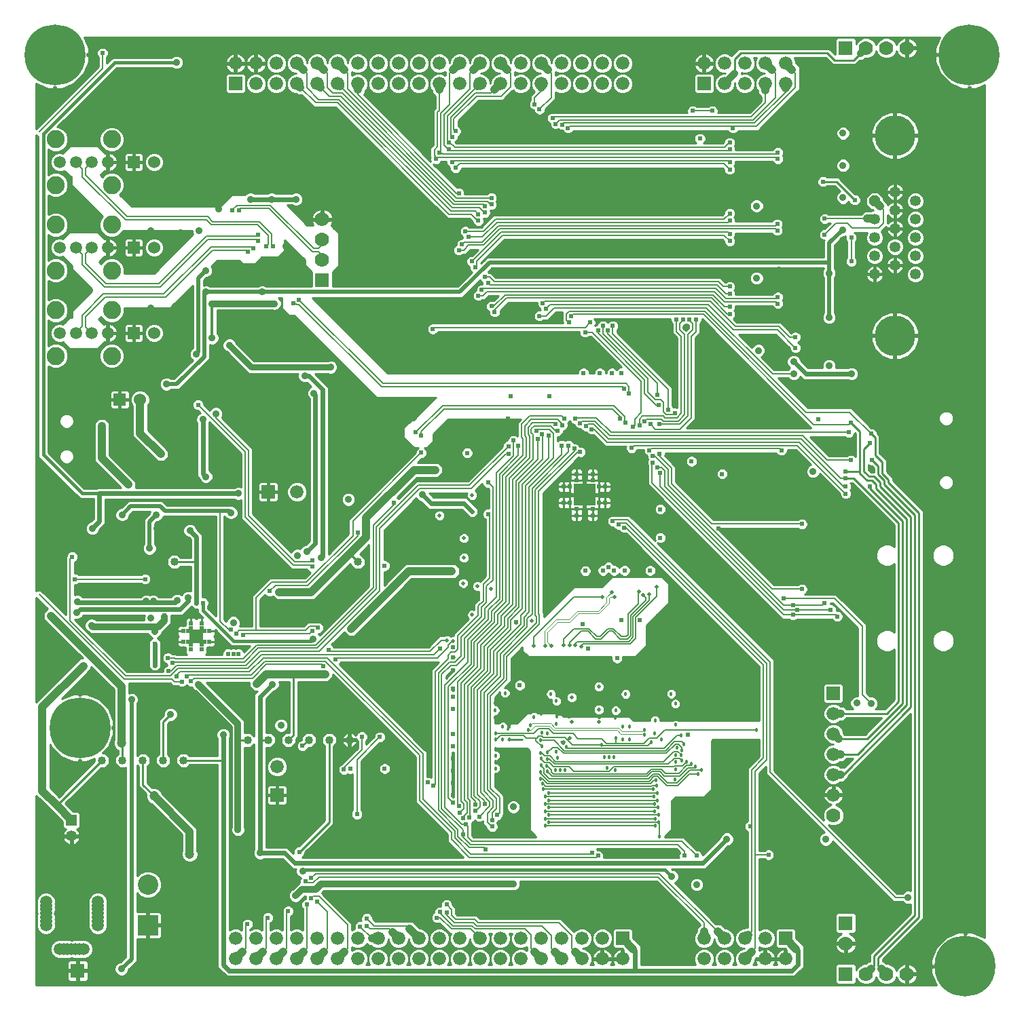
<source format=gbr>
G75*
G70*
%OFA0B0*%
%FSLAX24Y24*%
%IPPOS*%
%LPD*%
%AMOC8*
5,1,8,0,0,1.08239X$1,22.5*
%
%ADD10C,0.0591*%
%ADD11R,0.0700X0.0700*%
%ADD12R,0.0660X0.0660*%
%ADD13C,0.0660*%
%ADD14R,0.0531X0.0531*%
%ADD15C,0.0531*%
%ADD16C,0.1000*%
%ADD17R,0.1000X0.1000*%
%ADD18R,0.0238X0.0238*%
%ADD19R,0.1063X0.1063*%
%ADD20R,0.0600X0.0600*%
%ADD21C,0.0600*%
%ADD22C,0.0886*%
%ADD23C,0.0700*%
%ADD24R,0.0709X0.0709*%
%ADD25OC8,0.0531*%
%ADD26C,0.2000*%
%ADD27C,0.2992*%
%ADD28C,0.0472*%
%ADD29C,0.0400*%
%ADD30C,0.0100*%
%ADD31C,0.0237*%
%ADD32C,0.0180*%
%ADD33C,0.0198*%
%ADD34C,0.0354*%
%ADD35C,0.0240*%
%ADD36C,0.0200*%
%ADD37C,0.0400*%
%ADD38C,0.0320*%
%ADD39C,0.0060*%
%ADD40C,0.0050*%
%ADD41C,0.0045*%
%ADD42C,0.0080*%
%ADD43C,0.0300*%
%ADD44C,0.0160*%
%ADD45C,0.0140*%
D10*
X013511Y007826D03*
X013511Y008023D03*
X013511Y008220D03*
X013511Y008417D03*
X013511Y008614D03*
X013511Y008810D03*
X013511Y009007D03*
X016070Y009007D03*
X016070Y008810D03*
X016070Y008614D03*
X016070Y008417D03*
X016070Y008220D03*
X016070Y008023D03*
X016070Y007826D03*
X015361Y006665D03*
X015165Y006665D03*
X014968Y006665D03*
X014771Y006665D03*
X014574Y006665D03*
X014377Y006665D03*
X014180Y006665D03*
X014190Y036928D03*
X014977Y036928D03*
X015765Y036928D03*
X016552Y036928D03*
X016552Y041128D03*
X015765Y041128D03*
X014977Y041128D03*
X014190Y041128D03*
X014190Y045328D03*
X014977Y045328D03*
X015765Y045328D03*
X016552Y045328D03*
D11*
X027070Y039517D03*
X052770Y050937D03*
X052770Y007937D03*
X052770Y005437D03*
X015070Y005597D03*
D12*
X024860Y014227D03*
X041820Y007187D03*
X049820Y007187D03*
X052170Y019237D03*
X024440Y029127D03*
X022820Y049187D03*
X045820Y049187D03*
D13*
X045820Y050187D03*
X046820Y050187D03*
X047820Y050187D03*
X047820Y049187D03*
X046820Y049187D03*
X048820Y049187D03*
X048820Y050187D03*
X049820Y050187D03*
X049820Y049187D03*
X041820Y049187D03*
X041820Y050187D03*
X040820Y050187D03*
X040820Y049187D03*
X039820Y049187D03*
X039820Y050187D03*
X038820Y050187D03*
X038820Y049187D03*
X037820Y049187D03*
X037820Y050187D03*
X036820Y050187D03*
X035820Y050187D03*
X035820Y049187D03*
X036820Y049187D03*
X034820Y049187D03*
X034820Y050187D03*
X033820Y050187D03*
X033820Y049187D03*
X032820Y049187D03*
X032820Y050187D03*
X031820Y050187D03*
X031820Y049187D03*
X030820Y049187D03*
X030820Y050187D03*
X029820Y050187D03*
X029820Y049187D03*
X028820Y049187D03*
X028820Y050187D03*
X027820Y050187D03*
X027820Y049187D03*
X026820Y049187D03*
X026820Y050187D03*
X025820Y050187D03*
X025820Y049187D03*
X024820Y049187D03*
X024820Y050187D03*
X023820Y050187D03*
X023820Y049187D03*
X022820Y050187D03*
X025840Y029127D03*
X024860Y015627D03*
X024820Y007187D03*
X023820Y007187D03*
X023820Y006187D03*
X024820Y006187D03*
X025820Y006187D03*
X025820Y007187D03*
X026820Y007187D03*
X026820Y006187D03*
X027820Y006187D03*
X027820Y007187D03*
X028820Y007187D03*
X028820Y006187D03*
X029820Y006187D03*
X029820Y007187D03*
X030820Y007187D03*
X030820Y006187D03*
X031820Y006187D03*
X031820Y007187D03*
X032820Y007187D03*
X032820Y006187D03*
X033820Y006187D03*
X033820Y007187D03*
X034820Y007187D03*
X034820Y006187D03*
X035820Y006187D03*
X035820Y007187D03*
X036820Y007187D03*
X037820Y007187D03*
X037820Y006187D03*
X036820Y006187D03*
X038820Y006187D03*
X038820Y007187D03*
X039820Y007187D03*
X039820Y006187D03*
X040820Y006187D03*
X040820Y007187D03*
X041820Y006187D03*
X045820Y006187D03*
X045820Y007187D03*
X046820Y007187D03*
X047820Y007187D03*
X047820Y006187D03*
X046820Y006187D03*
X048820Y006187D03*
X048820Y007187D03*
X049820Y006187D03*
X052170Y014237D03*
X052170Y015237D03*
X052170Y016237D03*
X052170Y017237D03*
X052170Y018237D03*
X022820Y007187D03*
X022820Y006187D03*
D14*
X014770Y013000D03*
D15*
X014770Y012213D03*
X054190Y039821D03*
X054190Y040721D03*
X055190Y041171D03*
X055190Y040271D03*
X056190Y040721D03*
X056190Y039821D03*
X056190Y041621D03*
X056190Y042521D03*
X056190Y043421D03*
X055190Y043871D03*
X055190Y042971D03*
X055190Y042071D03*
X054190Y042521D03*
X054190Y041621D03*
D16*
X018520Y009837D03*
D17*
X018520Y007837D03*
D18*
X020634Y021397D03*
X020634Y021633D03*
X020496Y021771D03*
X020260Y021771D03*
X020260Y022283D03*
X020496Y022283D03*
X020634Y022420D03*
X020634Y022657D03*
X021146Y022657D03*
X021146Y022420D03*
X021284Y022283D03*
X021520Y022283D03*
X021520Y021771D03*
X021284Y021771D03*
X021146Y021633D03*
X021146Y021397D03*
X038927Y028593D03*
X039241Y028593D03*
X039556Y028278D03*
X039556Y027963D03*
X040344Y027963D03*
X040344Y028278D03*
X040659Y028593D03*
X040974Y028593D03*
X040974Y029380D03*
X040659Y029380D03*
X040344Y029695D03*
X040344Y030010D03*
X039556Y030010D03*
X039556Y029695D03*
X039241Y029380D03*
X038927Y029380D03*
D19*
X039950Y028987D03*
D20*
X017820Y036937D03*
X017140Y033657D03*
X017820Y041137D03*
X017820Y045337D03*
D21*
X018820Y045337D03*
X018820Y041137D03*
X018820Y036937D03*
X018140Y033657D03*
D22*
X016749Y035806D03*
X016749Y038050D03*
X016749Y040006D03*
X016749Y042250D03*
X016749Y044206D03*
X016749Y046450D03*
X013993Y046450D03*
X013993Y044206D03*
X013993Y042250D03*
X013993Y040006D03*
X013993Y038050D03*
X013993Y035806D03*
D23*
X027070Y040517D03*
X027070Y041517D03*
X027070Y042517D03*
X053770Y050937D03*
X054770Y050937D03*
X055770Y050937D03*
X052170Y013237D03*
X052770Y006937D03*
X053770Y005437D03*
X054770Y005437D03*
X055770Y005437D03*
D24*
X020890Y022027D03*
D25*
X054190Y043421D03*
D26*
X055190Y046637D03*
X055190Y036797D03*
D27*
X058837Y050606D03*
X015176Y017543D03*
X013952Y050606D03*
X058637Y005818D03*
D28*
X057810Y006645D03*
X058637Y006999D03*
X059463Y006645D03*
X059818Y005818D03*
X059463Y004991D03*
X058637Y004637D03*
X057810Y004991D03*
X057456Y005818D03*
X020570Y011327D03*
X018820Y014187D03*
X017220Y015187D03*
X016003Y016716D03*
X015176Y016361D03*
X014349Y016716D03*
X013995Y017543D03*
X014349Y018369D03*
X015176Y018724D03*
X016003Y018369D03*
X016357Y017543D03*
X017222Y016787D03*
X013952Y049424D03*
X014778Y049779D03*
X015133Y050606D03*
X014778Y051432D03*
X013952Y051787D03*
X013125Y051432D03*
X012771Y050606D03*
X013125Y049779D03*
X057656Y050606D03*
X058011Y049779D03*
X058837Y049424D03*
X059664Y049779D03*
X060019Y050606D03*
X059664Y051432D03*
X058837Y051787D03*
X058011Y051432D03*
D29*
X028820Y025687D03*
X019820Y025687D03*
X023420Y016937D03*
X024420Y016937D03*
X025420Y016937D03*
X026420Y016937D03*
X027420Y016937D03*
X028420Y016937D03*
X020270Y015937D03*
X019270Y015937D03*
X018270Y015937D03*
X017270Y015937D03*
X016270Y015937D03*
D30*
X013040Y014207D02*
X013040Y004907D01*
X057211Y004907D01*
X056971Y005487D01*
X056971Y005768D01*
X057049Y005768D01*
X057049Y005868D01*
X056971Y005868D01*
X056971Y006149D01*
X057224Y006762D01*
X057693Y007231D01*
X058305Y007484D01*
X058587Y007484D01*
X058587Y007405D01*
X058687Y007405D01*
X058687Y007484D01*
X058968Y007484D01*
X059580Y007231D01*
X059600Y007211D01*
X059600Y049118D01*
X059169Y048939D01*
X058887Y048939D01*
X058887Y049018D01*
X058787Y049018D01*
X058787Y048939D01*
X058506Y048939D01*
X057894Y049193D01*
X057425Y049662D01*
X057171Y050274D01*
X057171Y050556D01*
X057250Y050556D01*
X057250Y050655D01*
X057171Y050655D01*
X057171Y050937D01*
X057391Y051467D01*
X015398Y051467D01*
X015618Y050937D01*
X015618Y050655D01*
X015539Y050655D01*
X015539Y050556D01*
X015618Y050556D01*
X015618Y050274D01*
X015364Y049662D01*
X014895Y049193D01*
X014283Y048939D01*
X014002Y048939D01*
X014002Y049018D01*
X013902Y049018D01*
X013902Y048939D01*
X013620Y048939D01*
X013040Y049180D01*
X013040Y046974D01*
X016080Y050014D01*
X016080Y050488D01*
X016045Y050523D01*
X016001Y050629D01*
X016001Y050744D01*
X016045Y050850D01*
X016127Y050931D01*
X016233Y050975D01*
X016348Y050975D01*
X016454Y050931D01*
X016535Y050850D01*
X016579Y050744D01*
X016579Y050629D01*
X016535Y050523D01*
X016500Y050488D01*
X016500Y050200D01*
X016777Y050477D01*
X016984Y050477D01*
X019679Y050477D01*
X019724Y050521D01*
X019851Y050574D01*
X019989Y050574D01*
X020117Y050521D01*
X020214Y050423D01*
X020267Y050296D01*
X020267Y050158D01*
X020214Y050030D01*
X020117Y049932D01*
X019989Y049879D01*
X019851Y049879D01*
X019724Y049932D01*
X019679Y049977D01*
X016984Y049977D01*
X014070Y047063D01*
X014115Y047063D01*
X014340Y046970D01*
X014513Y046798D01*
X014606Y046572D01*
X014606Y046328D01*
X014513Y046103D01*
X014340Y045931D01*
X014115Y045837D01*
X013871Y045837D01*
X013646Y045931D01*
X013630Y045946D01*
X013630Y044710D01*
X013646Y044726D01*
X013871Y044819D01*
X014115Y044819D01*
X014340Y044726D01*
X014513Y044553D01*
X014606Y044328D01*
X014606Y044084D01*
X014513Y043859D01*
X014340Y043687D01*
X014115Y043593D01*
X013871Y043593D01*
X013646Y043687D01*
X013630Y043702D01*
X013630Y042754D01*
X013646Y042770D01*
X013871Y042863D01*
X014115Y042863D01*
X014340Y042770D01*
X014513Y042598D01*
X014606Y042372D01*
X014606Y042128D01*
X014513Y041903D01*
X014340Y041731D01*
X014115Y041637D01*
X013871Y041637D01*
X013646Y041731D01*
X013630Y041746D01*
X013630Y040510D01*
X013646Y040526D01*
X013871Y040619D01*
X014115Y040619D01*
X014340Y040526D01*
X014513Y040353D01*
X014606Y040128D01*
X014606Y039884D01*
X014513Y039659D01*
X014340Y039487D01*
X014115Y039393D01*
X013871Y039393D01*
X013646Y039487D01*
X013630Y039502D01*
X013630Y038554D01*
X013646Y038570D01*
X013871Y038663D01*
X014115Y038663D01*
X014340Y038570D01*
X014513Y038398D01*
X014606Y038172D01*
X014606Y037928D01*
X014513Y037703D01*
X014340Y037531D01*
X014115Y037437D01*
X013871Y037437D01*
X013646Y037531D01*
X013630Y037546D01*
X013630Y036310D01*
X013646Y036326D01*
X013871Y036419D01*
X014115Y036419D01*
X014340Y036326D01*
X014513Y036153D01*
X014606Y035928D01*
X014606Y035684D01*
X014513Y035459D01*
X014340Y035287D01*
X014115Y035193D01*
X013871Y035193D01*
X013646Y035287D01*
X013630Y035302D01*
X013630Y031050D01*
X015384Y029297D01*
X015980Y029297D01*
X016020Y029337D01*
X017187Y029337D01*
X016107Y030417D01*
X015890Y030633D01*
X015890Y032520D01*
X016107Y032737D01*
X016413Y032737D01*
X016630Y032520D01*
X016630Y030940D01*
X017930Y029640D01*
X017930Y029337D01*
X022759Y029337D01*
X022764Y029341D01*
X022891Y029394D01*
X023029Y029394D01*
X023090Y029368D01*
X023090Y031000D01*
X021539Y032550D01*
X021514Y032490D01*
X021510Y032486D01*
X021510Y030194D01*
X021567Y030171D01*
X021664Y030073D01*
X021717Y029946D01*
X021717Y029808D01*
X021664Y029680D01*
X021567Y029582D01*
X021439Y029529D01*
X021301Y029529D01*
X021174Y029582D01*
X021076Y029680D01*
X021023Y029808D01*
X021023Y029814D01*
X020930Y029906D01*
X020930Y032486D01*
X020926Y032490D01*
X020873Y032618D01*
X020873Y032756D01*
X020926Y032883D01*
X021024Y032981D01*
X021084Y033006D01*
X020972Y033118D01*
X020923Y033118D01*
X020817Y033162D01*
X020735Y033243D01*
X020691Y033349D01*
X020691Y033464D01*
X020735Y033570D01*
X020817Y033651D01*
X020923Y033695D01*
X021038Y033695D01*
X021144Y033651D01*
X021225Y033570D01*
X021269Y033464D01*
X021269Y033415D01*
X021553Y033131D01*
X021566Y033163D01*
X021664Y033261D01*
X021791Y033314D01*
X021929Y033314D01*
X022057Y033261D01*
X022154Y033163D01*
X022207Y033036D01*
X022207Y032898D01*
X022154Y032770D01*
X022149Y032765D01*
X023670Y031244D01*
X023670Y031070D01*
X023670Y028054D01*
X025553Y026171D01*
X025566Y026203D01*
X025664Y026301D01*
X025791Y026354D01*
X025929Y026354D01*
X026001Y026324D01*
X026026Y026383D01*
X026124Y026481D01*
X026251Y026534D01*
X026257Y026534D01*
X026450Y026727D01*
X026450Y033706D01*
X026376Y033780D01*
X026323Y033908D01*
X026323Y034046D01*
X026376Y034173D01*
X026474Y034271D01*
X026539Y034298D01*
X026337Y034499D01*
X026289Y034479D01*
X026151Y034479D01*
X026024Y034532D01*
X025926Y034630D01*
X025873Y034758D01*
X025873Y034896D01*
X025890Y034937D01*
X023733Y034937D01*
X023468Y034937D01*
X022389Y036015D01*
X022324Y036042D01*
X022226Y036140D01*
X022173Y036268D01*
X022173Y036406D01*
X022226Y036533D01*
X022324Y036631D01*
X022451Y036684D01*
X022589Y036684D01*
X022717Y036631D01*
X022814Y036533D01*
X022842Y036468D01*
X023733Y035577D01*
X027346Y035577D01*
X027411Y035604D01*
X027549Y035604D01*
X027677Y035551D01*
X027774Y035453D01*
X027827Y035326D01*
X027827Y035188D01*
X027774Y035060D01*
X027677Y034962D01*
X027549Y034909D01*
X027411Y034909D01*
X027346Y034937D01*
X026720Y034937D01*
X027390Y034267D01*
X027390Y034026D01*
X027390Y026074D01*
X028370Y027054D01*
X028370Y027600D01*
X028370Y027774D01*
X031651Y031055D01*
X031651Y031104D01*
X031695Y031210D01*
X031777Y031291D01*
X031789Y031297D01*
X031761Y031297D01*
X031579Y031297D01*
X031070Y031805D01*
X031070Y031988D01*
X031070Y032105D01*
X031070Y032288D01*
X031320Y032538D01*
X031320Y032538D01*
X031449Y032667D01*
X031559Y032667D01*
X032640Y033748D01*
X032669Y033777D01*
X029911Y033777D01*
X029729Y033777D01*
X025699Y037807D01*
X025591Y037807D01*
X025409Y037807D01*
X025209Y038007D01*
X025080Y038135D01*
X025080Y038677D01*
X024913Y038677D01*
X024927Y038671D01*
X025024Y038573D01*
X025042Y038532D01*
X025060Y038513D01*
X025060Y038487D01*
X025077Y038446D01*
X025077Y038308D01*
X025060Y038266D01*
X025060Y038240D01*
X025042Y038221D01*
X025024Y038180D01*
X024927Y038082D01*
X024885Y038065D01*
X024867Y038047D01*
X024841Y038047D01*
X024799Y038029D01*
X024661Y038029D01*
X024620Y038047D01*
X021910Y038047D01*
X021910Y036938D01*
X021964Y036883D01*
X022017Y036756D01*
X022017Y036618D01*
X021964Y036490D01*
X021867Y036392D01*
X021739Y036339D01*
X021601Y036339D01*
X021550Y036361D01*
X021550Y035665D01*
X021392Y035507D01*
X020190Y034305D01*
X020032Y034147D01*
X019651Y034147D01*
X019627Y034122D01*
X019499Y034069D01*
X019361Y034069D01*
X019234Y034122D01*
X019136Y034220D01*
X019083Y034348D01*
X013630Y034348D01*
X013630Y034250D02*
X019124Y034250D01*
X019083Y034348D02*
X019083Y034486D01*
X019136Y034613D01*
X019234Y034711D01*
X019361Y034764D01*
X019499Y034764D01*
X019627Y034711D01*
X019651Y034687D01*
X019808Y034687D01*
X020725Y035603D01*
X020704Y035612D01*
X020606Y035710D01*
X020553Y035838D01*
X020553Y035976D01*
X020606Y036103D01*
X020704Y036201D01*
X020710Y036204D01*
X020710Y039276D01*
X019740Y038305D01*
X019611Y038177D01*
X017360Y038177D01*
X017362Y038172D01*
X017362Y037928D01*
X017268Y037703D01*
X017096Y037531D01*
X016871Y037437D01*
X016627Y037437D01*
X016402Y037531D01*
X016229Y037703D01*
X016214Y037740D01*
X016096Y037622D01*
X016364Y037354D01*
X016459Y037394D01*
X016504Y037394D01*
X016504Y036977D01*
X016600Y036977D01*
X016600Y037394D01*
X016645Y037394D01*
X016816Y037323D01*
X016946Y037192D01*
X017017Y037021D01*
X017017Y036977D01*
X016601Y036977D01*
X016601Y036880D01*
X017017Y036880D01*
X017017Y036836D01*
X016946Y036665D01*
X016816Y036534D01*
X016645Y036463D01*
X016600Y036463D01*
X016600Y036880D01*
X016504Y036880D01*
X016504Y036463D01*
X016459Y036463D01*
X016380Y036496D01*
X016291Y036407D01*
X016031Y036147D01*
X015849Y036147D01*
X014689Y036147D01*
X014560Y036275D01*
X014346Y036489D01*
X014282Y036463D01*
X014097Y036463D01*
X013926Y036534D01*
X013795Y036665D01*
X013725Y036836D01*
X013725Y037021D01*
X013795Y037192D01*
X013926Y037323D01*
X014097Y037394D01*
X014282Y037394D01*
X014342Y037369D01*
X014449Y037477D01*
X014550Y037578D01*
X014550Y037578D01*
X014679Y037707D01*
X014790Y037707D01*
X014790Y038028D01*
X014919Y038157D01*
X015750Y038988D01*
X015750Y039095D01*
X014790Y040055D01*
X014790Y040225D01*
X014332Y040684D01*
X014282Y040663D01*
X014097Y040663D01*
X013926Y040734D01*
X013795Y040865D01*
X013725Y041036D01*
X013725Y041221D01*
X013795Y041392D01*
X013926Y041523D01*
X014097Y041594D01*
X014282Y041594D01*
X014342Y041569D01*
X014550Y041778D01*
X014550Y041778D01*
X014679Y041907D01*
X015879Y041907D01*
X016061Y041907D01*
X016291Y041677D01*
X016399Y041569D01*
X016459Y041594D01*
X016504Y041594D01*
X016504Y041177D01*
X016600Y041177D01*
X016600Y041594D01*
X016645Y041594D01*
X016816Y041523D01*
X016946Y041392D01*
X017017Y041221D01*
X017017Y041177D01*
X016601Y041177D01*
X016601Y041080D01*
X017017Y041080D01*
X017017Y041036D01*
X016946Y040865D01*
X016816Y040734D01*
X016645Y040663D01*
X016600Y040663D01*
X016600Y041080D01*
X016504Y041080D01*
X016504Y040663D01*
X016459Y040663D01*
X016387Y040693D01*
X016190Y040496D01*
X016190Y040495D01*
X016126Y040432D01*
X016222Y040336D01*
X016229Y040353D01*
X016402Y040526D01*
X016627Y040619D01*
X016871Y040619D01*
X017096Y040526D01*
X017268Y040353D01*
X017362Y040128D01*
X017362Y039884D01*
X017350Y039857D01*
X018819Y039857D01*
X020742Y041779D01*
X020693Y041898D01*
X020693Y041977D01*
X017299Y041977D01*
X017268Y041903D01*
X017096Y041731D01*
X016871Y041637D01*
X016627Y041637D01*
X016402Y041731D01*
X016229Y041903D01*
X016136Y042128D01*
X016136Y042372D01*
X016229Y042598D01*
X016289Y042657D01*
X014879Y044067D01*
X014750Y044195D01*
X014750Y044617D01*
X014679Y044617D01*
X014449Y044847D01*
X014389Y044907D01*
X014282Y044863D01*
X014097Y044863D01*
X013926Y044934D01*
X013795Y045065D01*
X013725Y045236D01*
X013725Y045421D01*
X013795Y045592D01*
X013926Y045723D01*
X014097Y045794D01*
X014282Y045794D01*
X014327Y045775D01*
X014550Y045998D01*
X014679Y046127D01*
X015879Y046127D01*
X016061Y046127D01*
X016291Y045897D01*
X016413Y045774D01*
X016459Y045794D01*
X016504Y045794D01*
X016504Y045377D01*
X016600Y045377D01*
X016600Y045794D01*
X016645Y045794D01*
X016816Y045723D01*
X016946Y045592D01*
X017017Y045421D01*
X017017Y045377D01*
X016601Y045377D01*
X016601Y045280D01*
X017017Y045280D01*
X017017Y045236D01*
X016946Y045065D01*
X016816Y044934D01*
X016645Y044863D01*
X016600Y044863D01*
X016600Y045280D01*
X016504Y045280D01*
X016504Y044863D01*
X016459Y044863D01*
X016388Y044893D01*
X016240Y044745D01*
X016186Y044692D01*
X016277Y044601D01*
X016402Y044726D01*
X016627Y044819D01*
X016871Y044819D01*
X017096Y044726D01*
X017268Y044553D01*
X017362Y044328D01*
X017362Y044084D01*
X017268Y043859D01*
X017139Y043729D01*
X017711Y043157D01*
X021841Y043157D01*
X021970Y043028D01*
X021991Y043007D01*
X022009Y043007D01*
X022020Y043018D01*
X022020Y043128D01*
X022085Y043193D01*
X022086Y043193D01*
X022149Y043257D01*
X022150Y043257D01*
X022556Y043653D01*
X022619Y043717D01*
X023269Y043717D01*
X023354Y043801D01*
X023481Y043854D01*
X023619Y043854D01*
X023747Y043801D01*
X023751Y043797D01*
X024389Y043797D01*
X024394Y043801D01*
X024521Y043854D01*
X024659Y043854D01*
X024787Y043801D01*
X024791Y043797D01*
X025589Y043797D01*
X025594Y043801D01*
X025721Y043854D01*
X025859Y043854D01*
X025987Y043801D01*
X026084Y043703D01*
X026137Y043576D01*
X026137Y043438D01*
X026084Y043310D01*
X025987Y043212D01*
X025859Y043159D01*
X025721Y043159D01*
X025594Y043212D01*
X025589Y043217D01*
X025351Y043217D01*
X026331Y042237D01*
X026623Y042237D01*
X026550Y042413D01*
X026550Y042468D01*
X027021Y042468D01*
X027021Y042565D01*
X026550Y042565D01*
X026550Y042620D01*
X026629Y042811D01*
X026776Y042957D01*
X026967Y043037D01*
X027022Y043037D01*
X027022Y042565D01*
X027119Y042565D01*
X027590Y042565D01*
X027590Y042620D01*
X027511Y042811D01*
X027365Y042957D01*
X027174Y043037D01*
X027119Y043037D01*
X027119Y042565D01*
X027119Y042468D01*
X027590Y042468D01*
X027590Y042413D01*
X027515Y042233D01*
X027640Y042108D01*
X027890Y041858D01*
X027890Y041675D01*
X027890Y040225D01*
X027761Y040097D01*
X027590Y039925D01*
X027590Y039217D01*
X033728Y039217D01*
X034429Y039917D01*
X034417Y039922D01*
X034335Y040003D01*
X034291Y040109D01*
X034291Y040187D01*
X034257Y040202D01*
X034175Y040283D01*
X034131Y040389D01*
X034131Y040504D01*
X034175Y040610D01*
X034257Y040691D01*
X034363Y040735D01*
X034412Y040735D01*
X034713Y041037D01*
X034347Y041037D01*
X034107Y040797D01*
X033979Y040797D01*
X033944Y040762D01*
X033838Y040718D01*
X033723Y040718D01*
X033617Y040762D01*
X033535Y040843D01*
X033491Y040949D01*
X033491Y041064D01*
X033535Y041170D01*
X033617Y041251D01*
X033651Y041266D01*
X033651Y041344D01*
X033695Y041450D01*
X033777Y041531D01*
X033883Y041575D01*
X033932Y041575D01*
X033971Y041615D01*
X033971Y041667D01*
X033937Y041682D01*
X033855Y041763D01*
X033811Y041869D01*
X033811Y041984D01*
X033855Y042090D01*
X033937Y042171D01*
X034043Y042215D01*
X034158Y042215D01*
X034264Y042171D01*
X034299Y042137D01*
X034893Y042137D01*
X035370Y042614D01*
X035493Y042737D01*
X046713Y042737D01*
X046791Y042815D01*
X046791Y042864D01*
X046835Y042970D01*
X046917Y043051D01*
X047023Y043095D01*
X047138Y043095D01*
X047244Y043051D01*
X047325Y042970D01*
X047369Y042864D01*
X047369Y042749D01*
X047325Y042643D01*
X047308Y042627D01*
X047325Y042610D01*
X047369Y042504D01*
X047369Y042417D01*
X049151Y042417D01*
X049165Y042450D01*
X049247Y042531D01*
X049353Y042575D01*
X049468Y042575D01*
X049574Y042531D01*
X049655Y042450D01*
X049699Y042344D01*
X049699Y042229D01*
X049656Y042127D01*
X049699Y042024D01*
X049699Y041909D01*
X049655Y041803D01*
X049574Y041722D01*
X049468Y041678D01*
X049353Y041678D01*
X049247Y041722D01*
X049165Y041803D01*
X049151Y041837D01*
X047369Y041837D01*
X047369Y041749D01*
X047325Y041643D01*
X047308Y041627D01*
X047325Y041610D01*
X047369Y041504D01*
X047369Y041389D01*
X047325Y041283D01*
X047244Y041202D01*
X047138Y041158D01*
X047023Y041158D01*
X046917Y041202D01*
X046835Y041283D01*
X046791Y041389D01*
X046791Y041438D01*
X046713Y041517D01*
X036017Y041517D01*
X034870Y040370D01*
X034870Y040358D01*
X035010Y040498D01*
X035168Y040657D01*
X051690Y040657D01*
X051690Y041235D01*
X051690Y041458D01*
X051710Y041478D01*
X051683Y041478D01*
X051577Y041522D01*
X051495Y041603D01*
X051451Y041709D01*
X051451Y041824D01*
X051495Y041930D01*
X051577Y042011D01*
X051683Y042055D01*
X051732Y042055D01*
X052013Y042337D01*
X051939Y042337D01*
X051904Y042302D01*
X051798Y042258D01*
X051683Y042258D01*
X051577Y042302D01*
X051495Y042383D01*
X051451Y042489D01*
X051451Y042604D01*
X051495Y042710D01*
X051577Y042791D01*
X051683Y042835D01*
X051798Y042835D01*
X051904Y042791D01*
X051939Y042757D01*
X053521Y042757D01*
X053681Y042917D01*
X054007Y042917D01*
X054103Y042957D01*
X054131Y042957D01*
X054103Y042985D01*
X054010Y042985D01*
X053754Y043240D01*
X053754Y043601D01*
X054010Y043857D01*
X054371Y043857D01*
X054626Y043601D01*
X054626Y043508D01*
X054830Y043304D01*
X054830Y043227D01*
X054943Y043340D01*
X055103Y043407D01*
X055151Y043407D01*
X055151Y043010D01*
X055229Y043010D01*
X055229Y043407D01*
X055277Y043407D01*
X055437Y043340D01*
X055560Y043218D01*
X055626Y043058D01*
X055626Y043010D01*
X055229Y043010D01*
X055229Y042932D01*
X055626Y042932D01*
X055626Y042884D01*
X055560Y042724D01*
X055803Y042724D01*
X055821Y042768D02*
X055754Y042608D01*
X055754Y042434D01*
X055821Y042274D01*
X055943Y042152D01*
X056103Y042085D01*
X056277Y042085D01*
X056437Y042152D01*
X056560Y042274D01*
X056626Y042434D01*
X056626Y042608D01*
X056560Y042768D01*
X056437Y042890D01*
X056277Y042957D01*
X056103Y042957D01*
X055943Y042890D01*
X055821Y042768D01*
X055876Y042823D02*
X055600Y042823D01*
X055626Y042921D02*
X056018Y042921D01*
X056020Y043020D02*
X055626Y043020D01*
X055601Y043119D02*
X055876Y043119D01*
X055821Y043174D02*
X055943Y043052D01*
X056103Y042985D01*
X056277Y042985D01*
X056437Y043052D01*
X056560Y043174D01*
X056626Y043334D01*
X056626Y043508D01*
X056560Y043668D01*
X056437Y043790D01*
X056277Y043857D01*
X056103Y043857D01*
X055943Y043790D01*
X055821Y043668D01*
X055754Y043508D01*
X055754Y043334D01*
X055821Y043174D01*
X055803Y043217D02*
X055560Y043217D01*
X055462Y043316D02*
X055762Y043316D01*
X055754Y043414D02*
X054720Y043414D01*
X054626Y043513D02*
X054932Y043513D01*
X054943Y043502D02*
X055103Y043435D01*
X055151Y043435D01*
X055151Y043832D01*
X054754Y043832D01*
X054754Y043784D01*
X054821Y043624D01*
X054943Y043502D01*
X054834Y043611D02*
X054616Y043611D01*
X054518Y043710D02*
X054785Y043710D01*
X054754Y043808D02*
X054419Y043808D01*
X054754Y043910D02*
X055151Y043910D01*
X055151Y043832D01*
X055229Y043832D01*
X055229Y043910D01*
X055151Y043910D01*
X055151Y044307D01*
X055103Y044307D01*
X054943Y044240D01*
X054821Y044118D01*
X054754Y043958D01*
X054754Y043910D01*
X054774Y044005D02*
X052992Y044005D01*
X052894Y044104D02*
X054815Y044104D01*
X054905Y044202D02*
X052795Y044202D01*
X052697Y044301D02*
X055090Y044301D01*
X055151Y044301D02*
X055229Y044301D01*
X055229Y044307D02*
X055229Y043910D01*
X055626Y043910D01*
X055626Y043958D01*
X055560Y044118D01*
X055437Y044240D01*
X055277Y044307D01*
X055229Y044307D01*
X055290Y044301D02*
X059600Y044301D01*
X059600Y044202D02*
X055475Y044202D01*
X055565Y044104D02*
X059600Y044104D01*
X059600Y044005D02*
X055606Y044005D01*
X055626Y043832D02*
X055229Y043832D01*
X055229Y043435D01*
X055277Y043435D01*
X055437Y043502D01*
X055560Y043624D01*
X055626Y043784D01*
X055626Y043832D01*
X055626Y043808D02*
X055987Y043808D01*
X055863Y043710D02*
X055595Y043710D01*
X055547Y043611D02*
X055797Y043611D01*
X055757Y043513D02*
X055448Y043513D01*
X055229Y043513D02*
X055151Y043513D01*
X055151Y043611D02*
X055229Y043611D01*
X055229Y043710D02*
X055151Y043710D01*
X055151Y043808D02*
X055229Y043808D01*
X055229Y043907D02*
X059600Y043907D01*
X059600Y043808D02*
X056394Y043808D01*
X056518Y043710D02*
X059600Y043710D01*
X059600Y043611D02*
X056583Y043611D01*
X056624Y043513D02*
X059600Y043513D01*
X059600Y043414D02*
X056626Y043414D01*
X056618Y043316D02*
X059600Y043316D01*
X059600Y043217D02*
X056577Y043217D01*
X056504Y043119D02*
X059600Y043119D01*
X059600Y043020D02*
X056361Y043020D01*
X056362Y042921D02*
X059600Y042921D01*
X059600Y042823D02*
X056504Y042823D01*
X056578Y042724D02*
X059600Y042724D01*
X059600Y042626D02*
X056618Y042626D01*
X056626Y042527D02*
X059600Y042527D01*
X059600Y042429D02*
X056624Y042429D01*
X056583Y042330D02*
X059600Y042330D01*
X059600Y042232D02*
X056517Y042232D01*
X056392Y042133D02*
X059600Y042133D01*
X059600Y042035D02*
X056330Y042035D01*
X056277Y042057D02*
X056103Y042057D01*
X055943Y041990D01*
X055821Y041868D01*
X055754Y041708D01*
X055754Y041534D01*
X055821Y041374D01*
X055943Y041252D01*
X056103Y041185D01*
X056277Y041185D01*
X056437Y041252D01*
X056560Y041374D01*
X056626Y041534D01*
X056626Y041708D01*
X056560Y041868D01*
X056437Y041990D01*
X056277Y042057D01*
X056050Y042035D02*
X055229Y042035D01*
X055229Y042032D02*
X055229Y042110D01*
X055151Y042110D01*
X055151Y042507D01*
X055103Y042507D01*
X054943Y042440D01*
X054830Y042327D01*
X054830Y042414D01*
X054830Y042715D01*
X054943Y042602D01*
X055103Y042535D01*
X055151Y042535D01*
X055151Y042932D01*
X055229Y042932D01*
X055229Y042535D01*
X055277Y042535D01*
X055437Y042602D01*
X055560Y042724D01*
X055461Y042626D02*
X055762Y042626D01*
X055754Y042527D02*
X054830Y042527D01*
X054830Y042429D02*
X054932Y042429D01*
X054833Y042330D02*
X054830Y042330D01*
X054759Y042168D02*
X054754Y042158D01*
X054754Y042110D01*
X055151Y042110D01*
X055151Y042032D01*
X054754Y042032D01*
X054754Y041984D01*
X054821Y041824D01*
X054943Y041702D01*
X055103Y041635D01*
X055151Y041635D01*
X055151Y042032D01*
X055229Y042032D01*
X055626Y042032D01*
X055626Y041984D01*
X055560Y041824D01*
X055437Y041702D01*
X055277Y041635D01*
X055229Y041635D01*
X055229Y042032D01*
X055229Y042110D02*
X055626Y042110D01*
X055626Y042158D01*
X055560Y042318D01*
X055437Y042440D01*
X055277Y042507D01*
X055229Y042507D01*
X055229Y042110D01*
X055229Y042133D02*
X055151Y042133D01*
X055151Y042035D02*
X054625Y042035D01*
X054590Y042000D02*
X054759Y042168D01*
X054754Y042133D02*
X054724Y042133D01*
X054590Y042000D02*
X054509Y041918D01*
X054560Y041868D01*
X054626Y041708D01*
X054626Y041534D01*
X054560Y041374D01*
X054437Y041252D01*
X054277Y041185D01*
X054103Y041185D01*
X053943Y041252D01*
X053821Y041374D01*
X053754Y041534D01*
X053754Y041708D01*
X053821Y041868D01*
X053830Y041877D01*
X053201Y041877D01*
X053214Y041871D01*
X053295Y041790D01*
X053339Y041684D01*
X053339Y041569D01*
X053295Y041463D01*
X053260Y041428D01*
X053260Y040645D01*
X053295Y040610D01*
X053339Y040504D01*
X053339Y040389D01*
X053295Y040283D01*
X053214Y040202D01*
X053108Y040158D01*
X052993Y040158D01*
X052887Y040202D01*
X052805Y040283D01*
X052761Y040389D01*
X052761Y040504D01*
X052805Y040610D01*
X052840Y040645D01*
X052840Y041428D01*
X052805Y041463D01*
X052761Y041569D01*
X052761Y041681D01*
X052709Y041659D01*
X052655Y041659D01*
X052230Y041235D01*
X052230Y040275D01*
X052230Y040098D01*
X052254Y040073D01*
X052307Y039946D01*
X052307Y039808D01*
X052254Y039680D01*
X052230Y039656D01*
X052230Y037918D01*
X052254Y037893D01*
X052307Y037766D01*
X052307Y037628D01*
X052254Y037500D01*
X052157Y037402D01*
X052029Y037349D01*
X051891Y037349D01*
X051764Y037402D01*
X051666Y037500D01*
X051613Y037628D01*
X051613Y037766D01*
X051666Y037893D01*
X051690Y037918D01*
X051690Y039656D01*
X051666Y039680D01*
X051613Y039808D01*
X051613Y039946D01*
X051666Y040073D01*
X051690Y040098D01*
X051690Y040117D01*
X035392Y040117D01*
X035212Y039936D01*
X035224Y039931D01*
X035259Y039897D01*
X035367Y039897D01*
X035607Y039657D01*
X046443Y039657D01*
X046617Y039657D01*
X046847Y039427D01*
X046882Y039427D01*
X046917Y039461D01*
X047023Y039505D01*
X047138Y039505D01*
X047244Y039461D01*
X047325Y039380D01*
X047369Y039274D01*
X047369Y039159D01*
X047325Y039053D01*
X047308Y039037D01*
X047325Y039020D01*
X047369Y038914D01*
X047369Y038827D01*
X049181Y038827D01*
X049195Y038860D01*
X049277Y038941D01*
X049383Y038985D01*
X049498Y038985D01*
X049604Y038941D01*
X049685Y038860D01*
X049729Y038754D01*
X049729Y038639D01*
X049686Y038537D01*
X049729Y038434D01*
X049729Y038319D01*
X049685Y038213D01*
X049604Y038132D01*
X049498Y038088D01*
X049383Y038088D01*
X049277Y038132D01*
X049195Y038213D01*
X049181Y038247D01*
X047369Y038247D01*
X047369Y038159D01*
X047325Y038053D01*
X047308Y038037D01*
X047325Y038020D01*
X047369Y037914D01*
X047369Y037799D01*
X047325Y037693D01*
X047263Y037631D01*
X047437Y037457D01*
X049413Y037457D01*
X049587Y037457D01*
X050104Y036939D01*
X050137Y036971D01*
X050243Y037015D01*
X050358Y037015D01*
X050464Y036971D01*
X050545Y036890D01*
X050589Y036784D01*
X050589Y036669D01*
X050545Y036563D01*
X050464Y036482D01*
X050427Y036467D01*
X050464Y036451D01*
X050545Y036370D01*
X050589Y036264D01*
X050589Y036149D01*
X050545Y036043D01*
X050464Y035962D01*
X050358Y035918D01*
X050243Y035918D01*
X050137Y035962D01*
X050055Y036043D01*
X050011Y036149D01*
X050011Y036198D01*
X049333Y036877D01*
X047527Y036877D01*
X048170Y036234D01*
X048186Y036273D01*
X048284Y036371D01*
X048411Y036424D01*
X048549Y036424D01*
X048677Y036371D01*
X048774Y036273D01*
X048827Y036146D01*
X048827Y036008D01*
X048774Y035880D01*
X048677Y035782D01*
X048638Y035766D01*
X049267Y035137D01*
X049939Y035137D01*
X050024Y035221D01*
X050037Y035227D01*
X050024Y035232D01*
X049926Y035330D01*
X049873Y035458D01*
X049873Y035596D01*
X049926Y035723D01*
X050024Y035821D01*
X050151Y035874D01*
X050289Y035874D01*
X050417Y035821D01*
X050514Y035723D01*
X050567Y035596D01*
X050567Y035590D01*
X050940Y035217D01*
X051626Y035217D01*
X051613Y035248D01*
X051613Y035386D01*
X051666Y035513D01*
X051764Y035611D01*
X051891Y035664D01*
X052029Y035664D01*
X052157Y035611D01*
X052254Y035513D01*
X052307Y035386D01*
X052307Y035248D01*
X052294Y035217D01*
X052849Y035217D01*
X052854Y035221D01*
X052981Y035274D01*
X053119Y035274D01*
X053247Y035221D01*
X053344Y035123D01*
X053397Y034996D01*
X053397Y034858D01*
X053344Y034730D01*
X053247Y034632D01*
X053119Y034579D01*
X052981Y034579D01*
X052854Y034632D01*
X052849Y034637D01*
X050940Y034637D01*
X050700Y034637D01*
X050541Y034795D01*
X050514Y034730D01*
X050417Y034632D01*
X050289Y034579D01*
X050151Y034579D01*
X050024Y034632D01*
X049939Y034717D01*
X049447Y034717D01*
X050917Y033247D01*
X053057Y033247D01*
X053180Y033124D01*
X054028Y032275D01*
X054078Y032275D01*
X054184Y032231D01*
X054265Y032150D01*
X054309Y032044D01*
X054309Y032009D01*
X054440Y031878D01*
X054440Y031695D01*
X054440Y031028D01*
X054790Y030678D01*
X054790Y030495D01*
X054790Y030128D01*
X055090Y029828D01*
X055090Y029678D01*
X056590Y028178D01*
X056590Y027995D01*
X056590Y008145D01*
X056461Y008017D01*
X054590Y006145D01*
X054590Y006057D01*
X054673Y006057D01*
X054773Y005957D01*
X054874Y005957D01*
X055065Y005877D01*
X055211Y005731D01*
X055270Y005588D01*
X055329Y005731D01*
X055476Y005877D01*
X055667Y005957D01*
X055722Y005957D01*
X055722Y005485D01*
X055819Y005485D01*
X056290Y005485D01*
X056290Y005540D01*
X056211Y005731D01*
X056065Y005877D01*
X055874Y005957D01*
X055819Y005957D01*
X055819Y005485D01*
X055819Y005388D01*
X056290Y005388D01*
X056290Y005333D01*
X056211Y005142D01*
X056065Y004996D01*
X055874Y004917D01*
X055819Y004917D01*
X055819Y005388D01*
X055722Y005388D01*
X055722Y004917D01*
X055667Y004917D01*
X055476Y004996D01*
X055329Y005142D01*
X055270Y005285D01*
X055211Y005142D01*
X055065Y004996D01*
X054874Y004917D01*
X054667Y004917D01*
X054476Y004996D01*
X054329Y005142D01*
X054270Y005285D01*
X054211Y005142D01*
X054065Y004996D01*
X053874Y004917D01*
X053667Y004917D01*
X053476Y004996D01*
X053329Y005142D01*
X053290Y005237D01*
X053290Y005016D01*
X053191Y004917D01*
X052350Y004917D01*
X052250Y005016D01*
X052250Y005857D01*
X052350Y005957D01*
X053191Y005957D01*
X053290Y005857D01*
X053290Y005636D01*
X053329Y005731D01*
X053476Y005877D01*
X053667Y005957D01*
X053767Y005957D01*
X053867Y006057D01*
X053950Y006057D01*
X053950Y006428D01*
X054079Y006557D01*
X054079Y006557D01*
X055950Y008428D01*
X055950Y008866D01*
X055909Y008849D01*
X055771Y008849D01*
X055644Y008902D01*
X055559Y008987D01*
X055123Y008987D01*
X055000Y009110D01*
X052140Y011970D01*
X052094Y011860D01*
X051997Y011762D01*
X051869Y011709D01*
X051731Y011709D01*
X051604Y011762D01*
X051506Y011860D01*
X051453Y011988D01*
X051453Y012126D01*
X051506Y012253D01*
X051604Y012351D01*
X051713Y012396D01*
X048850Y015260D01*
X048850Y015434D01*
X048850Y015630D01*
X048530Y015310D01*
X048530Y011507D01*
X048782Y011507D01*
X048817Y011541D01*
X048923Y011585D01*
X049038Y011585D01*
X049144Y011541D01*
X049225Y011460D01*
X049269Y011354D01*
X049269Y011239D01*
X049225Y011133D01*
X049144Y011052D01*
X049038Y011008D01*
X048923Y011008D01*
X048817Y011052D01*
X048782Y011087D01*
X048530Y011087D01*
X048530Y007604D01*
X048537Y007610D01*
X048721Y007687D01*
X048920Y007687D01*
X049103Y007610D01*
X049244Y007470D01*
X049320Y007286D01*
X049320Y007087D01*
X049244Y006903D01*
X049103Y006763D01*
X048920Y006687D01*
X048721Y006687D01*
X048537Y006763D01*
X048530Y006770D01*
X048530Y006604D01*
X048537Y006610D01*
X048721Y006687D01*
X048770Y006687D01*
X048770Y006237D01*
X048870Y006237D01*
X048870Y006687D01*
X048920Y006687D01*
X049103Y006610D01*
X049244Y006470D01*
X049320Y006286D01*
X049320Y006237D01*
X048870Y006237D01*
X048870Y006137D01*
X049320Y006137D01*
X049320Y006087D01*
X049244Y005903D01*
X049237Y005897D01*
X049403Y005897D01*
X049396Y005903D01*
X049320Y006087D01*
X049320Y006137D01*
X049770Y006137D01*
X049770Y006237D01*
X049770Y006687D01*
X049721Y006687D01*
X049537Y006610D01*
X049396Y006470D01*
X049320Y006286D01*
X049320Y006237D01*
X049770Y006237D01*
X049870Y006237D01*
X049870Y006613D01*
X049797Y006687D01*
X049420Y006687D01*
X049320Y006786D01*
X049320Y007587D01*
X049420Y007687D01*
X050221Y007687D01*
X050320Y007587D01*
X050320Y007210D01*
X050710Y006820D01*
X050710Y006707D01*
X050710Y006466D01*
X050710Y005766D01*
X050540Y005597D01*
X050260Y005317D01*
X050020Y005317D01*
X042540Y005317D01*
X042300Y005317D01*
X022380Y005317D01*
X022210Y005486D01*
X021930Y005766D01*
X021930Y006007D01*
X021930Y015717D01*
X020573Y015717D01*
X020423Y015567D01*
X020117Y015567D01*
X019900Y015783D01*
X019900Y016090D01*
X020117Y016307D01*
X020423Y016307D01*
X020573Y016157D01*
X021930Y016157D01*
X021930Y016986D01*
X021926Y016990D01*
X021873Y017118D01*
X021873Y017256D01*
X021926Y017383D01*
X022024Y017481D01*
X022151Y017534D01*
X022289Y017534D01*
X022417Y017481D01*
X022514Y017383D01*
X022567Y017256D01*
X022567Y017118D01*
X022514Y016990D01*
X022510Y016986D01*
X022510Y015816D01*
X022510Y007584D01*
X022537Y007610D01*
X022721Y007687D01*
X022920Y007687D01*
X023103Y007610D01*
X023110Y007604D01*
X023110Y007720D01*
X023110Y007894D01*
X023111Y007895D01*
X023111Y007944D01*
X023155Y008050D01*
X023237Y008131D01*
X023343Y008175D01*
X023458Y008175D01*
X023564Y008131D01*
X023645Y008050D01*
X023689Y007944D01*
X023689Y007829D01*
X023645Y007723D01*
X023564Y007642D01*
X023530Y007628D01*
X023530Y007604D01*
X023537Y007610D01*
X023721Y007687D01*
X023920Y007687D01*
X024103Y007610D01*
X024110Y007604D01*
X024110Y008040D01*
X024110Y008214D01*
X024111Y008215D01*
X024111Y008264D01*
X024155Y008370D01*
X024237Y008451D01*
X024343Y008495D01*
X024458Y008495D01*
X024564Y008451D01*
X024645Y008370D01*
X024689Y008264D01*
X024689Y008149D01*
X024645Y008043D01*
X024564Y007962D01*
X024530Y007948D01*
X024530Y007604D01*
X024537Y007610D01*
X024721Y007687D01*
X024920Y007687D01*
X025103Y007610D01*
X025110Y007604D01*
X025110Y008360D01*
X025110Y008534D01*
X025111Y008535D01*
X025111Y008584D01*
X025155Y008690D01*
X025237Y008771D01*
X025343Y008815D01*
X025458Y008815D01*
X025564Y008771D01*
X025645Y008690D01*
X025689Y008584D01*
X025689Y008469D01*
X025645Y008363D01*
X025564Y008282D01*
X025530Y008268D01*
X025530Y007604D01*
X025537Y007610D01*
X025721Y007687D01*
X025920Y007687D01*
X026103Y007610D01*
X026110Y007604D01*
X026110Y008648D01*
X026075Y008683D01*
X026031Y008789D01*
X026031Y008904D01*
X026075Y009010D01*
X026157Y009091D01*
X026251Y009131D01*
X026251Y009224D01*
X026273Y009277D01*
X026227Y009277D01*
X026082Y009131D01*
X026064Y009090D01*
X025967Y008992D01*
X025925Y008975D01*
X025907Y008957D01*
X025881Y008957D01*
X025839Y008939D01*
X025701Y008939D01*
X025660Y008957D01*
X025633Y008957D01*
X025615Y008975D01*
X025574Y008992D01*
X025476Y009090D01*
X025459Y009131D01*
X025440Y009150D01*
X025440Y009176D01*
X025423Y009218D01*
X025423Y009356D01*
X025440Y009397D01*
X025440Y009423D01*
X025459Y009442D01*
X025476Y009483D01*
X025574Y009581D01*
X025615Y009598D01*
X025760Y009743D01*
X025953Y009937D01*
X025973Y009937D01*
X025971Y009939D01*
X025971Y010054D01*
X026015Y010160D01*
X026025Y010170D01*
X025924Y010212D01*
X025826Y010310D01*
X025773Y010438D01*
X025773Y010576D01*
X025782Y010597D01*
X025620Y010597D01*
X025450Y010766D01*
X025120Y011097D01*
X024231Y011097D01*
X024227Y011092D01*
X024099Y011039D01*
X023961Y011039D01*
X023834Y011092D01*
X022510Y011092D01*
X022510Y011190D02*
X023736Y011190D01*
X023834Y011092D01*
X023736Y011190D02*
X023683Y011318D01*
X023683Y011456D01*
X023736Y011583D01*
X023740Y011588D01*
X023740Y016733D01*
X023573Y016567D01*
X023270Y016567D01*
X023270Y012647D01*
X023287Y012606D01*
X023287Y012468D01*
X023270Y012426D01*
X023270Y012400D01*
X023252Y012381D01*
X023234Y012340D01*
X023137Y012242D01*
X023095Y012225D01*
X023077Y012207D01*
X023051Y012207D01*
X023009Y012189D01*
X022871Y012189D01*
X022830Y012207D01*
X022803Y012207D01*
X022785Y012225D01*
X022744Y012242D01*
X022646Y012340D01*
X022629Y012381D01*
X022610Y012400D01*
X022610Y012426D01*
X022593Y012468D01*
X022593Y012606D01*
X022610Y012647D01*
X022610Y016800D01*
X022610Y017590D01*
X020845Y019355D01*
X020804Y019372D01*
X020706Y019470D01*
X020689Y019511D01*
X020672Y019528D01*
X020583Y019528D01*
X020477Y019572D01*
X020415Y019633D01*
X020344Y019562D01*
X020238Y019518D01*
X020123Y019518D01*
X020017Y019562D01*
X019982Y019597D01*
X019733Y019597D01*
X019613Y019717D01*
X017592Y019717D01*
X017592Y019421D01*
X017592Y019243D01*
X017641Y019264D01*
X017779Y019264D01*
X017907Y019211D01*
X018004Y019113D01*
X018057Y018986D01*
X018057Y018848D01*
X018004Y018720D01*
X017980Y018696D01*
X017980Y016170D01*
X018117Y016307D01*
X018423Y016307D01*
X018640Y016090D01*
X018640Y015783D01*
X018490Y015633D01*
X018490Y014828D01*
X018729Y014589D01*
X018739Y014593D01*
X018901Y014593D01*
X019050Y014531D01*
X019164Y014417D01*
X019201Y014329D01*
X020940Y012590D01*
X020940Y012283D01*
X020940Y011495D01*
X020976Y011407D01*
X020976Y011246D01*
X020914Y011096D01*
X020800Y010982D01*
X020651Y010920D01*
X020489Y010920D01*
X020340Y010982D01*
X020226Y011096D01*
X020164Y011246D01*
X020164Y011407D01*
X020200Y011495D01*
X020200Y012283D01*
X018678Y013806D01*
X018590Y013842D01*
X018476Y013956D01*
X018414Y014106D01*
X018414Y014267D01*
X018418Y014278D01*
X018050Y014645D01*
X018050Y014828D01*
X018050Y015633D01*
X017980Y015703D01*
X017980Y010244D01*
X018141Y010405D01*
X018387Y010507D01*
X018653Y010507D01*
X018900Y010405D01*
X019088Y010216D01*
X019190Y009970D01*
X019190Y009703D01*
X019088Y009457D01*
X018900Y009269D01*
X018653Y009167D01*
X018387Y009167D01*
X018141Y009269D01*
X017980Y009429D01*
X017980Y008507D01*
X018470Y008507D01*
X018470Y007887D01*
X018570Y007887D01*
X018570Y008507D01*
X019091Y008507D01*
X019190Y008407D01*
X019190Y007887D01*
X018570Y007887D01*
X018570Y007787D01*
X019190Y007787D01*
X019190Y007266D01*
X019091Y007167D01*
X018570Y007167D01*
X018570Y007786D01*
X018470Y007786D01*
X018470Y007167D01*
X017980Y007167D01*
X017980Y006288D01*
X017980Y006065D01*
X017567Y005652D01*
X017567Y005618D01*
X017514Y005490D01*
X017417Y005392D01*
X017289Y005339D01*
X017151Y005339D01*
X017024Y005392D01*
X016926Y005490D01*
X016873Y005618D01*
X016873Y005756D01*
X016926Y005883D01*
X017024Y005981D01*
X017151Y006034D01*
X017185Y006034D01*
X017440Y006288D01*
X017440Y015583D01*
X017423Y015567D01*
X017117Y015567D01*
X016900Y015783D01*
X016900Y016090D01*
X017050Y016240D01*
X017050Y016418D01*
X016992Y016442D01*
X016878Y016556D01*
X016816Y016706D01*
X016816Y016867D01*
X016852Y016955D01*
X016852Y019421D01*
X015730Y020543D01*
X015730Y020423D01*
X014282Y018976D01*
X014845Y019209D01*
X015126Y019209D01*
X015126Y019130D01*
X015226Y019130D01*
X015226Y019209D01*
X015507Y019209D01*
X016120Y018955D01*
X016588Y018486D01*
X016842Y017874D01*
X016842Y017592D01*
X016763Y017592D01*
X016763Y017493D01*
X016842Y017493D01*
X016842Y017211D01*
X016588Y016599D01*
X016296Y016307D01*
X016423Y016307D01*
X016640Y016090D01*
X016640Y015783D01*
X016423Y015567D01*
X016211Y015567D01*
X014469Y013824D01*
X014858Y013436D01*
X015106Y013436D01*
X015206Y013336D01*
X015206Y012664D01*
X015106Y012565D01*
X015035Y012565D01*
X015140Y012460D01*
X015206Y012300D01*
X015206Y012251D01*
X014809Y012251D01*
X014809Y012174D01*
X015206Y012174D01*
X015206Y012126D01*
X015140Y011966D01*
X015017Y011844D01*
X014857Y011777D01*
X014809Y011777D01*
X014809Y012174D01*
X014731Y012174D01*
X014334Y012174D01*
X014334Y012126D01*
X014401Y011966D01*
X014523Y011844D01*
X014683Y011777D01*
X014731Y011777D01*
X014731Y012174D01*
X014731Y012251D01*
X014334Y012251D01*
X014334Y012300D01*
X014401Y012460D01*
X014506Y012565D01*
X014434Y012565D01*
X014334Y012664D01*
X014334Y012913D01*
X013899Y013348D01*
X013187Y014060D01*
X013040Y014207D01*
X013040Y014147D02*
X013100Y014147D01*
X013040Y014048D02*
X013199Y014048D01*
X013298Y013950D02*
X013040Y013950D01*
X013040Y013851D02*
X013396Y013851D01*
X013495Y013753D02*
X013040Y013753D01*
X013040Y013654D02*
X013593Y013654D01*
X013692Y013556D02*
X013040Y013556D01*
X013040Y013457D02*
X013790Y013457D01*
X013889Y013358D02*
X013040Y013358D01*
X013040Y013260D02*
X013987Y013260D01*
X014086Y013161D02*
X013040Y013161D01*
X013040Y013063D02*
X014184Y013063D01*
X014283Y012964D02*
X013040Y012964D01*
X013040Y012866D02*
X014334Y012866D01*
X014334Y012767D02*
X013040Y012767D01*
X013040Y012669D02*
X014334Y012669D01*
X014428Y012570D02*
X013040Y012570D01*
X013040Y012472D02*
X014413Y012472D01*
X014365Y012373D02*
X013040Y012373D01*
X013040Y012274D02*
X014334Y012274D01*
X014355Y012077D02*
X013040Y012077D01*
X013040Y011979D02*
X014395Y011979D01*
X014487Y011880D02*
X013040Y011880D01*
X013040Y011782D02*
X014672Y011782D01*
X014731Y011782D02*
X014809Y011782D01*
X014868Y011782D02*
X017440Y011782D01*
X017440Y011880D02*
X015054Y011880D01*
X015145Y011979D02*
X017440Y011979D01*
X017440Y012077D02*
X015186Y012077D01*
X015206Y012274D02*
X017440Y012274D01*
X017440Y012176D02*
X014809Y012176D01*
X014731Y012176D02*
X013040Y012176D01*
X013040Y011683D02*
X017440Y011683D01*
X017440Y011585D02*
X013040Y011585D01*
X013040Y011486D02*
X017440Y011486D01*
X017440Y011388D02*
X013040Y011388D01*
X013040Y011289D02*
X017440Y011289D01*
X017440Y011190D02*
X013040Y011190D01*
X013040Y011092D02*
X017440Y011092D01*
X017440Y010993D02*
X013040Y010993D01*
X013040Y010895D02*
X017440Y010895D01*
X017440Y010796D02*
X013040Y010796D01*
X013040Y010698D02*
X017440Y010698D01*
X017440Y010599D02*
X013040Y010599D01*
X013040Y010501D02*
X017440Y010501D01*
X017440Y010402D02*
X013040Y010402D01*
X013040Y010304D02*
X017440Y010304D01*
X017440Y010205D02*
X013040Y010205D01*
X013040Y010106D02*
X017440Y010106D01*
X017440Y010008D02*
X013040Y010008D01*
X013040Y009909D02*
X017440Y009909D01*
X017440Y009811D02*
X013040Y009811D01*
X013040Y009712D02*
X017440Y009712D01*
X017440Y009614D02*
X013040Y009614D01*
X013040Y009515D02*
X017440Y009515D01*
X017440Y009417D02*
X016297Y009417D01*
X016334Y009402D02*
X016163Y009472D01*
X015978Y009472D01*
X015807Y009402D01*
X015676Y009271D01*
X015605Y009100D01*
X015605Y008915D01*
X015607Y008909D01*
X015605Y008903D01*
X015605Y008718D01*
X015607Y008712D01*
X015605Y008706D01*
X015605Y008521D01*
X015607Y008515D01*
X015605Y008509D01*
X015605Y008324D01*
X015607Y008318D01*
X015605Y008312D01*
X015605Y008127D01*
X015607Y008121D01*
X015605Y008116D01*
X015605Y007930D01*
X015607Y007925D01*
X015605Y007919D01*
X015605Y007734D01*
X015676Y007563D01*
X015807Y007432D01*
X015978Y007361D01*
X016163Y007361D01*
X016334Y007432D01*
X016465Y007563D01*
X016535Y007734D01*
X016535Y007919D01*
X016533Y007925D01*
X016535Y007930D01*
X016535Y008116D01*
X016533Y008121D01*
X016535Y008127D01*
X016535Y008312D01*
X016533Y008318D01*
X016535Y008324D01*
X016535Y008509D01*
X016533Y008515D01*
X016535Y008521D01*
X016535Y008706D01*
X016533Y008712D01*
X016535Y008718D01*
X016535Y008903D01*
X016533Y008909D01*
X016535Y008915D01*
X016535Y009100D01*
X016465Y009271D01*
X016334Y009402D01*
X016417Y009318D02*
X017440Y009318D01*
X017440Y009220D02*
X016486Y009220D01*
X016527Y009121D02*
X017440Y009121D01*
X017440Y009023D02*
X016535Y009023D01*
X016535Y008924D02*
X017440Y008924D01*
X017440Y008825D02*
X016535Y008825D01*
X016535Y008727D02*
X017440Y008727D01*
X017440Y008628D02*
X016535Y008628D01*
X016535Y008530D02*
X017440Y008530D01*
X017440Y008431D02*
X016535Y008431D01*
X016535Y008333D02*
X017440Y008333D01*
X017440Y008234D02*
X016535Y008234D01*
X016535Y008136D02*
X017440Y008136D01*
X017440Y008037D02*
X016535Y008037D01*
X016535Y007939D02*
X017440Y007939D01*
X017440Y007840D02*
X016535Y007840D01*
X016535Y007741D02*
X017440Y007741D01*
X017440Y007643D02*
X016498Y007643D01*
X016446Y007544D02*
X017440Y007544D01*
X017440Y007446D02*
X016348Y007446D01*
X015792Y007446D02*
X013789Y007446D01*
X013775Y007432D02*
X013906Y007563D01*
X013976Y007734D01*
X013976Y007919D01*
X013974Y007925D01*
X013976Y007930D01*
X013976Y008116D01*
X013974Y008121D01*
X013976Y008127D01*
X013976Y008312D01*
X013974Y008318D01*
X013976Y008324D01*
X013976Y008368D01*
X013953Y008368D01*
X013933Y008417D01*
X013953Y008465D01*
X013976Y008465D01*
X013976Y008509D01*
X013974Y008515D01*
X013976Y008521D01*
X013976Y008706D01*
X013974Y008712D01*
X013976Y008718D01*
X013976Y008903D01*
X013974Y008909D01*
X013976Y008915D01*
X013976Y009100D01*
X013906Y009271D01*
X013775Y009402D01*
X013604Y009472D01*
X013419Y009472D01*
X013248Y009402D01*
X013117Y009271D01*
X013046Y009100D01*
X013046Y008915D01*
X013048Y008909D01*
X013046Y008903D01*
X013046Y008718D01*
X013048Y008712D01*
X013046Y008706D01*
X013046Y008521D01*
X013048Y008515D01*
X013046Y008509D01*
X013046Y008465D01*
X013069Y008465D01*
X013089Y008417D01*
X013069Y008368D01*
X013046Y008368D01*
X013046Y008324D01*
X013048Y008318D01*
X013046Y008312D01*
X013046Y008127D01*
X013048Y008121D01*
X013046Y008116D01*
X013046Y007930D01*
X013048Y007925D01*
X013046Y007919D01*
X013046Y007734D01*
X013117Y007563D01*
X013248Y007432D01*
X013419Y007361D01*
X013604Y007361D01*
X013775Y007432D01*
X013887Y007544D02*
X015694Y007544D01*
X015642Y007643D02*
X013939Y007643D01*
X013976Y007741D02*
X015605Y007741D01*
X015605Y007840D02*
X013976Y007840D01*
X013976Y007939D02*
X015605Y007939D01*
X015605Y008037D02*
X013976Y008037D01*
X013976Y008136D02*
X015605Y008136D01*
X015605Y008234D02*
X013976Y008234D01*
X013976Y008333D02*
X015605Y008333D01*
X015605Y008431D02*
X013939Y008431D01*
X013976Y008530D02*
X015605Y008530D01*
X015605Y008628D02*
X013976Y008628D01*
X013976Y008727D02*
X015605Y008727D01*
X015605Y008825D02*
X013976Y008825D01*
X013976Y008924D02*
X015605Y008924D01*
X015605Y009023D02*
X013976Y009023D01*
X013968Y009121D02*
X015614Y009121D01*
X015655Y009220D02*
X013927Y009220D01*
X013858Y009318D02*
X015723Y009318D01*
X015843Y009417D02*
X013738Y009417D01*
X013284Y009417D02*
X013040Y009417D01*
X013040Y009318D02*
X013164Y009318D01*
X013095Y009220D02*
X013040Y009220D01*
X013040Y009121D02*
X013055Y009121D01*
X013046Y009023D02*
X013040Y009023D01*
X013040Y008924D02*
X013046Y008924D01*
X013040Y008825D02*
X013046Y008825D01*
X013040Y008727D02*
X013046Y008727D01*
X013040Y008628D02*
X013046Y008628D01*
X013040Y008530D02*
X013046Y008530D01*
X013040Y008431D02*
X013083Y008431D01*
X013046Y008333D02*
X013040Y008333D01*
X013040Y008234D02*
X013046Y008234D01*
X013040Y008136D02*
X013046Y008136D01*
X013040Y008037D02*
X013046Y008037D01*
X013040Y007939D02*
X013046Y007939D01*
X013040Y007840D02*
X013046Y007840D01*
X013040Y007741D02*
X013046Y007741D01*
X013040Y007643D02*
X013083Y007643D01*
X013040Y007544D02*
X013135Y007544D01*
X013040Y007446D02*
X013233Y007446D01*
X013040Y007347D02*
X017440Y007347D01*
X017440Y007249D02*
X013040Y007249D01*
X013040Y007150D02*
X017440Y007150D01*
X017440Y007052D02*
X015633Y007052D01*
X015625Y007059D02*
X015454Y007130D01*
X015269Y007130D01*
X015263Y007128D01*
X015257Y007130D01*
X015072Y007130D01*
X015066Y007128D01*
X015060Y007130D01*
X014875Y007130D01*
X014869Y007128D01*
X014864Y007130D01*
X014819Y007130D01*
X014819Y007107D01*
X014771Y007087D01*
X014722Y007107D01*
X014722Y007130D01*
X014678Y007130D01*
X014673Y007128D01*
X014667Y007130D01*
X014481Y007130D01*
X014476Y007128D01*
X014470Y007130D01*
X014285Y007130D01*
X014279Y007128D01*
X014273Y007130D01*
X014088Y007130D01*
X013917Y007059D01*
X013786Y006928D01*
X013715Y006757D01*
X013715Y006572D01*
X013786Y006401D01*
X013917Y006270D01*
X014088Y006199D01*
X014273Y006199D01*
X014279Y006202D01*
X014285Y006199D01*
X014470Y006199D01*
X014476Y006202D01*
X014481Y006199D01*
X014667Y006199D01*
X014673Y006202D01*
X014678Y006199D01*
X014722Y006199D01*
X014722Y006223D01*
X014771Y006243D01*
X014819Y006223D01*
X014819Y006199D01*
X014864Y006199D01*
X014869Y006202D01*
X014875Y006199D01*
X015060Y006199D01*
X015066Y006202D01*
X015072Y006199D01*
X015257Y006199D01*
X015263Y006202D01*
X015269Y006199D01*
X015454Y006199D01*
X015625Y006270D01*
X015756Y006401D01*
X015827Y006572D01*
X015827Y006757D01*
X015756Y006928D01*
X015625Y007059D01*
X015731Y006953D02*
X017440Y006953D01*
X017440Y006855D02*
X015786Y006855D01*
X015827Y006756D02*
X017440Y006756D01*
X017440Y006657D02*
X015827Y006657D01*
X015821Y006559D02*
X017440Y006559D01*
X017440Y006460D02*
X015780Y006460D01*
X015717Y006362D02*
X017440Y006362D01*
X017415Y006263D02*
X015608Y006263D01*
X015491Y006117D02*
X015120Y006117D01*
X015120Y005647D01*
X015020Y005647D01*
X015020Y006117D01*
X014650Y006117D01*
X014550Y006017D01*
X014550Y005647D01*
X015020Y005647D01*
X015020Y005547D01*
X014550Y005547D01*
X014550Y005176D01*
X014650Y005077D01*
X015020Y005077D01*
X015020Y005546D01*
X015120Y005546D01*
X015120Y005077D01*
X015491Y005077D01*
X015590Y005176D01*
X015590Y005547D01*
X015120Y005547D01*
X015120Y005647D01*
X015590Y005647D01*
X015590Y006017D01*
X015491Y006117D01*
X015541Y006066D02*
X017218Y006066D01*
X017316Y006165D02*
X013040Y006165D01*
X013040Y006263D02*
X013934Y006263D01*
X013825Y006362D02*
X013040Y006362D01*
X013040Y006460D02*
X013761Y006460D01*
X013721Y006559D02*
X013040Y006559D01*
X013040Y006657D02*
X013715Y006657D01*
X013715Y006756D02*
X013040Y006756D01*
X013040Y006855D02*
X013755Y006855D01*
X013811Y006953D02*
X013040Y006953D01*
X013040Y007052D02*
X013909Y007052D01*
X014599Y006066D02*
X013040Y006066D01*
X013040Y005968D02*
X014550Y005968D01*
X014550Y005869D02*
X013040Y005869D01*
X013040Y005771D02*
X014550Y005771D01*
X014550Y005672D02*
X013040Y005672D01*
X013040Y005574D02*
X015020Y005574D01*
X015020Y005672D02*
X015120Y005672D01*
X015120Y005574D02*
X016891Y005574D01*
X016873Y005672D02*
X015590Y005672D01*
X015590Y005771D02*
X016879Y005771D01*
X016920Y005869D02*
X015590Y005869D01*
X015590Y005968D02*
X017010Y005968D01*
X016941Y005475D02*
X015590Y005475D01*
X015590Y005376D02*
X017062Y005376D01*
X017378Y005376D02*
X022320Y005376D01*
X022222Y005475D02*
X017499Y005475D01*
X017549Y005574D02*
X022123Y005574D01*
X022025Y005672D02*
X017587Y005672D01*
X017686Y005771D02*
X021930Y005771D01*
X021930Y005869D02*
X017784Y005869D01*
X017883Y005968D02*
X021930Y005968D01*
X021930Y006066D02*
X017980Y006066D01*
X017980Y006165D02*
X021930Y006165D01*
X021930Y006263D02*
X017980Y006263D01*
X017980Y006362D02*
X021930Y006362D01*
X021930Y006460D02*
X017980Y006460D01*
X017980Y006559D02*
X021930Y006559D01*
X021930Y006657D02*
X017980Y006657D01*
X017980Y006756D02*
X021930Y006756D01*
X021930Y006855D02*
X017980Y006855D01*
X017980Y006953D02*
X021930Y006953D01*
X021930Y007052D02*
X017980Y007052D01*
X017980Y007150D02*
X021930Y007150D01*
X021930Y007249D02*
X019173Y007249D01*
X019190Y007347D02*
X021930Y007347D01*
X021930Y007446D02*
X019190Y007446D01*
X019190Y007544D02*
X021930Y007544D01*
X021930Y007643D02*
X019190Y007643D01*
X019190Y007741D02*
X021930Y007741D01*
X021930Y007840D02*
X018570Y007840D01*
X018570Y007939D02*
X018470Y007939D01*
X018470Y008037D02*
X018570Y008037D01*
X018570Y008136D02*
X018470Y008136D01*
X018470Y008234D02*
X018570Y008234D01*
X018570Y008333D02*
X018470Y008333D01*
X018470Y008431D02*
X018570Y008431D01*
X019166Y008431D02*
X021930Y008431D01*
X021930Y008333D02*
X019190Y008333D01*
X019190Y008234D02*
X021930Y008234D01*
X021930Y008136D02*
X019190Y008136D01*
X019190Y008037D02*
X021930Y008037D01*
X021930Y007939D02*
X019190Y007939D01*
X018570Y007741D02*
X018470Y007741D01*
X018470Y007643D02*
X018570Y007643D01*
X018570Y007544D02*
X018470Y007544D01*
X018470Y007446D02*
X018570Y007446D01*
X018570Y007347D02*
X018470Y007347D01*
X018470Y007249D02*
X018570Y007249D01*
X017980Y008530D02*
X021930Y008530D01*
X021930Y008628D02*
X017980Y008628D01*
X017980Y008727D02*
X021930Y008727D01*
X021930Y008825D02*
X017980Y008825D01*
X017980Y008924D02*
X021930Y008924D01*
X021930Y009023D02*
X017980Y009023D01*
X017980Y009121D02*
X021930Y009121D01*
X021930Y009220D02*
X018781Y009220D01*
X018949Y009318D02*
X021930Y009318D01*
X021930Y009417D02*
X019048Y009417D01*
X019112Y009515D02*
X021930Y009515D01*
X021930Y009614D02*
X019153Y009614D01*
X019190Y009712D02*
X021930Y009712D01*
X021930Y009811D02*
X019190Y009811D01*
X019190Y009909D02*
X021930Y009909D01*
X021930Y010008D02*
X019174Y010008D01*
X019134Y010106D02*
X021930Y010106D01*
X021930Y010205D02*
X019093Y010205D01*
X019001Y010304D02*
X021930Y010304D01*
X021930Y010402D02*
X018902Y010402D01*
X018668Y010501D02*
X021930Y010501D01*
X021930Y010599D02*
X017980Y010599D01*
X017980Y010501D02*
X018373Y010501D01*
X018138Y010402D02*
X017980Y010402D01*
X017980Y010304D02*
X018040Y010304D01*
X017980Y010698D02*
X021930Y010698D01*
X021930Y010796D02*
X017980Y010796D01*
X017980Y010895D02*
X021930Y010895D01*
X021930Y010993D02*
X020811Y010993D01*
X020910Y011092D02*
X021930Y011092D01*
X021930Y011190D02*
X020953Y011190D01*
X020976Y011289D02*
X021930Y011289D01*
X021930Y011388D02*
X020976Y011388D01*
X020944Y011486D02*
X021930Y011486D01*
X021930Y011585D02*
X020940Y011585D01*
X020940Y011683D02*
X021930Y011683D01*
X021930Y011782D02*
X020940Y011782D01*
X020940Y011880D02*
X021930Y011880D01*
X021930Y011979D02*
X020940Y011979D01*
X020940Y012077D02*
X021930Y012077D01*
X021930Y012176D02*
X020940Y012176D01*
X020940Y012274D02*
X021930Y012274D01*
X021930Y012373D02*
X020940Y012373D01*
X020940Y012472D02*
X021930Y012472D01*
X021930Y012570D02*
X020940Y012570D01*
X020861Y012669D02*
X021930Y012669D01*
X021930Y012767D02*
X020763Y012767D01*
X020664Y012866D02*
X021930Y012866D01*
X021930Y012964D02*
X020566Y012964D01*
X020467Y013063D02*
X021930Y013063D01*
X021930Y013161D02*
X020369Y013161D01*
X020270Y013260D02*
X021930Y013260D01*
X021930Y013358D02*
X020172Y013358D01*
X020073Y013457D02*
X021930Y013457D01*
X021930Y013556D02*
X019974Y013556D01*
X019876Y013654D02*
X021930Y013654D01*
X021930Y013753D02*
X019777Y013753D01*
X019679Y013851D02*
X021930Y013851D01*
X021930Y013950D02*
X019580Y013950D01*
X019482Y014048D02*
X021930Y014048D01*
X021930Y014147D02*
X019383Y014147D01*
X019285Y014245D02*
X021930Y014245D01*
X021930Y014344D02*
X019195Y014344D01*
X019139Y014442D02*
X021930Y014442D01*
X021930Y014541D02*
X019026Y014541D01*
X018678Y014639D02*
X021930Y014639D01*
X021930Y014738D02*
X018580Y014738D01*
X018490Y014837D02*
X021930Y014837D01*
X021930Y014935D02*
X018490Y014935D01*
X018490Y015034D02*
X021930Y015034D01*
X021930Y015132D02*
X018490Y015132D01*
X018490Y015231D02*
X021930Y015231D01*
X021930Y015329D02*
X018490Y015329D01*
X018490Y015428D02*
X021930Y015428D01*
X021930Y015526D02*
X018490Y015526D01*
X018490Y015625D02*
X019059Y015625D01*
X019117Y015567D02*
X019423Y015567D01*
X019640Y015783D01*
X019640Y016090D01*
X019490Y016240D01*
X019490Y017735D01*
X019594Y017839D01*
X019699Y017839D01*
X019827Y017892D01*
X019924Y017990D01*
X022210Y017990D01*
X022112Y018089D02*
X019965Y018089D01*
X019977Y018118D02*
X019977Y018256D01*
X019924Y018383D01*
X019827Y018481D01*
X019699Y018534D01*
X019561Y018534D01*
X019434Y018481D01*
X019336Y018383D01*
X019283Y018256D01*
X019283Y018151D01*
X019050Y017918D01*
X019050Y017735D01*
X019050Y016240D01*
X018900Y016090D01*
X018900Y015783D01*
X019117Y015567D01*
X018960Y015723D02*
X018580Y015723D01*
X018640Y015822D02*
X018900Y015822D01*
X018900Y015921D02*
X018640Y015921D01*
X018640Y016019D02*
X018900Y016019D01*
X018928Y016118D02*
X018612Y016118D01*
X018514Y016216D02*
X019027Y016216D01*
X019050Y016315D02*
X017980Y016315D01*
X017980Y016413D02*
X019050Y016413D01*
X019050Y016512D02*
X017980Y016512D01*
X017980Y016610D02*
X019050Y016610D01*
X019050Y016709D02*
X017980Y016709D01*
X017980Y016807D02*
X019050Y016807D01*
X019050Y016906D02*
X017980Y016906D01*
X017980Y017005D02*
X019050Y017005D01*
X019050Y017103D02*
X017980Y017103D01*
X017980Y017202D02*
X019050Y017202D01*
X019050Y017300D02*
X017980Y017300D01*
X017980Y017399D02*
X019050Y017399D01*
X019050Y017497D02*
X017980Y017497D01*
X017980Y017596D02*
X019050Y017596D01*
X019050Y017694D02*
X017980Y017694D01*
X017980Y017793D02*
X019050Y017793D01*
X019050Y017891D02*
X017980Y017891D01*
X017980Y017990D02*
X019122Y017990D01*
X019221Y018089D02*
X017980Y018089D01*
X017980Y018187D02*
X019283Y018187D01*
X019295Y018286D02*
X017980Y018286D01*
X017980Y018384D02*
X019337Y018384D01*
X019438Y018483D02*
X017980Y018483D01*
X017980Y018581D02*
X021619Y018581D01*
X021717Y018483D02*
X019823Y018483D01*
X019924Y018384D02*
X021816Y018384D01*
X021914Y018286D02*
X019965Y018286D01*
X019977Y018187D02*
X022013Y018187D01*
X022309Y017891D02*
X019825Y017891D01*
X019924Y017990D02*
X019977Y018118D01*
X019630Y018187D02*
X019270Y017827D01*
X019270Y015937D01*
X019640Y015921D02*
X019900Y015921D01*
X019900Y016019D02*
X019640Y016019D01*
X019612Y016118D02*
X019928Y016118D01*
X020026Y016216D02*
X019514Y016216D01*
X019490Y016315D02*
X021930Y016315D01*
X021930Y016413D02*
X019490Y016413D01*
X019490Y016512D02*
X021930Y016512D01*
X021930Y016610D02*
X019490Y016610D01*
X019490Y016709D02*
X021930Y016709D01*
X021930Y016807D02*
X019490Y016807D01*
X019490Y016906D02*
X021930Y016906D01*
X021920Y017005D02*
X019490Y017005D01*
X019490Y017103D02*
X021879Y017103D01*
X021873Y017202D02*
X019490Y017202D01*
X019490Y017300D02*
X021891Y017300D01*
X021941Y017399D02*
X019490Y017399D01*
X019490Y017497D02*
X022063Y017497D01*
X022377Y017497D02*
X022610Y017497D01*
X022610Y017399D02*
X022499Y017399D01*
X022549Y017300D02*
X022610Y017300D01*
X022610Y017202D02*
X022567Y017202D01*
X022561Y017103D02*
X022610Y017103D01*
X022610Y017005D02*
X022520Y017005D01*
X022510Y016906D02*
X022610Y016906D01*
X022610Y016807D02*
X022510Y016807D01*
X022510Y016709D02*
X022610Y016709D01*
X022610Y016610D02*
X022510Y016610D01*
X022510Y016512D02*
X022610Y016512D01*
X022610Y016413D02*
X022510Y016413D01*
X022510Y016315D02*
X022610Y016315D01*
X022610Y016216D02*
X022510Y016216D01*
X022510Y016118D02*
X022610Y016118D01*
X022610Y016019D02*
X022510Y016019D01*
X022510Y015921D02*
X022610Y015921D01*
X022610Y015822D02*
X022510Y015822D01*
X022510Y015723D02*
X022610Y015723D01*
X022610Y015625D02*
X022510Y015625D01*
X022510Y015526D02*
X022610Y015526D01*
X022610Y015428D02*
X022510Y015428D01*
X022510Y015329D02*
X022610Y015329D01*
X022610Y015231D02*
X022510Y015231D01*
X022510Y015132D02*
X022610Y015132D01*
X022610Y015034D02*
X022510Y015034D01*
X022510Y014935D02*
X022610Y014935D01*
X022610Y014837D02*
X022510Y014837D01*
X022510Y014738D02*
X022610Y014738D01*
X022610Y014639D02*
X022510Y014639D01*
X022510Y014541D02*
X022610Y014541D01*
X022610Y014442D02*
X022510Y014442D01*
X022510Y014344D02*
X022610Y014344D01*
X022610Y014245D02*
X022510Y014245D01*
X022510Y014147D02*
X022610Y014147D01*
X022610Y014048D02*
X022510Y014048D01*
X022510Y013950D02*
X022610Y013950D01*
X022610Y013851D02*
X022510Y013851D01*
X022510Y013753D02*
X022610Y013753D01*
X022610Y013654D02*
X022510Y013654D01*
X022510Y013556D02*
X022610Y013556D01*
X022610Y013457D02*
X022510Y013457D01*
X022510Y013358D02*
X022610Y013358D01*
X022610Y013260D02*
X022510Y013260D01*
X022510Y013161D02*
X022610Y013161D01*
X022610Y013063D02*
X022510Y013063D01*
X022510Y012964D02*
X022610Y012964D01*
X022610Y012866D02*
X022510Y012866D01*
X022510Y012767D02*
X022610Y012767D01*
X022610Y012669D02*
X022510Y012669D01*
X022510Y012570D02*
X022593Y012570D01*
X022593Y012472D02*
X022510Y012472D01*
X022510Y012373D02*
X022632Y012373D01*
X022711Y012274D02*
X022510Y012274D01*
X022510Y012176D02*
X023740Y012176D01*
X023740Y012274D02*
X023169Y012274D01*
X023248Y012373D02*
X023740Y012373D01*
X023740Y012472D02*
X023287Y012472D01*
X023287Y012570D02*
X023740Y012570D01*
X023740Y012669D02*
X023270Y012669D01*
X023270Y012767D02*
X023740Y012767D01*
X023740Y012866D02*
X023270Y012866D01*
X023270Y012964D02*
X023740Y012964D01*
X023740Y013063D02*
X023270Y013063D01*
X023270Y013161D02*
X023740Y013161D01*
X023740Y013260D02*
X023270Y013260D01*
X023270Y013358D02*
X023740Y013358D01*
X023740Y013457D02*
X023270Y013457D01*
X023270Y013556D02*
X023740Y013556D01*
X023740Y013654D02*
X023270Y013654D01*
X023270Y013753D02*
X023740Y013753D01*
X023740Y013851D02*
X023270Y013851D01*
X023270Y013950D02*
X023740Y013950D01*
X023740Y014048D02*
X023270Y014048D01*
X023270Y014147D02*
X023740Y014147D01*
X023740Y014245D02*
X023270Y014245D01*
X023270Y014344D02*
X023740Y014344D01*
X023740Y014442D02*
X023270Y014442D01*
X023270Y014541D02*
X023740Y014541D01*
X023740Y014639D02*
X023270Y014639D01*
X023270Y014738D02*
X023740Y014738D01*
X023740Y014837D02*
X023270Y014837D01*
X023270Y014935D02*
X023740Y014935D01*
X023740Y015034D02*
X023270Y015034D01*
X023270Y015132D02*
X023740Y015132D01*
X023740Y015231D02*
X023270Y015231D01*
X023270Y015329D02*
X023740Y015329D01*
X023740Y015428D02*
X023270Y015428D01*
X023270Y015526D02*
X023740Y015526D01*
X023740Y015625D02*
X023270Y015625D01*
X023270Y015723D02*
X023740Y015723D01*
X023740Y015822D02*
X023270Y015822D01*
X023270Y015921D02*
X023740Y015921D01*
X023740Y016019D02*
X023270Y016019D01*
X023270Y016118D02*
X023740Y016118D01*
X023740Y016216D02*
X023270Y016216D01*
X023270Y016315D02*
X023740Y016315D01*
X023740Y016413D02*
X023270Y016413D01*
X023270Y016512D02*
X023740Y016512D01*
X023740Y016610D02*
X023617Y016610D01*
X023716Y016709D02*
X023740Y016709D01*
X024030Y016937D02*
X024420Y016937D01*
X024678Y017202D02*
X025162Y017202D01*
X025119Y017309D02*
X025247Y017362D01*
X025344Y017460D01*
X025397Y017588D01*
X025397Y017726D01*
X025344Y017853D01*
X025247Y017951D01*
X025119Y018004D01*
X024981Y018004D01*
X024854Y017951D01*
X024756Y017853D01*
X024703Y017726D01*
X024703Y017588D01*
X024756Y017460D01*
X024854Y017362D01*
X024981Y017309D01*
X025119Y017309D01*
X025260Y017300D02*
X024580Y017300D01*
X024573Y017307D02*
X024320Y017307D01*
X024320Y018956D01*
X024693Y019329D01*
X024699Y019329D01*
X024827Y019382D01*
X024924Y019480D01*
X024977Y019608D01*
X024977Y019746D01*
X024956Y019797D01*
X025450Y019797D01*
X025450Y017307D01*
X025267Y017307D01*
X025050Y017090D01*
X025050Y016783D01*
X025267Y016567D01*
X025573Y016567D01*
X025790Y016783D01*
X025790Y016996D01*
X025890Y017095D01*
X025890Y019797D01*
X027373Y019797D01*
X027590Y020013D01*
X027590Y020160D01*
X031650Y016100D01*
X031650Y014034D01*
X031650Y013860D01*
X033210Y012300D01*
X033210Y011960D01*
X033333Y011837D01*
X033333Y011837D01*
X033993Y011177D01*
X026077Y011177D01*
X026114Y011192D01*
X026195Y011273D01*
X026239Y011379D01*
X026239Y011414D01*
X027511Y012687D01*
X027640Y012815D01*
X027640Y016633D01*
X027790Y016783D01*
X027790Y017090D01*
X027573Y017307D01*
X027267Y017307D01*
X027050Y017090D01*
X027050Y016783D01*
X027200Y016633D01*
X027200Y012998D01*
X025928Y011725D01*
X025893Y011725D01*
X025787Y011681D01*
X025705Y011600D01*
X025661Y011494D01*
X025661Y011379D01*
X025664Y011373D01*
X025360Y011677D01*
X025120Y011677D01*
X024320Y011677D01*
X024320Y016567D01*
X024573Y016567D01*
X024790Y016783D01*
X024790Y017090D01*
X024573Y017307D01*
X024740Y017497D02*
X024320Y017497D01*
X024320Y017399D02*
X024817Y017399D01*
X024703Y017596D02*
X024320Y017596D01*
X024320Y017694D02*
X024703Y017694D01*
X024731Y017793D02*
X024320Y017793D01*
X024320Y017891D02*
X024794Y017891D01*
X024948Y017990D02*
X024320Y017990D01*
X024320Y018089D02*
X025450Y018089D01*
X025450Y018187D02*
X024320Y018187D01*
X024320Y018286D02*
X025450Y018286D01*
X025450Y018384D02*
X024320Y018384D01*
X024320Y018483D02*
X025450Y018483D01*
X025450Y018581D02*
X024320Y018581D01*
X024320Y018680D02*
X025450Y018680D01*
X025450Y018778D02*
X024320Y018778D01*
X024320Y018877D02*
X025450Y018877D01*
X025450Y018975D02*
X024339Y018975D01*
X024438Y019074D02*
X025450Y019074D01*
X025450Y019172D02*
X024536Y019172D01*
X024635Y019271D02*
X025450Y019271D01*
X025450Y019370D02*
X024796Y019370D01*
X024913Y019468D02*
X025450Y019468D01*
X025450Y019567D02*
X024960Y019567D01*
X024977Y019665D02*
X025450Y019665D01*
X025450Y019764D02*
X024970Y019764D01*
X025670Y020167D02*
X025670Y017187D01*
X025420Y016937D01*
X025050Y016906D02*
X024790Y016906D01*
X024790Y017005D02*
X025050Y017005D01*
X025063Y017103D02*
X024777Y017103D01*
X024790Y016807D02*
X025050Y016807D01*
X025125Y016709D02*
X024716Y016709D01*
X024617Y016610D02*
X025223Y016610D01*
X025617Y016610D02*
X025811Y016610D01*
X025811Y016589D02*
X025855Y016483D01*
X025937Y016402D01*
X026043Y016358D01*
X026158Y016358D01*
X026264Y016402D01*
X026345Y016483D01*
X026380Y016567D01*
X026573Y016567D01*
X026790Y016783D01*
X026790Y017090D01*
X026573Y017307D01*
X026267Y017307D01*
X026050Y017090D01*
X026050Y016935D01*
X026043Y016935D01*
X025937Y016891D01*
X025855Y016810D01*
X025811Y016704D01*
X025811Y016589D01*
X025843Y016512D02*
X024320Y016512D01*
X024320Y016413D02*
X025925Y016413D01*
X026100Y016647D02*
X026390Y016937D01*
X026420Y016937D01*
X026162Y017202D02*
X025890Y017202D01*
X025890Y017300D02*
X026260Y017300D01*
X026063Y017103D02*
X025890Y017103D01*
X025799Y017005D02*
X026050Y017005D01*
X025972Y016906D02*
X025790Y016906D01*
X025790Y016807D02*
X025854Y016807D01*
X025813Y016709D02*
X025716Y016709D01*
X026275Y016413D02*
X027200Y016413D01*
X027200Y016315D02*
X024320Y016315D01*
X024320Y016216D02*
X027200Y016216D01*
X027200Y016118D02*
X024981Y016118D01*
X024960Y016127D02*
X024761Y016127D01*
X024577Y016050D01*
X024436Y015910D01*
X024360Y015726D01*
X024360Y015527D01*
X024436Y015343D01*
X024577Y015203D01*
X024761Y015127D01*
X024960Y015127D01*
X025143Y015203D01*
X025284Y015343D01*
X025360Y015527D01*
X025360Y015726D01*
X025284Y015910D01*
X025143Y016050D01*
X024960Y016127D01*
X024739Y016118D02*
X024320Y016118D01*
X024320Y016019D02*
X024546Y016019D01*
X024447Y015921D02*
X024320Y015921D01*
X024320Y015822D02*
X024400Y015822D01*
X024360Y015723D02*
X024320Y015723D01*
X024320Y015625D02*
X024360Y015625D01*
X024360Y015526D02*
X024320Y015526D01*
X024320Y015428D02*
X024401Y015428D01*
X024450Y015329D02*
X024320Y015329D01*
X024320Y015231D02*
X024549Y015231D01*
X024747Y015132D02*
X024320Y015132D01*
X024320Y015034D02*
X027200Y015034D01*
X027200Y015132D02*
X024973Y015132D01*
X025171Y015231D02*
X027200Y015231D01*
X027200Y015329D02*
X025270Y015329D01*
X025319Y015428D02*
X027200Y015428D01*
X027200Y015526D02*
X025360Y015526D01*
X025360Y015625D02*
X027200Y015625D01*
X027200Y015723D02*
X025360Y015723D01*
X025320Y015822D02*
X027200Y015822D01*
X027200Y015921D02*
X025273Y015921D01*
X025175Y016019D02*
X027200Y016019D01*
X027640Y016019D02*
X028296Y016019D01*
X028394Y016118D02*
X027640Y016118D01*
X027640Y016216D02*
X028493Y016216D01*
X028591Y016315D02*
X027640Y016315D01*
X027640Y016413D02*
X028690Y016413D01*
X028788Y016512D02*
X027640Y016512D01*
X027640Y016610D02*
X028223Y016610D01*
X028267Y016567D02*
X028370Y016567D01*
X028370Y016886D01*
X028470Y016886D01*
X028470Y016567D01*
X028573Y016567D01*
X028790Y016783D01*
X028790Y016887D01*
X028470Y016887D01*
X028470Y016986D01*
X028753Y016986D01*
X028775Y016933D01*
X028810Y016898D01*
X028810Y016534D01*
X028030Y015754D01*
X027977Y015731D01*
X027895Y015650D01*
X027851Y015544D01*
X027851Y015429D01*
X027895Y015323D01*
X027977Y015242D01*
X028083Y015198D01*
X028198Y015198D01*
X028304Y015242D01*
X028333Y015271D01*
X028413Y015238D01*
X028528Y015238D01*
X028570Y015256D01*
X028570Y013485D01*
X028535Y013450D01*
X028491Y013344D01*
X028491Y013229D01*
X028535Y013123D01*
X028617Y013042D01*
X028723Y012998D01*
X028838Y012998D01*
X028944Y013042D01*
X029025Y013123D01*
X029069Y013229D01*
X029069Y013344D01*
X029025Y013450D01*
X028990Y013485D01*
X028990Y015880D01*
X029908Y016798D01*
X029958Y016798D01*
X030064Y016842D01*
X030145Y016923D01*
X030189Y017029D01*
X030189Y017144D01*
X030145Y017250D01*
X030064Y017331D01*
X029958Y017375D01*
X029843Y017375D01*
X029737Y017331D01*
X029655Y017250D01*
X029611Y017144D01*
X029611Y017095D01*
X029230Y016714D01*
X029230Y016898D01*
X029265Y016933D01*
X029309Y017039D01*
X029309Y017154D01*
X029265Y017260D01*
X029184Y017341D01*
X029078Y017385D01*
X028963Y017385D01*
X028857Y017341D01*
X028775Y017260D01*
X028731Y017154D01*
X028731Y017149D01*
X028573Y017307D01*
X028470Y017307D01*
X028470Y016987D01*
X028370Y016987D01*
X028370Y017307D01*
X028267Y017307D01*
X028050Y017090D01*
X028050Y016986D01*
X028370Y016986D01*
X028370Y016887D01*
X028050Y016887D01*
X028050Y016783D01*
X028267Y016567D01*
X028370Y016610D02*
X028470Y016610D01*
X028470Y016709D02*
X028370Y016709D01*
X028370Y016807D02*
X028470Y016807D01*
X028470Y016906D02*
X028802Y016906D01*
X028790Y016807D02*
X028810Y016807D01*
X028810Y016709D02*
X028716Y016709D01*
X028810Y016610D02*
X028617Y016610D01*
X028370Y016906D02*
X027790Y016906D01*
X027790Y017005D02*
X028050Y017005D01*
X028063Y017103D02*
X027777Y017103D01*
X027678Y017202D02*
X028162Y017202D01*
X028260Y017300D02*
X027580Y017300D01*
X027260Y017300D02*
X026580Y017300D01*
X026678Y017202D02*
X027162Y017202D01*
X027063Y017103D02*
X026777Y017103D01*
X026790Y017005D02*
X027050Y017005D01*
X027050Y016906D02*
X026790Y016906D01*
X026790Y016807D02*
X027050Y016807D01*
X027125Y016709D02*
X026716Y016709D01*
X026617Y016610D02*
X027200Y016610D01*
X027200Y016512D02*
X026357Y016512D01*
X027420Y016937D02*
X027420Y012907D01*
X025950Y011437D01*
X025699Y011585D02*
X025452Y011585D01*
X025551Y011486D02*
X025661Y011486D01*
X025649Y011388D02*
X025661Y011388D01*
X025791Y011683D02*
X024320Y011683D01*
X024320Y011782D02*
X025984Y011782D01*
X026083Y011880D02*
X024320Y011880D01*
X024320Y011979D02*
X026181Y011979D01*
X026280Y012077D02*
X024320Y012077D01*
X024320Y012176D02*
X026378Y012176D01*
X026477Y012274D02*
X024320Y012274D01*
X024320Y012373D02*
X026575Y012373D01*
X026674Y012472D02*
X024320Y012472D01*
X024320Y012570D02*
X026773Y012570D01*
X026871Y012669D02*
X024320Y012669D01*
X024320Y012767D02*
X026970Y012767D01*
X027068Y012866D02*
X024320Y012866D01*
X024320Y012964D02*
X027167Y012964D01*
X027200Y013063D02*
X024320Y013063D01*
X024320Y013161D02*
X027200Y013161D01*
X027200Y013260D02*
X024320Y013260D01*
X024320Y013358D02*
X027200Y013358D01*
X027200Y013457D02*
X024320Y013457D01*
X024320Y013556D02*
X027200Y013556D01*
X027200Y013654D02*
X024320Y013654D01*
X024320Y013753D02*
X024434Y013753D01*
X024460Y013727D02*
X024360Y013826D01*
X024360Y014192D01*
X024825Y014192D01*
X024825Y014262D01*
X024825Y014727D01*
X024460Y014727D01*
X024360Y014627D01*
X024360Y014262D01*
X024825Y014262D01*
X024895Y014262D01*
X024895Y014727D01*
X025261Y014727D01*
X025360Y014627D01*
X025360Y014262D01*
X024895Y014262D01*
X024895Y014192D01*
X025360Y014192D01*
X025360Y013826D01*
X025261Y013727D01*
X024895Y013727D01*
X024895Y014191D01*
X024825Y014191D01*
X024825Y013727D01*
X024460Y013727D01*
X024360Y013851D02*
X024320Y013851D01*
X024320Y013950D02*
X024360Y013950D01*
X024360Y014048D02*
X024320Y014048D01*
X024320Y014147D02*
X024360Y014147D01*
X024320Y014245D02*
X024825Y014245D01*
X024895Y014245D02*
X027200Y014245D01*
X027200Y014147D02*
X025360Y014147D01*
X025360Y014048D02*
X027200Y014048D01*
X027200Y013950D02*
X025360Y013950D01*
X025360Y013851D02*
X027200Y013851D01*
X027200Y013753D02*
X025287Y013753D01*
X024895Y013753D02*
X024825Y013753D01*
X024825Y013851D02*
X024895Y013851D01*
X024895Y013950D02*
X024825Y013950D01*
X024825Y014048D02*
X024895Y014048D01*
X024895Y014147D02*
X024825Y014147D01*
X024825Y014344D02*
X024895Y014344D01*
X024895Y014442D02*
X024825Y014442D01*
X024825Y014541D02*
X024895Y014541D01*
X024895Y014639D02*
X024825Y014639D01*
X024373Y014639D02*
X024320Y014639D01*
X024320Y014541D02*
X024360Y014541D01*
X024360Y014442D02*
X024320Y014442D01*
X024320Y014344D02*
X024360Y014344D01*
X024320Y014738D02*
X027200Y014738D01*
X027200Y014639D02*
X025348Y014639D01*
X025360Y014541D02*
X027200Y014541D01*
X027200Y014442D02*
X025360Y014442D01*
X025360Y014344D02*
X027200Y014344D01*
X027640Y014344D02*
X028570Y014344D01*
X028570Y014442D02*
X027640Y014442D01*
X027640Y014541D02*
X028570Y014541D01*
X028570Y014639D02*
X027640Y014639D01*
X027640Y014738D02*
X028570Y014738D01*
X028570Y014837D02*
X027640Y014837D01*
X027640Y014935D02*
X028570Y014935D01*
X028570Y015034D02*
X027640Y015034D01*
X027640Y015132D02*
X028570Y015132D01*
X028570Y015231D02*
X028277Y015231D01*
X028003Y015231D02*
X027640Y015231D01*
X027640Y015329D02*
X027893Y015329D01*
X027852Y015428D02*
X027640Y015428D01*
X027640Y015526D02*
X027851Y015526D01*
X027885Y015625D02*
X027640Y015625D01*
X027640Y015723D02*
X027969Y015723D01*
X028099Y015822D02*
X027640Y015822D01*
X027640Y015921D02*
X028197Y015921D01*
X028125Y016709D02*
X027716Y016709D01*
X027790Y016807D02*
X028050Y016807D01*
X028370Y017005D02*
X028470Y017005D01*
X028470Y017103D02*
X028370Y017103D01*
X028370Y017202D02*
X028470Y017202D01*
X028470Y017300D02*
X028370Y017300D01*
X028580Y017300D02*
X028815Y017300D01*
X028751Y017202D02*
X028678Y017202D01*
X029225Y017300D02*
X029705Y017300D01*
X029635Y017202D02*
X029289Y017202D01*
X029309Y017103D02*
X029611Y017103D01*
X029521Y017005D02*
X029295Y017005D01*
X029238Y016906D02*
X029423Y016906D01*
X029324Y016807D02*
X029230Y016807D01*
X029622Y016512D02*
X031238Y016512D01*
X031139Y016610D02*
X029721Y016610D01*
X029819Y016709D02*
X031041Y016709D01*
X030942Y016807D02*
X029981Y016807D01*
X030128Y016906D02*
X030844Y016906D01*
X030745Y017005D02*
X030179Y017005D01*
X030189Y017103D02*
X030647Y017103D01*
X030548Y017202D02*
X030165Y017202D01*
X030095Y017300D02*
X030450Y017300D01*
X030351Y017399D02*
X025890Y017399D01*
X025890Y017497D02*
X030253Y017497D01*
X030154Y017596D02*
X025890Y017596D01*
X025890Y017694D02*
X030055Y017694D01*
X029957Y017793D02*
X025890Y017793D01*
X025890Y017891D02*
X029858Y017891D01*
X029760Y017990D02*
X025890Y017990D01*
X025890Y018089D02*
X029661Y018089D01*
X029563Y018187D02*
X025890Y018187D01*
X025890Y018286D02*
X029464Y018286D01*
X029366Y018384D02*
X025890Y018384D01*
X025890Y018483D02*
X029267Y018483D01*
X029169Y018581D02*
X025890Y018581D01*
X025890Y018680D02*
X029070Y018680D01*
X028971Y018778D02*
X025890Y018778D01*
X025890Y018877D02*
X028873Y018877D01*
X028774Y018975D02*
X025890Y018975D01*
X025890Y019074D02*
X028676Y019074D01*
X028577Y019172D02*
X025890Y019172D01*
X025890Y019271D02*
X028479Y019271D01*
X028380Y019370D02*
X025890Y019370D01*
X025890Y019468D02*
X028282Y019468D01*
X028183Y019567D02*
X025890Y019567D01*
X025890Y019665D02*
X028085Y019665D01*
X027986Y019764D02*
X025890Y019764D01*
X027439Y019862D02*
X027887Y019862D01*
X027789Y019961D02*
X027538Y019961D01*
X027590Y020059D02*
X027690Y020059D01*
X027592Y020158D02*
X027590Y020158D01*
X028022Y020552D02*
X032589Y020552D01*
X032533Y020497D02*
X032533Y020497D01*
X032410Y020374D01*
X032410Y015097D01*
X032318Y015135D01*
X032230Y015135D01*
X032230Y016344D01*
X032107Y016467D01*
X027913Y020661D01*
X027975Y020723D01*
X027989Y020757D01*
X032643Y020757D01*
X032793Y020757D01*
X032533Y020497D01*
X032490Y020454D02*
X028120Y020454D01*
X028219Y020355D02*
X032410Y020355D01*
X032410Y020256D02*
X028317Y020256D01*
X028416Y020158D02*
X032410Y020158D01*
X032410Y020059D02*
X028514Y020059D01*
X028613Y019961D02*
X032410Y019961D01*
X032410Y019862D02*
X028711Y019862D01*
X028810Y019764D02*
X032410Y019764D01*
X032410Y019665D02*
X028909Y019665D01*
X029007Y019567D02*
X032410Y019567D01*
X032410Y019468D02*
X029106Y019468D01*
X029204Y019370D02*
X032410Y019370D01*
X032410Y019271D02*
X029303Y019271D01*
X029401Y019172D02*
X032410Y019172D01*
X032410Y019074D02*
X029500Y019074D01*
X029598Y018975D02*
X032410Y018975D01*
X032410Y018877D02*
X029697Y018877D01*
X029795Y018778D02*
X032410Y018778D01*
X032410Y018680D02*
X029894Y018680D01*
X029992Y018581D02*
X032410Y018581D01*
X032410Y018483D02*
X030091Y018483D01*
X030190Y018384D02*
X032410Y018384D01*
X032410Y018286D02*
X030288Y018286D01*
X030387Y018187D02*
X032410Y018187D01*
X032410Y018089D02*
X030485Y018089D01*
X030584Y017990D02*
X032410Y017990D01*
X032410Y017891D02*
X030682Y017891D01*
X030781Y017793D02*
X032410Y017793D01*
X032410Y017694D02*
X030879Y017694D01*
X030978Y017596D02*
X032410Y017596D01*
X032410Y017497D02*
X031076Y017497D01*
X031175Y017399D02*
X032410Y017399D01*
X032410Y017300D02*
X031274Y017300D01*
X031372Y017202D02*
X032410Y017202D01*
X032410Y017103D02*
X031471Y017103D01*
X031569Y017005D02*
X032410Y017005D01*
X032410Y016906D02*
X031668Y016906D01*
X031766Y016807D02*
X032410Y016807D01*
X032410Y016709D02*
X031865Y016709D01*
X031963Y016610D02*
X032410Y016610D01*
X032410Y016512D02*
X032062Y016512D01*
X032160Y016413D02*
X032410Y016413D01*
X032410Y016315D02*
X032230Y016315D01*
X032230Y016216D02*
X032410Y016216D01*
X032410Y016118D02*
X032230Y016118D01*
X032230Y016019D02*
X032410Y016019D01*
X032410Y015921D02*
X032230Y015921D01*
X032230Y015822D02*
X032410Y015822D01*
X032410Y015723D02*
X032230Y015723D01*
X032230Y015625D02*
X032410Y015625D01*
X032410Y015526D02*
X032230Y015526D01*
X032230Y015428D02*
X032410Y015428D01*
X032410Y015329D02*
X032230Y015329D01*
X032230Y015231D02*
X032410Y015231D01*
X032410Y015132D02*
X032325Y015132D01*
X031650Y015132D02*
X028990Y015132D01*
X028990Y015034D02*
X031650Y015034D01*
X031650Y014935D02*
X028990Y014935D01*
X028990Y014837D02*
X031650Y014837D01*
X031650Y014738D02*
X028990Y014738D01*
X028990Y014639D02*
X031650Y014639D01*
X031650Y014541D02*
X028990Y014541D01*
X028990Y014442D02*
X031650Y014442D01*
X031650Y014344D02*
X028990Y014344D01*
X028990Y014245D02*
X031650Y014245D01*
X031650Y014147D02*
X028990Y014147D01*
X028990Y014048D02*
X031650Y014048D01*
X031650Y013950D02*
X028990Y013950D01*
X028990Y013851D02*
X031659Y013851D01*
X031757Y013753D02*
X028990Y013753D01*
X028990Y013654D02*
X031856Y013654D01*
X031954Y013556D02*
X028990Y013556D01*
X029018Y013457D02*
X032053Y013457D01*
X032151Y013358D02*
X029063Y013358D01*
X029069Y013260D02*
X032250Y013260D01*
X032348Y013161D02*
X029041Y013161D01*
X028965Y013063D02*
X032447Y013063D01*
X032546Y012964D02*
X027640Y012964D01*
X027640Y012866D02*
X032644Y012866D01*
X032743Y012767D02*
X027592Y012767D01*
X027493Y012669D02*
X032841Y012669D01*
X032940Y012570D02*
X027395Y012570D01*
X027296Y012472D02*
X033038Y012472D01*
X033137Y012373D02*
X027198Y012373D01*
X027099Y012274D02*
X033210Y012274D01*
X033210Y012176D02*
X027001Y012176D01*
X026902Y012077D02*
X033210Y012077D01*
X033210Y011979D02*
X026803Y011979D01*
X026705Y011880D02*
X033289Y011880D01*
X033388Y011782D02*
X026606Y011782D01*
X026508Y011683D02*
X033487Y011683D01*
X033585Y011585D02*
X026409Y011585D01*
X026311Y011486D02*
X033684Y011486D01*
X033782Y011388D02*
X026239Y011388D01*
X026202Y011289D02*
X033881Y011289D01*
X033979Y011190D02*
X026110Y011190D01*
X025519Y010698D02*
X022510Y010698D01*
X022510Y010796D02*
X025420Y010796D01*
X025322Y010895D02*
X022510Y010895D01*
X022510Y010993D02*
X025223Y010993D01*
X025125Y011092D02*
X024226Y011092D01*
X023695Y011289D02*
X022510Y011289D01*
X022510Y011388D02*
X023683Y011388D01*
X023696Y011486D02*
X022510Y011486D01*
X022510Y011585D02*
X023737Y011585D01*
X023740Y011683D02*
X022510Y011683D01*
X022510Y011782D02*
X023740Y011782D01*
X023740Y011880D02*
X022510Y011880D01*
X022510Y011979D02*
X023740Y011979D01*
X023740Y012077D02*
X022510Y012077D01*
X022510Y010599D02*
X025617Y010599D01*
X025773Y010501D02*
X022510Y010501D01*
X022510Y010402D02*
X025788Y010402D01*
X025832Y010304D02*
X022510Y010304D01*
X022510Y010205D02*
X025941Y010205D01*
X025993Y010106D02*
X022510Y010106D01*
X022510Y010008D02*
X025971Y010008D01*
X025926Y009909D02*
X022510Y009909D01*
X022510Y009811D02*
X025828Y009811D01*
X025729Y009712D02*
X022510Y009712D01*
X022510Y009614D02*
X025631Y009614D01*
X025508Y009515D02*
X022510Y009515D01*
X022510Y009417D02*
X025440Y009417D01*
X025423Y009318D02*
X022510Y009318D01*
X022510Y009220D02*
X025423Y009220D01*
X025463Y009121D02*
X022510Y009121D01*
X022510Y009023D02*
X025543Y009023D01*
X025608Y008727D02*
X026057Y008727D01*
X026031Y008825D02*
X022510Y008825D01*
X022510Y008727D02*
X025192Y008727D01*
X025130Y008628D02*
X022510Y008628D01*
X022510Y008530D02*
X025110Y008530D01*
X025110Y008431D02*
X024584Y008431D01*
X024660Y008333D02*
X025110Y008333D01*
X025110Y008234D02*
X024689Y008234D01*
X024683Y008136D02*
X025110Y008136D01*
X025110Y008037D02*
X024639Y008037D01*
X024530Y007939D02*
X025110Y007939D01*
X025110Y007840D02*
X024530Y007840D01*
X024530Y007741D02*
X025110Y007741D01*
X025110Y007643D02*
X025025Y007643D01*
X024615Y007643D02*
X024530Y007643D01*
X024110Y007643D02*
X024025Y007643D01*
X024110Y007741D02*
X023653Y007741D01*
X023615Y007643D02*
X023565Y007643D01*
X023689Y007840D02*
X024110Y007840D01*
X024110Y007939D02*
X023689Y007939D01*
X023650Y008037D02*
X024110Y008037D01*
X024110Y008136D02*
X023553Y008136D01*
X023247Y008136D02*
X022510Y008136D01*
X022510Y008234D02*
X024111Y008234D01*
X024140Y008333D02*
X022510Y008333D01*
X022510Y008431D02*
X024216Y008431D01*
X023150Y008037D02*
X022510Y008037D01*
X022510Y007939D02*
X023111Y007939D01*
X023110Y007840D02*
X022510Y007840D01*
X022510Y007741D02*
X023110Y007741D01*
X023110Y007643D02*
X023025Y007643D01*
X022615Y007643D02*
X022510Y007643D01*
X022510Y008924D02*
X026040Y008924D01*
X025997Y009023D02*
X026088Y009023D01*
X026077Y009121D02*
X026228Y009121D01*
X026251Y009220D02*
X026170Y009220D01*
X026110Y008628D02*
X025671Y008628D01*
X025689Y008530D02*
X026110Y008530D01*
X026110Y008431D02*
X025673Y008431D01*
X025615Y008333D02*
X026110Y008333D01*
X026110Y008234D02*
X025530Y008234D01*
X025530Y008136D02*
X026110Y008136D01*
X026110Y008037D02*
X025530Y008037D01*
X025530Y007939D02*
X026110Y007939D01*
X026110Y007840D02*
X025530Y007840D01*
X025530Y007741D02*
X026110Y007741D01*
X026110Y007643D02*
X026025Y007643D01*
X025615Y007643D02*
X025530Y007643D01*
X027146Y009318D02*
X044162Y009318D01*
X044260Y009220D02*
X027244Y009220D01*
X027343Y009121D02*
X033088Y009121D01*
X033123Y009135D02*
X033017Y009091D01*
X032935Y009010D01*
X032891Y008904D01*
X032891Y008789D01*
X032897Y008775D01*
X032803Y008775D01*
X032697Y008731D01*
X032615Y008650D01*
X032571Y008544D01*
X032571Y008466D01*
X032537Y008451D01*
X032455Y008370D01*
X032411Y008264D01*
X032411Y008149D01*
X032455Y008043D01*
X032537Y007962D01*
X032643Y007918D01*
X032758Y007918D01*
X032817Y007943D01*
X033200Y007560D01*
X033323Y007437D01*
X033383Y007437D01*
X033320Y007286D01*
X033244Y007470D01*
X033103Y007610D01*
X032920Y007687D01*
X032721Y007687D01*
X032537Y007610D01*
X032396Y007470D01*
X032320Y007286D01*
X032244Y007470D01*
X032103Y007610D01*
X031920Y007687D01*
X031843Y007687D01*
X031513Y008017D01*
X031207Y008017D01*
X031113Y008017D01*
X029707Y008017D01*
X029549Y008175D01*
X029549Y008224D01*
X029505Y008330D01*
X029424Y008411D01*
X029318Y008455D01*
X029203Y008455D01*
X029097Y008411D01*
X029015Y008330D01*
X028971Y008224D01*
X028971Y008109D01*
X028994Y008055D01*
X028883Y008055D01*
X028777Y008011D01*
X028695Y007930D01*
X028651Y007824D01*
X028651Y007709D01*
X028670Y007665D01*
X028537Y007610D01*
X028530Y007604D01*
X028530Y007760D01*
X028530Y007934D01*
X027130Y009334D01*
X027047Y009417D01*
X027167Y009537D01*
X036350Y009537D01*
X036391Y009519D01*
X036529Y009519D01*
X036571Y009537D01*
X036597Y009537D01*
X036615Y009555D01*
X036657Y009572D01*
X036754Y009670D01*
X036772Y009711D01*
X036790Y009730D01*
X036790Y009756D01*
X036807Y009798D01*
X036807Y009936D01*
X036790Y009977D01*
X036790Y009997D01*
X043483Y009997D01*
X045610Y007870D01*
X045610Y007840D01*
X039114Y007840D01*
X039212Y007741D02*
X045512Y007741D01*
X045450Y007680D02*
X045450Y007524D01*
X045396Y007470D01*
X045320Y007286D01*
X045320Y007087D01*
X045396Y006903D01*
X045537Y006763D01*
X045721Y006687D01*
X045920Y006687D01*
X046103Y006763D01*
X046244Y006903D01*
X046320Y007087D01*
X046320Y007163D01*
X046320Y007087D01*
X046396Y006903D01*
X046537Y006763D01*
X046721Y006687D01*
X046920Y006687D01*
X046721Y006687D01*
X046537Y006610D01*
X046396Y006470D01*
X046320Y006286D01*
X046244Y006470D01*
X046103Y006610D01*
X045920Y006687D01*
X045721Y006687D01*
X045537Y006610D01*
X045396Y006470D01*
X045320Y006286D01*
X045320Y006087D01*
X045396Y005903D01*
X045403Y005897D01*
X042710Y005897D01*
X042710Y006466D01*
X042710Y006707D01*
X042710Y006820D01*
X042320Y007210D01*
X042320Y007587D01*
X042221Y007687D01*
X041420Y007687D01*
X041320Y007587D01*
X041320Y006786D01*
X041420Y006687D01*
X041797Y006687D01*
X041870Y006613D01*
X041870Y006237D01*
X041770Y006237D01*
X041770Y006687D01*
X041721Y006687D01*
X041537Y006610D01*
X041396Y006470D01*
X041320Y006286D01*
X041244Y006470D01*
X041103Y006610D01*
X040920Y006687D01*
X041103Y006763D01*
X041244Y006903D01*
X041320Y007087D01*
X041320Y007286D01*
X041244Y007470D01*
X041103Y007610D01*
X040920Y007687D01*
X040721Y007687D01*
X040537Y007610D01*
X040396Y007470D01*
X040320Y007286D01*
X040244Y007470D01*
X040103Y007610D01*
X039920Y007687D01*
X039721Y007687D01*
X039537Y007610D01*
X039440Y007514D01*
X038900Y008054D01*
X038777Y008177D01*
X034817Y008177D01*
X034657Y008337D01*
X034483Y008337D01*
X033707Y008337D01*
X033630Y008414D01*
X033630Y008520D01*
X033630Y008694D01*
X033469Y008855D01*
X033469Y008904D01*
X033425Y009010D01*
X033344Y009091D01*
X033238Y009135D01*
X033123Y009135D01*
X033272Y009121D02*
X044359Y009121D01*
X044457Y009023D02*
X033413Y009023D01*
X033461Y008924D02*
X044556Y008924D01*
X044654Y008825D02*
X033498Y008825D01*
X033597Y008727D02*
X044753Y008727D01*
X044851Y008628D02*
X033630Y008628D01*
X033630Y008530D02*
X044950Y008530D01*
X045049Y008431D02*
X033630Y008431D01*
X032891Y008825D02*
X027638Y008825D01*
X027737Y008727D02*
X032692Y008727D01*
X032606Y008628D02*
X027835Y008628D01*
X027934Y008530D02*
X032571Y008530D01*
X032516Y008431D02*
X029376Y008431D01*
X029502Y008333D02*
X032440Y008333D01*
X032411Y008234D02*
X029545Y008234D01*
X029588Y008136D02*
X032417Y008136D01*
X032461Y008037D02*
X029687Y008037D01*
X029145Y008431D02*
X028032Y008431D01*
X028131Y008333D02*
X029018Y008333D01*
X028976Y008234D02*
X028230Y008234D01*
X028328Y008136D02*
X028971Y008136D01*
X028839Y008037D02*
X028427Y008037D01*
X028525Y007939D02*
X028704Y007939D01*
X028658Y007840D02*
X028530Y007840D01*
X028530Y007741D02*
X028651Y007741D01*
X028615Y007643D02*
X028530Y007643D01*
X028530Y006770D02*
X028537Y006763D01*
X028721Y006687D01*
X028920Y006687D01*
X029103Y006763D01*
X029244Y006903D01*
X029255Y006929D01*
X029367Y006817D01*
X029483Y006817D01*
X029537Y006763D01*
X029721Y006687D01*
X029920Y006687D01*
X030103Y006763D01*
X030244Y006903D01*
X030320Y007087D01*
X030320Y007163D01*
X030320Y007087D01*
X030396Y006903D01*
X030537Y006763D01*
X030721Y006687D01*
X030920Y006687D01*
X031103Y006763D01*
X031244Y006903D01*
X031320Y007087D01*
X031320Y007163D01*
X031320Y007087D01*
X031396Y006903D01*
X031537Y006763D01*
X031721Y006687D01*
X031920Y006687D01*
X032103Y006763D01*
X032244Y006903D01*
X032320Y007087D01*
X032320Y007286D01*
X032320Y007087D01*
X032396Y006903D01*
X032537Y006763D01*
X032721Y006687D01*
X032920Y006687D01*
X033103Y006763D01*
X033244Y006903D01*
X033320Y007087D01*
X033320Y007286D01*
X033320Y007087D01*
X033396Y006903D01*
X033537Y006763D01*
X033721Y006687D01*
X033920Y006687D01*
X033721Y006687D01*
X033537Y006610D01*
X033396Y006470D01*
X033320Y006286D01*
X033244Y006470D01*
X033103Y006610D01*
X032920Y006687D01*
X032721Y006687D01*
X032537Y006610D01*
X032396Y006470D01*
X032320Y006286D01*
X032244Y006470D01*
X032103Y006610D01*
X031920Y006687D01*
X031721Y006687D01*
X031537Y006610D01*
X031396Y006470D01*
X031320Y006286D01*
X031244Y006470D01*
X031103Y006610D01*
X030920Y006687D01*
X030721Y006687D01*
X030537Y006610D01*
X030396Y006470D01*
X030320Y006286D01*
X030244Y006470D01*
X030103Y006610D01*
X029920Y006687D01*
X029721Y006687D01*
X029537Y006610D01*
X029396Y006470D01*
X029320Y006286D01*
X029244Y006470D01*
X029103Y006610D01*
X028920Y006687D01*
X028721Y006687D01*
X028537Y006610D01*
X028530Y006604D01*
X028530Y006770D01*
X028530Y006756D02*
X028553Y006756D01*
X028530Y006657D02*
X028650Y006657D01*
X028990Y006657D02*
X029650Y006657D01*
X029553Y006756D02*
X029087Y006756D01*
X029195Y006855D02*
X029329Y006855D01*
X029485Y006559D02*
X029155Y006559D01*
X029248Y006460D02*
X029392Y006460D01*
X029352Y006362D02*
X029289Y006362D01*
X029320Y006286D02*
X029320Y006087D01*
X029244Y005903D01*
X029237Y005897D01*
X029403Y005897D01*
X029396Y005903D01*
X029320Y006087D01*
X029320Y006286D01*
X029320Y006263D02*
X029320Y006263D01*
X029320Y006165D02*
X029320Y006165D01*
X029311Y006066D02*
X029329Y006066D01*
X029370Y005968D02*
X029271Y005968D01*
X030237Y005897D02*
X030244Y005903D01*
X030320Y006087D01*
X030320Y006286D01*
X030320Y006087D01*
X030396Y005903D01*
X030403Y005897D01*
X030237Y005897D01*
X030271Y005968D02*
X030370Y005968D01*
X030329Y006066D02*
X030311Y006066D01*
X030320Y006165D02*
X030320Y006165D01*
X030320Y006263D02*
X030320Y006263D01*
X030289Y006362D02*
X030352Y006362D01*
X030392Y006460D02*
X030248Y006460D01*
X030155Y006559D02*
X030485Y006559D01*
X030650Y006657D02*
X029990Y006657D01*
X030087Y006756D02*
X030553Y006756D01*
X030445Y006855D02*
X030195Y006855D01*
X030265Y006953D02*
X030376Y006953D01*
X030335Y007052D02*
X030305Y007052D01*
X030320Y007150D02*
X030320Y007150D01*
X030320Y007163D02*
X030320Y007163D01*
X030990Y006657D02*
X031650Y006657D01*
X031553Y006756D02*
X031087Y006756D01*
X031195Y006855D02*
X031445Y006855D01*
X031376Y006953D02*
X031265Y006953D01*
X031305Y007052D02*
X031335Y007052D01*
X031320Y007150D02*
X031320Y007150D01*
X031320Y007163D02*
X031320Y007163D01*
X031155Y006559D02*
X031485Y006559D01*
X031392Y006460D02*
X031248Y006460D01*
X031289Y006362D02*
X031352Y006362D01*
X031320Y006286D02*
X031320Y006087D01*
X031320Y006286D01*
X031320Y006263D02*
X031320Y006263D01*
X031320Y006165D02*
X031320Y006165D01*
X031320Y006087D02*
X031244Y005903D01*
X031237Y005897D01*
X031403Y005897D01*
X031396Y005903D01*
X031320Y006087D01*
X031311Y006066D02*
X031329Y006066D01*
X031370Y005968D02*
X031271Y005968D01*
X032237Y005897D02*
X032244Y005903D01*
X032320Y006087D01*
X032320Y006286D01*
X032320Y006087D01*
X032396Y005903D01*
X032403Y005897D01*
X032237Y005897D01*
X032271Y005968D02*
X032370Y005968D01*
X032329Y006066D02*
X032311Y006066D01*
X032320Y006165D02*
X032320Y006165D01*
X032320Y006263D02*
X032320Y006263D01*
X032289Y006362D02*
X032352Y006362D01*
X032392Y006460D02*
X032248Y006460D01*
X032155Y006559D02*
X032485Y006559D01*
X032650Y006657D02*
X031990Y006657D01*
X032087Y006756D02*
X032553Y006756D01*
X032445Y006855D02*
X032195Y006855D01*
X032265Y006953D02*
X032376Y006953D01*
X032335Y007052D02*
X032305Y007052D01*
X032320Y007150D02*
X032320Y007150D01*
X032320Y007249D02*
X032320Y007249D01*
X032295Y007347D02*
X032346Y007347D01*
X032386Y007446D02*
X032254Y007446D01*
X032169Y007544D02*
X032471Y007544D01*
X032615Y007643D02*
X032025Y007643D01*
X031789Y007741D02*
X033018Y007741D01*
X033025Y007643D02*
X033117Y007643D01*
X033169Y007544D02*
X033215Y007544D01*
X033254Y007446D02*
X033314Y007446D01*
X033295Y007347D02*
X033346Y007347D01*
X033320Y007249D02*
X033320Y007249D01*
X033320Y007150D02*
X033320Y007150D01*
X033305Y007052D02*
X033335Y007052D01*
X033376Y006953D02*
X033265Y006953D01*
X033195Y006855D02*
X033445Y006855D01*
X033553Y006756D02*
X033087Y006756D01*
X032990Y006657D02*
X033650Y006657D01*
X033485Y006559D02*
X033155Y006559D01*
X033248Y006460D02*
X033392Y006460D01*
X033352Y006362D02*
X033289Y006362D01*
X033320Y006286D02*
X033320Y006087D01*
X033244Y005903D01*
X033237Y005897D01*
X033403Y005897D01*
X033396Y005903D01*
X033320Y006087D01*
X033320Y006286D01*
X033320Y006263D02*
X033320Y006263D01*
X033320Y006165D02*
X033320Y006165D01*
X033311Y006066D02*
X033329Y006066D01*
X033370Y005968D02*
X033271Y005968D01*
X033920Y006687D02*
X034103Y006610D01*
X034244Y006470D01*
X034320Y006286D01*
X034320Y006087D01*
X034244Y005903D01*
X034237Y005897D01*
X034403Y005897D01*
X034396Y005903D01*
X034320Y006087D01*
X034320Y006286D01*
X034396Y006470D01*
X034537Y006610D01*
X034721Y006687D01*
X034920Y006687D01*
X034721Y006687D01*
X034537Y006763D01*
X034396Y006903D01*
X034320Y007087D01*
X034320Y007163D01*
X034320Y007087D01*
X034244Y006903D01*
X034103Y006763D01*
X033920Y006687D01*
X033990Y006657D02*
X034650Y006657D01*
X034553Y006756D02*
X034087Y006756D01*
X034195Y006855D02*
X034445Y006855D01*
X034376Y006953D02*
X034265Y006953D01*
X034305Y007052D02*
X034335Y007052D01*
X034320Y007150D02*
X034320Y007150D01*
X034320Y007163D02*
X034320Y007163D01*
X034155Y006559D02*
X034485Y006559D01*
X034392Y006460D02*
X034248Y006460D01*
X034289Y006362D02*
X034352Y006362D01*
X034320Y006263D02*
X034320Y006263D01*
X034320Y006165D02*
X034320Y006165D01*
X034311Y006066D02*
X034329Y006066D01*
X034370Y005968D02*
X034271Y005968D01*
X034920Y006687D02*
X035103Y006610D01*
X035244Y006470D01*
X035320Y006286D01*
X035320Y006087D01*
X035244Y005903D01*
X035237Y005897D01*
X035403Y005897D01*
X035396Y005903D01*
X035320Y006087D01*
X035320Y006286D01*
X035396Y006470D01*
X035537Y006610D01*
X035721Y006687D01*
X035920Y006687D01*
X035721Y006687D01*
X035537Y006763D01*
X035396Y006903D01*
X035320Y007087D01*
X035320Y007286D01*
X035258Y007437D01*
X035383Y007437D01*
X035320Y007286D01*
X035320Y007087D01*
X035244Y006903D01*
X035103Y006763D01*
X034920Y006687D01*
X034990Y006657D02*
X035650Y006657D01*
X035553Y006756D02*
X035087Y006756D01*
X035195Y006855D02*
X035445Y006855D01*
X035376Y006953D02*
X035265Y006953D01*
X035305Y007052D02*
X035335Y007052D01*
X035320Y007150D02*
X035320Y007150D01*
X035320Y007249D02*
X035320Y007249D01*
X035295Y007347D02*
X035346Y007347D01*
X035920Y006687D02*
X036103Y006763D01*
X036244Y006903D01*
X036320Y007087D01*
X036320Y007286D01*
X036258Y007437D01*
X036383Y007437D01*
X036320Y007286D01*
X036320Y007087D01*
X036396Y006903D01*
X036537Y006763D01*
X036721Y006687D01*
X036920Y006687D01*
X036721Y006687D01*
X036537Y006610D01*
X036396Y006470D01*
X036320Y006286D01*
X036244Y006470D01*
X036103Y006610D01*
X035920Y006687D01*
X035990Y006657D02*
X036650Y006657D01*
X036553Y006756D02*
X036087Y006756D01*
X036195Y006855D02*
X036445Y006855D01*
X036376Y006953D02*
X036265Y006953D01*
X036305Y007052D02*
X036335Y007052D01*
X036320Y007150D02*
X036320Y007150D01*
X036320Y007249D02*
X036320Y007249D01*
X036295Y007347D02*
X036346Y007347D01*
X036920Y006687D02*
X037103Y006763D01*
X037110Y006770D01*
X037110Y006604D01*
X037103Y006610D01*
X036920Y006687D01*
X036990Y006657D02*
X037110Y006657D01*
X037110Y006756D02*
X037087Y006756D01*
X036485Y006559D02*
X036155Y006559D01*
X036248Y006460D02*
X036392Y006460D01*
X036352Y006362D02*
X036289Y006362D01*
X036320Y006286D02*
X036320Y006087D01*
X036244Y005903D01*
X036237Y005897D01*
X036403Y005897D01*
X036396Y005903D01*
X036320Y006087D01*
X036320Y006286D01*
X036320Y006263D02*
X036320Y006263D01*
X036320Y006165D02*
X036320Y006165D01*
X036311Y006066D02*
X036329Y006066D01*
X036370Y005968D02*
X036271Y005968D01*
X035370Y005968D02*
X035271Y005968D01*
X035311Y006066D02*
X035329Y006066D01*
X035320Y006165D02*
X035320Y006165D01*
X035320Y006263D02*
X035320Y006263D01*
X035289Y006362D02*
X035352Y006362D01*
X035392Y006460D02*
X035248Y006460D01*
X035155Y006559D02*
X035485Y006559D01*
X034760Y008234D02*
X045246Y008234D01*
X045344Y008136D02*
X038818Y008136D01*
X038917Y008037D02*
X045443Y008037D01*
X045541Y007939D02*
X039015Y007939D01*
X039311Y007643D02*
X039615Y007643D01*
X039471Y007544D02*
X039409Y007544D01*
X040025Y007643D02*
X040615Y007643D01*
X040471Y007544D02*
X040169Y007544D01*
X040254Y007446D02*
X040386Y007446D01*
X040346Y007347D02*
X040295Y007347D01*
X040320Y007286D02*
X040320Y007087D01*
X040320Y007286D01*
X040320Y007249D02*
X040320Y007249D01*
X040320Y007150D02*
X040320Y007150D01*
X040320Y007087D02*
X040396Y006903D01*
X040537Y006763D01*
X040721Y006687D01*
X040920Y006687D01*
X040870Y006687D01*
X040870Y006237D01*
X040770Y006237D01*
X040770Y006687D01*
X040721Y006687D01*
X040537Y006610D01*
X040396Y006470D01*
X040320Y006286D01*
X040244Y006470D01*
X040103Y006610D01*
X039920Y006687D01*
X040103Y006763D01*
X040244Y006903D01*
X040320Y007087D01*
X040305Y007052D02*
X040335Y007052D01*
X040376Y006953D02*
X040265Y006953D01*
X040195Y006855D02*
X040445Y006855D01*
X040553Y006756D02*
X040087Y006756D01*
X039990Y006657D02*
X040650Y006657D01*
X040770Y006657D02*
X040870Y006657D01*
X040870Y006559D02*
X040770Y006559D01*
X040770Y006460D02*
X040870Y006460D01*
X040870Y006362D02*
X040770Y006362D01*
X040770Y006263D02*
X040870Y006263D01*
X040870Y006237D02*
X041320Y006237D01*
X041320Y006286D01*
X041320Y006237D01*
X041770Y006237D01*
X041770Y006137D01*
X041320Y006137D01*
X040870Y006137D01*
X040870Y006237D01*
X040870Y006165D02*
X041770Y006165D01*
X041770Y006263D02*
X041870Y006263D01*
X041870Y006362D02*
X041770Y006362D01*
X041770Y006460D02*
X041870Y006460D01*
X041870Y006559D02*
X041770Y006559D01*
X041770Y006657D02*
X041826Y006657D01*
X041650Y006657D02*
X040990Y006657D01*
X041087Y006756D02*
X041350Y006756D01*
X041320Y006855D02*
X041195Y006855D01*
X041265Y006953D02*
X041320Y006953D01*
X041320Y007052D02*
X041305Y007052D01*
X041320Y007150D02*
X041320Y007150D01*
X041320Y007249D02*
X041320Y007249D01*
X041320Y007347D02*
X041295Y007347D01*
X041320Y007446D02*
X041254Y007446D01*
X041320Y007544D02*
X041169Y007544D01*
X041025Y007643D02*
X041376Y007643D01*
X042264Y007643D02*
X045450Y007643D01*
X045450Y007680D02*
X045610Y007840D01*
X045450Y007544D02*
X042320Y007544D01*
X042320Y007446D02*
X045386Y007446D01*
X045346Y007347D02*
X042320Y007347D01*
X042320Y007249D02*
X045320Y007249D01*
X045320Y007150D02*
X042380Y007150D01*
X042478Y007052D02*
X045335Y007052D01*
X045376Y006953D02*
X042577Y006953D01*
X042675Y006855D02*
X045445Y006855D01*
X045553Y006756D02*
X042710Y006756D01*
X042710Y006657D02*
X045650Y006657D01*
X045485Y006559D02*
X042710Y006559D01*
X042710Y006460D02*
X045392Y006460D01*
X045352Y006362D02*
X042710Y006362D01*
X042710Y006263D02*
X045320Y006263D01*
X045320Y006165D02*
X042710Y006165D01*
X042710Y006066D02*
X045329Y006066D01*
X045370Y005968D02*
X042710Y005968D01*
X041403Y005897D02*
X041237Y005897D01*
X041244Y005903D01*
X041320Y006087D01*
X041320Y006137D01*
X041320Y006087D01*
X041396Y005903D01*
X041403Y005897D01*
X041370Y005968D02*
X041271Y005968D01*
X041311Y006066D02*
X041329Y006066D01*
X041320Y006263D02*
X041320Y006263D01*
X041289Y006362D02*
X041352Y006362D01*
X041392Y006460D02*
X041248Y006460D01*
X041155Y006559D02*
X041485Y006559D01*
X040770Y006237D02*
X040770Y006137D01*
X040320Y006137D01*
X040320Y006087D01*
X040320Y006286D01*
X040320Y006237D01*
X040770Y006237D01*
X040770Y006165D02*
X040320Y006165D01*
X040320Y006087D02*
X040244Y005903D01*
X040237Y005897D01*
X040403Y005897D01*
X040396Y005903D01*
X040320Y006087D01*
X040311Y006066D02*
X040329Y006066D01*
X040370Y005968D02*
X040271Y005968D01*
X040320Y006263D02*
X040320Y006263D01*
X040289Y006362D02*
X040352Y006362D01*
X040392Y006460D02*
X040248Y006460D01*
X040155Y006559D02*
X040485Y006559D01*
X039920Y006687D02*
X039843Y006687D01*
X039920Y006687D01*
X039843Y006687D02*
X039843Y006687D01*
X036698Y009614D02*
X043866Y009614D01*
X043767Y009712D02*
X036772Y009712D01*
X036807Y009811D02*
X043669Y009811D01*
X043570Y009909D02*
X036807Y009909D01*
X034661Y008333D02*
X045147Y008333D01*
X045577Y008727D02*
X047950Y008727D01*
X047950Y008825D02*
X045478Y008825D01*
X045380Y008924D02*
X047950Y008924D01*
X047950Y009023D02*
X045281Y009023D01*
X045183Y009121D02*
X047950Y009121D01*
X047950Y009220D02*
X045084Y009220D01*
X044986Y009318D02*
X047950Y009318D01*
X047950Y009417D02*
X044887Y009417D01*
X044788Y009515D02*
X045305Y009515D01*
X045264Y009532D02*
X045391Y009479D01*
X045529Y009479D01*
X045657Y009532D01*
X045754Y009630D01*
X045807Y009758D01*
X045807Y009896D01*
X045754Y010023D01*
X045657Y010121D01*
X045529Y010174D01*
X045391Y010174D01*
X045264Y010121D01*
X045166Y010023D01*
X045113Y009896D01*
X045113Y009758D01*
X045166Y009630D01*
X045264Y009532D01*
X045182Y009614D02*
X044690Y009614D01*
X044591Y009712D02*
X045132Y009712D01*
X045113Y009811D02*
X044493Y009811D01*
X044437Y009932D02*
X044534Y010030D01*
X044587Y010158D01*
X044587Y010296D01*
X044534Y010423D01*
X044437Y010521D01*
X044309Y010574D01*
X044246Y010574D01*
X044224Y010597D01*
X045640Y010597D01*
X045880Y010597D01*
X047003Y011719D01*
X047009Y011719D01*
X047137Y011772D01*
X047234Y011870D01*
X047287Y011998D01*
X047287Y012136D01*
X047234Y012263D01*
X047137Y012361D01*
X047009Y012414D01*
X046871Y012414D01*
X046744Y012361D01*
X046646Y012263D01*
X046593Y012136D01*
X046593Y012130D01*
X045749Y011285D01*
X045749Y011304D01*
X045705Y011410D01*
X045624Y011491D01*
X045518Y011535D01*
X045468Y011535D01*
X044827Y012177D01*
X044653Y012177D01*
X043880Y012177D01*
X043880Y012186D01*
X044111Y012417D01*
X044240Y012545D01*
X044240Y013945D01*
X044411Y014117D01*
X045629Y014117D01*
X045811Y014117D01*
X046061Y014367D01*
X046190Y014495D01*
X046190Y016895D01*
X046261Y016967D01*
X048429Y016967D01*
X048530Y016967D01*
X048530Y016134D01*
X048073Y015677D01*
X047950Y015554D01*
X047950Y012945D01*
X047917Y012931D01*
X047835Y012850D01*
X047791Y012744D01*
X047791Y012629D01*
X047835Y012523D01*
X047917Y012442D01*
X047950Y012428D01*
X047950Y007737D01*
X047847Y007737D01*
X047797Y007687D01*
X047721Y007687D01*
X047537Y007610D01*
X047396Y007470D01*
X047320Y007286D01*
X047244Y007470D01*
X047103Y007610D01*
X046920Y007687D01*
X046843Y007687D01*
X046633Y007897D01*
X046407Y007897D01*
X044391Y009913D01*
X044437Y009932D01*
X044394Y009909D02*
X045119Y009909D01*
X045160Y010008D02*
X044512Y010008D01*
X044566Y010106D02*
X045249Y010106D01*
X045671Y010106D02*
X047950Y010106D01*
X047950Y010008D02*
X045761Y010008D01*
X045802Y009909D02*
X047950Y009909D01*
X047950Y009811D02*
X045807Y009811D01*
X045789Y009712D02*
X047950Y009712D01*
X047950Y009614D02*
X045738Y009614D01*
X045616Y009515D02*
X047950Y009515D01*
X048530Y009515D02*
X054595Y009515D01*
X054693Y009417D02*
X048530Y009417D01*
X048530Y009318D02*
X054792Y009318D01*
X054890Y009220D02*
X048530Y009220D01*
X048530Y009121D02*
X054989Y009121D01*
X055087Y009023D02*
X048530Y009023D01*
X048530Y008924D02*
X055622Y008924D01*
X055950Y008825D02*
X048530Y008825D01*
X048530Y008727D02*
X055950Y008727D01*
X055950Y008628D02*
X048530Y008628D01*
X048530Y008530D02*
X055950Y008530D01*
X055950Y008431D02*
X053216Y008431D01*
X053191Y008457D02*
X052350Y008457D01*
X052250Y008357D01*
X052250Y007516D01*
X052350Y007417D01*
X052570Y007417D01*
X052476Y007377D01*
X052329Y007231D01*
X052250Y007040D01*
X052250Y006985D01*
X052721Y006985D01*
X052721Y006888D01*
X052250Y006888D01*
X052250Y006833D01*
X052329Y006642D01*
X052476Y006496D01*
X052667Y006417D01*
X052722Y006417D01*
X052722Y006888D01*
X052819Y006888D01*
X052819Y006985D01*
X053290Y006985D01*
X053290Y007040D01*
X053211Y007231D01*
X053065Y007377D01*
X052970Y007417D01*
X053191Y007417D01*
X053290Y007516D01*
X053290Y008357D01*
X053191Y008457D01*
X053290Y008333D02*
X055855Y008333D01*
X055757Y008234D02*
X053290Y008234D01*
X053290Y008136D02*
X055658Y008136D01*
X055560Y008037D02*
X053290Y008037D01*
X053290Y007939D02*
X055461Y007939D01*
X055362Y007840D02*
X053290Y007840D01*
X053290Y007741D02*
X055264Y007741D01*
X055165Y007643D02*
X053290Y007643D01*
X053290Y007544D02*
X055067Y007544D01*
X054968Y007446D02*
X053220Y007446D01*
X053095Y007347D02*
X054870Y007347D01*
X054771Y007249D02*
X053193Y007249D01*
X053244Y007150D02*
X054673Y007150D01*
X054574Y007052D02*
X053285Y007052D01*
X053290Y006888D02*
X052819Y006888D01*
X052819Y006417D01*
X052874Y006417D01*
X053065Y006496D01*
X053211Y006642D01*
X053290Y006833D01*
X053290Y006888D01*
X053290Y006855D02*
X054377Y006855D01*
X054476Y006953D02*
X052819Y006953D01*
X052721Y006953D02*
X050577Y006953D01*
X050675Y006855D02*
X052250Y006855D01*
X052282Y006756D02*
X050710Y006756D01*
X050710Y006657D02*
X052323Y006657D01*
X052412Y006559D02*
X050710Y006559D01*
X050710Y006460D02*
X052561Y006460D01*
X052722Y006460D02*
X052819Y006460D01*
X052819Y006559D02*
X052722Y006559D01*
X052722Y006657D02*
X052819Y006657D01*
X052819Y006756D02*
X052722Y006756D01*
X052722Y006855D02*
X052819Y006855D01*
X052979Y006460D02*
X053983Y006460D01*
X053950Y006362D02*
X050710Y006362D01*
X050710Y006263D02*
X053950Y006263D01*
X053950Y006165D02*
X050710Y006165D01*
X050710Y006066D02*
X053950Y006066D01*
X053778Y005968D02*
X050710Y005968D01*
X050710Y005869D02*
X052262Y005869D01*
X052250Y005771D02*
X050710Y005771D01*
X050616Y005672D02*
X052250Y005672D01*
X052250Y005574D02*
X050517Y005574D01*
X050419Y005475D02*
X052250Y005475D01*
X052250Y005376D02*
X050320Y005376D01*
X049370Y005968D02*
X049271Y005968D01*
X049311Y006066D02*
X049329Y006066D01*
X049320Y006263D02*
X049320Y006263D01*
X049289Y006362D02*
X049352Y006362D01*
X049392Y006460D02*
X049248Y006460D01*
X049155Y006559D02*
X049485Y006559D01*
X049650Y006657D02*
X048990Y006657D01*
X048870Y006657D02*
X048770Y006657D01*
X048770Y006559D02*
X048870Y006559D01*
X048870Y006460D02*
X048770Y006460D01*
X048770Y006362D02*
X048870Y006362D01*
X048870Y006263D02*
X048770Y006263D01*
X048770Y006237D02*
X048393Y006237D01*
X048320Y006163D01*
X048320Y006087D01*
X048244Y005903D01*
X048237Y005897D01*
X048403Y005897D01*
X048396Y005903D01*
X048320Y006087D01*
X048320Y006137D01*
X048770Y006137D01*
X048770Y006237D01*
X048770Y006165D02*
X048322Y006165D01*
X048311Y006066D02*
X048329Y006066D01*
X048370Y005968D02*
X048271Y005968D01*
X048870Y006165D02*
X049770Y006165D01*
X049770Y006263D02*
X049870Y006263D01*
X049870Y006362D02*
X049770Y006362D01*
X049770Y006460D02*
X049870Y006460D01*
X049870Y006559D02*
X049770Y006559D01*
X049770Y006657D02*
X049826Y006657D01*
X049350Y006756D02*
X049087Y006756D01*
X049195Y006855D02*
X049320Y006855D01*
X049320Y006953D02*
X049265Y006953D01*
X049305Y007052D02*
X049320Y007052D01*
X049320Y007150D02*
X049320Y007150D01*
X049320Y007249D02*
X049320Y007249D01*
X049320Y007347D02*
X049295Y007347D01*
X049320Y007446D02*
X049254Y007446D01*
X049320Y007544D02*
X049169Y007544D01*
X049025Y007643D02*
X049376Y007643D01*
X050264Y007643D02*
X052250Y007643D01*
X052250Y007741D02*
X048530Y007741D01*
X048530Y007643D02*
X048615Y007643D01*
X048530Y007840D02*
X052250Y007840D01*
X052250Y007939D02*
X048530Y007939D01*
X048530Y008037D02*
X052250Y008037D01*
X052250Y008136D02*
X048530Y008136D01*
X048530Y008234D02*
X052250Y008234D01*
X052250Y008333D02*
X048530Y008333D01*
X048530Y008431D02*
X052324Y008431D01*
X052250Y007544D02*
X050320Y007544D01*
X050320Y007446D02*
X052321Y007446D01*
X052445Y007347D02*
X050320Y007347D01*
X050320Y007249D02*
X052347Y007249D01*
X052296Y007150D02*
X050380Y007150D01*
X050478Y007052D02*
X052255Y007052D01*
X053128Y006559D02*
X054081Y006559D01*
X054180Y006657D02*
X053217Y006657D01*
X053258Y006756D02*
X054279Y006756D01*
X054170Y006337D02*
X056170Y008337D01*
X056170Y027987D01*
X054670Y029487D01*
X054670Y029687D01*
X054370Y029987D01*
X054370Y030387D01*
X054070Y030687D01*
X054048Y030398D02*
X054150Y030295D01*
X054150Y030107D01*
X054011Y030107D01*
X053890Y030228D01*
X053890Y030458D01*
X053907Y030442D01*
X054013Y030398D01*
X054048Y030398D01*
X053992Y030406D02*
X053890Y030406D01*
X053890Y030308D02*
X054138Y030308D01*
X054150Y030209D02*
X053908Y030209D01*
X054007Y030111D02*
X054150Y030111D01*
X054170Y029887D02*
X053920Y029887D01*
X053670Y030137D01*
X053670Y031237D01*
X053970Y031537D01*
X054220Y031787D02*
X054020Y031987D01*
X054220Y031787D02*
X054220Y030937D01*
X054570Y030587D01*
X054570Y030037D01*
X054870Y029737D01*
X054870Y029587D01*
X056370Y028087D01*
X056370Y008237D01*
X054370Y006237D01*
X054370Y005837D01*
X054520Y005687D01*
X054762Y005968D02*
X056971Y005968D01*
X056971Y006066D02*
X054590Y006066D01*
X054609Y006165D02*
X056977Y006165D01*
X057018Y006263D02*
X054708Y006263D01*
X054806Y006362D02*
X057059Y006362D01*
X057099Y006460D02*
X054905Y006460D01*
X055004Y006559D02*
X057140Y006559D01*
X057181Y006657D02*
X055102Y006657D01*
X055201Y006756D02*
X057222Y006756D01*
X057317Y006855D02*
X055299Y006855D01*
X055398Y006953D02*
X057416Y006953D01*
X057514Y007052D02*
X055496Y007052D01*
X055595Y007150D02*
X057613Y007150D01*
X057737Y007249D02*
X055693Y007249D01*
X055792Y007347D02*
X057975Y007347D01*
X058213Y007446D02*
X055890Y007446D01*
X055989Y007544D02*
X059600Y007544D01*
X059600Y007446D02*
X059061Y007446D01*
X059299Y007347D02*
X059600Y007347D01*
X059600Y007249D02*
X059536Y007249D01*
X059600Y007643D02*
X056088Y007643D01*
X056186Y007741D02*
X059600Y007741D01*
X059600Y007840D02*
X056285Y007840D01*
X056383Y007939D02*
X059600Y007939D01*
X059600Y008037D02*
X056482Y008037D01*
X056580Y008136D02*
X059600Y008136D01*
X059600Y008234D02*
X056590Y008234D01*
X056590Y008333D02*
X059600Y008333D01*
X059600Y008431D02*
X056590Y008431D01*
X056590Y008530D02*
X059600Y008530D01*
X059600Y008628D02*
X056590Y008628D01*
X056590Y008727D02*
X059600Y008727D01*
X059600Y008825D02*
X056590Y008825D01*
X056590Y008924D02*
X059600Y008924D01*
X059600Y009023D02*
X056590Y009023D01*
X056590Y009121D02*
X059600Y009121D01*
X059600Y009220D02*
X056590Y009220D01*
X056590Y009318D02*
X059600Y009318D01*
X059600Y009417D02*
X056590Y009417D01*
X056590Y009515D02*
X059600Y009515D01*
X059600Y009614D02*
X056590Y009614D01*
X056590Y009712D02*
X059600Y009712D01*
X059600Y009811D02*
X056590Y009811D01*
X056590Y009909D02*
X059600Y009909D01*
X059600Y010008D02*
X056590Y010008D01*
X056590Y010106D02*
X059600Y010106D01*
X059600Y010205D02*
X056590Y010205D01*
X056590Y010304D02*
X059600Y010304D01*
X059600Y010402D02*
X056590Y010402D01*
X056590Y010501D02*
X059600Y010501D01*
X059600Y010599D02*
X056590Y010599D01*
X056590Y010698D02*
X059600Y010698D01*
X059600Y010796D02*
X056590Y010796D01*
X056590Y010895D02*
X059600Y010895D01*
X059600Y010993D02*
X056590Y010993D01*
X056590Y011092D02*
X059600Y011092D01*
X059600Y011190D02*
X056590Y011190D01*
X056590Y011289D02*
X059600Y011289D01*
X059600Y011388D02*
X056590Y011388D01*
X056590Y011486D02*
X059600Y011486D01*
X059600Y011585D02*
X056590Y011585D01*
X056590Y011683D02*
X059600Y011683D01*
X059600Y011782D02*
X056590Y011782D01*
X056590Y011880D02*
X059600Y011880D01*
X059600Y011979D02*
X056590Y011979D01*
X056590Y012077D02*
X059600Y012077D01*
X059600Y012176D02*
X056590Y012176D01*
X056590Y012274D02*
X059600Y012274D01*
X059600Y012373D02*
X056590Y012373D01*
X056590Y012472D02*
X059600Y012472D01*
X059600Y012570D02*
X056590Y012570D01*
X056590Y012669D02*
X059600Y012669D01*
X059600Y012767D02*
X056590Y012767D01*
X056590Y012866D02*
X059600Y012866D01*
X059600Y012964D02*
X056590Y012964D01*
X056590Y013063D02*
X059600Y013063D01*
X059600Y013161D02*
X056590Y013161D01*
X056590Y013260D02*
X059600Y013260D01*
X059600Y013358D02*
X056590Y013358D01*
X056590Y013457D02*
X059600Y013457D01*
X059600Y013556D02*
X056590Y013556D01*
X056590Y013654D02*
X059600Y013654D01*
X059600Y013753D02*
X056590Y013753D01*
X056590Y013851D02*
X059600Y013851D01*
X059600Y013950D02*
X056590Y013950D01*
X056590Y014048D02*
X059600Y014048D01*
X059600Y014147D02*
X056590Y014147D01*
X056590Y014245D02*
X059600Y014245D01*
X059600Y014344D02*
X056590Y014344D01*
X056590Y014442D02*
X059600Y014442D01*
X059600Y014541D02*
X056590Y014541D01*
X056590Y014639D02*
X059600Y014639D01*
X059600Y014738D02*
X056590Y014738D01*
X056590Y014837D02*
X059600Y014837D01*
X059600Y014935D02*
X056590Y014935D01*
X056590Y015034D02*
X059600Y015034D01*
X059600Y015132D02*
X056590Y015132D01*
X056590Y015231D02*
X059600Y015231D01*
X059600Y015329D02*
X056590Y015329D01*
X056590Y015428D02*
X059600Y015428D01*
X059600Y015526D02*
X056590Y015526D01*
X056590Y015625D02*
X059600Y015625D01*
X059600Y015723D02*
X056590Y015723D01*
X056590Y015822D02*
X059600Y015822D01*
X059600Y015921D02*
X056590Y015921D01*
X056590Y016019D02*
X059600Y016019D01*
X059600Y016118D02*
X056590Y016118D01*
X056590Y016216D02*
X059600Y016216D01*
X059600Y016315D02*
X056590Y016315D01*
X056590Y016413D02*
X059600Y016413D01*
X059600Y016512D02*
X056590Y016512D01*
X056590Y016610D02*
X059600Y016610D01*
X059600Y016709D02*
X056590Y016709D01*
X056590Y016807D02*
X059600Y016807D01*
X059600Y016906D02*
X056590Y016906D01*
X056590Y017005D02*
X059600Y017005D01*
X059600Y017103D02*
X056590Y017103D01*
X056590Y017202D02*
X059600Y017202D01*
X059600Y017300D02*
X056590Y017300D01*
X056590Y017399D02*
X059600Y017399D01*
X059600Y017497D02*
X056590Y017497D01*
X056590Y017596D02*
X059600Y017596D01*
X059600Y017694D02*
X056590Y017694D01*
X056590Y017793D02*
X059600Y017793D01*
X059600Y017891D02*
X056590Y017891D01*
X056590Y017990D02*
X059600Y017990D01*
X059600Y018089D02*
X056590Y018089D01*
X056590Y018187D02*
X059600Y018187D01*
X059600Y018286D02*
X056590Y018286D01*
X056590Y018384D02*
X059600Y018384D01*
X059600Y018483D02*
X056590Y018483D01*
X056590Y018581D02*
X059600Y018581D01*
X059600Y018680D02*
X056590Y018680D01*
X056590Y018778D02*
X059600Y018778D01*
X059600Y018877D02*
X056590Y018877D01*
X056590Y018975D02*
X059600Y018975D01*
X059600Y019074D02*
X056590Y019074D01*
X056590Y019172D02*
X059600Y019172D01*
X059600Y019271D02*
X056590Y019271D01*
X056590Y019370D02*
X059600Y019370D01*
X059600Y019468D02*
X056590Y019468D01*
X056590Y019567D02*
X059600Y019567D01*
X059600Y019665D02*
X056590Y019665D01*
X056590Y019764D02*
X059600Y019764D01*
X059600Y019862D02*
X056590Y019862D01*
X056590Y019961D02*
X059600Y019961D01*
X059600Y020059D02*
X056590Y020059D01*
X056590Y020158D02*
X059600Y020158D01*
X059600Y020256D02*
X056590Y020256D01*
X056590Y020355D02*
X059600Y020355D01*
X059600Y020454D02*
X056590Y020454D01*
X056590Y020552D02*
X059600Y020552D01*
X059600Y020651D02*
X056590Y020651D01*
X056590Y020749D02*
X059600Y020749D01*
X059600Y020848D02*
X056590Y020848D01*
X056590Y020946D02*
X059600Y020946D01*
X059600Y021045D02*
X056590Y021045D01*
X056590Y021143D02*
X059600Y021143D01*
X059600Y021242D02*
X056590Y021242D01*
X056590Y021340D02*
X057259Y021340D01*
X057250Y021344D02*
X057450Y021261D01*
X057666Y021261D01*
X057866Y021344D01*
X058019Y021497D01*
X058102Y021697D01*
X058102Y021914D01*
X058019Y022114D01*
X057866Y022267D01*
X057666Y022349D01*
X057450Y022349D01*
X057250Y022267D01*
X057097Y022114D01*
X057014Y021914D01*
X057014Y021697D01*
X057097Y021497D01*
X057250Y021344D01*
X057155Y021439D02*
X056590Y021439D01*
X056590Y021538D02*
X057080Y021538D01*
X057039Y021636D02*
X056590Y021636D01*
X056590Y021735D02*
X057014Y021735D01*
X057014Y021833D02*
X056590Y021833D01*
X056590Y021932D02*
X057021Y021932D01*
X057062Y022030D02*
X056590Y022030D01*
X056590Y022129D02*
X057112Y022129D01*
X057210Y022227D02*
X056590Y022227D01*
X056590Y022326D02*
X057393Y022326D01*
X057723Y022326D02*
X059600Y022326D01*
X059600Y022424D02*
X056590Y022424D01*
X056590Y022523D02*
X059600Y022523D01*
X059600Y022621D02*
X056590Y022621D01*
X056590Y022720D02*
X059600Y022720D01*
X059600Y022819D02*
X056590Y022819D01*
X056590Y022917D02*
X059600Y022917D01*
X059600Y023016D02*
X056590Y023016D01*
X056590Y023114D02*
X059600Y023114D01*
X059600Y023213D02*
X056590Y023213D01*
X056590Y023311D02*
X059600Y023311D01*
X059600Y023410D02*
X056590Y023410D01*
X056590Y023508D02*
X059600Y023508D01*
X059600Y023607D02*
X056590Y023607D01*
X056590Y023705D02*
X059600Y023705D01*
X059600Y023804D02*
X056590Y023804D01*
X056590Y023903D02*
X059600Y023903D01*
X059600Y024001D02*
X056590Y024001D01*
X056590Y024100D02*
X059600Y024100D01*
X059600Y024198D02*
X056590Y024198D01*
X056590Y024297D02*
X059600Y024297D01*
X059600Y024395D02*
X056590Y024395D01*
X056590Y024494D02*
X059600Y024494D01*
X059600Y024592D02*
X056590Y024592D01*
X056590Y024691D02*
X059600Y024691D01*
X059600Y024789D02*
X056590Y024789D01*
X056590Y024888D02*
X059600Y024888D01*
X059600Y024987D02*
X056590Y024987D01*
X056590Y025085D02*
X059600Y025085D01*
X059600Y025184D02*
X056590Y025184D01*
X056590Y025282D02*
X059600Y025282D01*
X059600Y025381D02*
X056590Y025381D01*
X056590Y025479D02*
X057407Y025479D01*
X057450Y025461D02*
X057250Y025544D01*
X057097Y025697D01*
X057014Y025897D01*
X057014Y026114D01*
X057097Y026314D01*
X057250Y026467D01*
X057450Y026549D01*
X057666Y026549D01*
X057866Y026467D01*
X058019Y026314D01*
X058102Y026114D01*
X058102Y025897D01*
X058019Y025697D01*
X057866Y025544D01*
X057666Y025461D01*
X057450Y025461D01*
X057709Y025479D02*
X059600Y025479D01*
X059600Y025578D02*
X057900Y025578D01*
X057998Y025676D02*
X059600Y025676D01*
X059600Y025775D02*
X058051Y025775D01*
X058092Y025873D02*
X059600Y025873D01*
X059600Y025972D02*
X058102Y025972D01*
X058102Y026071D02*
X059600Y026071D01*
X059600Y026169D02*
X058079Y026169D01*
X058038Y026268D02*
X059600Y026268D01*
X059600Y026366D02*
X057967Y026366D01*
X057868Y026465D02*
X059600Y026465D01*
X059600Y026563D02*
X056590Y026563D01*
X056590Y026465D02*
X057248Y026465D01*
X057149Y026366D02*
X056590Y026366D01*
X056590Y026268D02*
X057078Y026268D01*
X057037Y026169D02*
X056590Y026169D01*
X056590Y026071D02*
X057014Y026071D01*
X057014Y025972D02*
X056590Y025972D01*
X056590Y025873D02*
X057024Y025873D01*
X057065Y025775D02*
X056590Y025775D01*
X056590Y025676D02*
X057118Y025676D01*
X057216Y025578D02*
X056590Y025578D01*
X056590Y026662D02*
X059600Y026662D01*
X059600Y026760D02*
X056590Y026760D01*
X056590Y026859D02*
X059600Y026859D01*
X059600Y026957D02*
X056590Y026957D01*
X056590Y027056D02*
X059600Y027056D01*
X059600Y027154D02*
X056590Y027154D01*
X056590Y027253D02*
X059600Y027253D01*
X059600Y027352D02*
X056590Y027352D01*
X056590Y027450D02*
X059600Y027450D01*
X059600Y027549D02*
X056590Y027549D01*
X056590Y027647D02*
X059600Y027647D01*
X059600Y027746D02*
X056590Y027746D01*
X056590Y027844D02*
X059600Y027844D01*
X059600Y027943D02*
X056590Y027943D01*
X056590Y028041D02*
X059600Y028041D01*
X059600Y028140D02*
X056590Y028140D01*
X056529Y028238D02*
X059600Y028238D01*
X059600Y028337D02*
X056431Y028337D01*
X056332Y028436D02*
X059600Y028436D01*
X059600Y028534D02*
X056234Y028534D01*
X056135Y028633D02*
X059600Y028633D01*
X059600Y028731D02*
X056037Y028731D01*
X055938Y028830D02*
X059600Y028830D01*
X059600Y028928D02*
X055840Y028928D01*
X055741Y029027D02*
X059600Y029027D01*
X059600Y029125D02*
X055642Y029125D01*
X055544Y029224D02*
X059600Y029224D01*
X059600Y029322D02*
X057953Y029322D01*
X057912Y029281D02*
X058015Y029384D01*
X058071Y029519D01*
X058071Y029665D01*
X058015Y029800D01*
X057912Y029903D01*
X057777Y029959D01*
X057631Y029959D01*
X057496Y029903D01*
X057393Y029800D01*
X057337Y029665D01*
X057337Y029519D01*
X057393Y029384D01*
X057496Y029281D01*
X057631Y029225D01*
X057777Y029225D01*
X057912Y029281D01*
X058030Y029421D02*
X059600Y029421D01*
X059600Y029520D02*
X058071Y029520D01*
X058071Y029618D02*
X059600Y029618D01*
X059600Y029717D02*
X058049Y029717D01*
X057999Y029815D02*
X059600Y029815D01*
X059600Y029914D02*
X057885Y029914D01*
X057523Y029914D02*
X055004Y029914D01*
X055090Y029815D02*
X057409Y029815D01*
X057359Y029717D02*
X055090Y029717D01*
X055150Y029618D02*
X057337Y029618D01*
X057337Y029520D02*
X055248Y029520D01*
X055347Y029421D02*
X057378Y029421D01*
X057455Y029322D02*
X055445Y029322D01*
X054906Y030012D02*
X059600Y030012D01*
X059600Y030111D02*
X054807Y030111D01*
X054790Y030209D02*
X059600Y030209D01*
X059600Y030308D02*
X054790Y030308D01*
X054790Y030406D02*
X059600Y030406D01*
X059600Y030505D02*
X054790Y030505D01*
X054790Y030604D02*
X059600Y030604D01*
X059600Y030702D02*
X054766Y030702D01*
X054667Y030801D02*
X059600Y030801D01*
X059600Y030899D02*
X054569Y030899D01*
X054470Y030998D02*
X059600Y030998D01*
X059600Y031096D02*
X054440Y031096D01*
X054440Y031195D02*
X059600Y031195D01*
X059600Y031293D02*
X054440Y031293D01*
X054440Y031392D02*
X059600Y031392D01*
X059600Y031490D02*
X054440Y031490D01*
X054440Y031589D02*
X059600Y031589D01*
X059600Y031687D02*
X054440Y031687D01*
X054440Y031786D02*
X059600Y031786D01*
X059600Y031885D02*
X054433Y031885D01*
X054335Y031983D02*
X059600Y031983D01*
X059600Y032082D02*
X054293Y032082D01*
X054235Y032180D02*
X059600Y032180D01*
X059600Y032279D02*
X054025Y032279D01*
X053926Y032377D02*
X057624Y032377D01*
X057631Y032375D02*
X057777Y032375D01*
X057912Y032430D01*
X058015Y032534D01*
X058071Y032668D01*
X058071Y032814D01*
X058015Y032949D01*
X057912Y033052D01*
X057777Y033108D01*
X057631Y033108D01*
X057496Y033052D01*
X057393Y032949D01*
X057337Y032814D01*
X057337Y032668D01*
X057393Y032534D01*
X057496Y032430D01*
X057631Y032375D01*
X057784Y032377D02*
X059600Y032377D01*
X059600Y032476D02*
X057957Y032476D01*
X058032Y032574D02*
X059600Y032574D01*
X059600Y032673D02*
X058071Y032673D01*
X058071Y032771D02*
X059600Y032771D01*
X059600Y032870D02*
X058048Y032870D01*
X057996Y032969D02*
X059600Y032969D01*
X059600Y033067D02*
X057876Y033067D01*
X057532Y033067D02*
X053237Y033067D01*
X053335Y032969D02*
X057412Y032969D01*
X057360Y032870D02*
X053434Y032870D01*
X053532Y032771D02*
X057337Y032771D01*
X057337Y032673D02*
X053631Y032673D01*
X053729Y032574D02*
X057376Y032574D01*
X057451Y032476D02*
X053828Y032476D01*
X053470Y032087D02*
X053470Y030137D01*
X052770Y030137D01*
X052770Y029787D02*
X053170Y029787D01*
X055370Y027587D01*
X055370Y018827D01*
X054780Y018237D01*
X052520Y018237D01*
X052507Y018607D02*
X052453Y018660D01*
X052270Y018737D01*
X052071Y018737D01*
X051887Y018660D01*
X051746Y018520D01*
X051670Y018336D01*
X051670Y018137D01*
X051746Y017953D01*
X051887Y017813D01*
X052071Y017737D01*
X052270Y017737D01*
X052071Y017737D01*
X051887Y017660D01*
X051746Y017520D01*
X051670Y017336D01*
X051670Y017137D01*
X051746Y016953D01*
X051887Y016813D01*
X052071Y016737D01*
X052147Y016737D01*
X052147Y016737D01*
X052071Y016737D01*
X051887Y016660D01*
X051746Y016520D01*
X051670Y016336D01*
X051670Y016137D01*
X051746Y015953D01*
X051887Y015813D01*
X052071Y015737D01*
X052270Y015737D01*
X052071Y015737D01*
X051887Y015660D01*
X051746Y015520D01*
X051670Y015336D01*
X051670Y015137D01*
X051746Y014953D01*
X051887Y014813D01*
X052071Y014737D01*
X052270Y014737D01*
X052219Y014737D01*
X052219Y014285D01*
X052670Y014285D01*
X052670Y014336D01*
X052594Y014520D01*
X052453Y014660D01*
X052270Y014737D01*
X052453Y014813D01*
X052507Y014867D01*
X052673Y014867D01*
X052890Y015083D01*
X052890Y015165D01*
X055950Y018226D01*
X055950Y009527D01*
X055909Y009544D01*
X055771Y009544D01*
X055644Y009491D01*
X055559Y009407D01*
X055297Y009407D01*
X051931Y012773D01*
X052067Y012717D01*
X052274Y012717D01*
X052465Y012796D01*
X052611Y012942D01*
X052690Y013133D01*
X052690Y013340D01*
X052611Y013531D01*
X052465Y013677D01*
X052296Y013747D01*
X052453Y013813D01*
X052594Y013953D01*
X052670Y014137D01*
X052670Y014188D01*
X052219Y014188D01*
X052219Y014285D01*
X052122Y014285D01*
X052122Y014737D01*
X052071Y014737D01*
X051887Y014660D01*
X051746Y014520D01*
X051670Y014336D01*
X051670Y014285D01*
X052121Y014285D01*
X052121Y014188D01*
X051670Y014188D01*
X051670Y014137D01*
X051746Y013953D01*
X051887Y013813D01*
X052045Y013747D01*
X051876Y013677D01*
X051729Y013531D01*
X051650Y013340D01*
X051650Y013133D01*
X051706Y012997D01*
X049270Y015434D01*
X049270Y020864D01*
X049147Y020987D01*
X043516Y026618D01*
X043613Y026578D01*
X043728Y026578D01*
X043834Y026622D01*
X043915Y026703D01*
X043959Y026809D01*
X043959Y026924D01*
X043915Y027030D01*
X043834Y027111D01*
X043728Y027155D01*
X043613Y027155D01*
X043507Y027111D01*
X043425Y027030D01*
X043381Y026924D01*
X043381Y026809D01*
X043422Y026712D01*
X042157Y027977D01*
X041983Y027977D01*
X041333Y027977D01*
X041332Y027975D01*
X041283Y027975D01*
X041177Y027931D01*
X041095Y027850D01*
X041051Y027744D01*
X041051Y027629D01*
X041095Y027523D01*
X041177Y027442D01*
X041283Y027398D01*
X041361Y027398D01*
X041375Y027363D01*
X041457Y027282D01*
X041563Y027238D01*
X041641Y027238D01*
X041655Y027203D01*
X041737Y027122D01*
X041843Y027078D01*
X041958Y027078D01*
X041982Y027088D01*
X048530Y020540D01*
X048530Y017907D01*
X044566Y017907D01*
X044486Y017940D01*
X044382Y017940D01*
X044303Y017907D01*
X043675Y017907D01*
X043675Y017953D01*
X043636Y018049D01*
X043562Y018122D01*
X043467Y018161D01*
X043363Y018161D01*
X043268Y018122D01*
X043195Y018049D01*
X043155Y017953D01*
X043155Y017907D01*
X042361Y017907D01*
X042161Y018107D01*
X041979Y018107D01*
X040729Y018107D01*
X040645Y018023D01*
X040561Y018107D01*
X039429Y018107D01*
X039408Y018086D01*
X039384Y018096D01*
X039277Y018096D01*
X039178Y018055D01*
X039170Y018047D01*
X039111Y018107D01*
X038911Y018107D01*
X038811Y018207D01*
X038629Y018207D01*
X038595Y018173D01*
X038511Y018257D01*
X037640Y018257D01*
X037617Y018279D01*
X037522Y018319D01*
X037419Y018319D01*
X037323Y018279D01*
X037300Y018257D01*
X037129Y018257D01*
X037000Y018128D01*
X036629Y017757D01*
X036329Y017757D01*
X036200Y017628D01*
X036200Y017477D01*
X036171Y017477D01*
X036195Y017535D01*
X036195Y017638D01*
X036155Y017734D01*
X036082Y017807D01*
X035986Y017846D01*
X035883Y017846D01*
X035788Y017807D01*
X035737Y017757D01*
X035550Y017757D01*
X035550Y018134D01*
X035603Y018134D01*
X035698Y018173D01*
X035771Y018246D01*
X035811Y018342D01*
X035811Y018445D01*
X035771Y018541D01*
X035698Y018614D01*
X035603Y018654D01*
X035550Y018654D01*
X035550Y019020D01*
X035793Y019262D01*
X035793Y019188D01*
X035832Y019093D01*
X035906Y019020D01*
X036001Y018980D01*
X036105Y018980D01*
X036200Y019020D01*
X036273Y019093D01*
X036313Y019188D01*
X036313Y019292D01*
X036273Y019387D01*
X036200Y019460D01*
X036105Y019500D01*
X036031Y019500D01*
X036350Y019820D01*
X036350Y019994D01*
X036350Y020940D01*
X036900Y021490D01*
X036900Y021295D01*
X037029Y021167D01*
X037050Y021146D01*
X037050Y021145D01*
X037179Y021017D01*
X041263Y021017D01*
X041261Y021014D01*
X041261Y020899D01*
X041305Y020793D01*
X041387Y020712D01*
X041493Y020668D01*
X041608Y020668D01*
X041714Y020712D01*
X041795Y020793D01*
X041839Y020899D01*
X041839Y021014D01*
X041838Y021017D01*
X042279Y021017D01*
X042461Y021017D01*
X042861Y021417D01*
X042990Y021545D01*
X042990Y022545D01*
X043961Y023517D01*
X044090Y023645D01*
X044090Y024445D01*
X044090Y024628D01*
X043890Y024828D01*
X043761Y024957D01*
X041461Y024957D01*
X041279Y024957D01*
X040779Y024457D01*
X039611Y024457D01*
X039429Y024457D01*
X037950Y022978D01*
X037950Y023000D01*
X037950Y023174D01*
X037910Y023214D01*
X037910Y029070D01*
X039651Y030811D01*
X039683Y030798D01*
X039798Y030798D01*
X039904Y030842D01*
X039985Y030923D01*
X040029Y031029D01*
X040029Y031144D01*
X039985Y031250D01*
X039904Y031331D01*
X039798Y031375D01*
X039709Y031375D01*
X039695Y031410D01*
X039614Y031491D01*
X039508Y031535D01*
X039429Y031535D01*
X039415Y031570D01*
X039334Y031651D01*
X039228Y031695D01*
X039113Y031695D01*
X039007Y031651D01*
X039000Y031645D01*
X038994Y031651D01*
X038888Y031695D01*
X038773Y031695D01*
X038667Y031651D01*
X038630Y031615D01*
X038630Y031838D01*
X038688Y031838D01*
X038794Y031882D01*
X038875Y031963D01*
X038919Y032069D01*
X038919Y032118D01*
X039024Y032162D01*
X039105Y032243D01*
X039149Y032349D01*
X039149Y032464D01*
X039136Y032494D01*
X039195Y032553D01*
X039225Y032626D01*
X039255Y032553D01*
X039337Y032472D01*
X039443Y032428D01*
X039460Y032428D01*
X039495Y032343D01*
X039577Y032262D01*
X039683Y032218D01*
X039765Y032218D01*
X039775Y032193D01*
X039857Y032112D01*
X039963Y032068D01*
X040045Y032068D01*
X040055Y032043D01*
X040137Y031962D01*
X040243Y031918D01*
X040358Y031918D01*
X040389Y031931D01*
X040840Y031480D01*
X040963Y031357D01*
X041977Y031357D01*
X041971Y031344D01*
X041971Y031229D01*
X042015Y031123D01*
X042097Y031042D01*
X042203Y030998D01*
X042318Y030998D01*
X042424Y031042D01*
X042505Y031123D01*
X042535Y031197D01*
X042851Y031197D01*
X042851Y031109D01*
X042895Y031003D01*
X042977Y030922D01*
X043011Y030907D01*
X043011Y030829D01*
X043054Y030727D01*
X043011Y030624D01*
X043011Y030509D01*
X043050Y030416D01*
X043050Y029654D01*
X043050Y029480D01*
X049530Y023000D01*
X049653Y022877D01*
X049982Y022877D01*
X050017Y022842D01*
X050123Y022798D01*
X050238Y022798D01*
X050344Y022842D01*
X050379Y022877D01*
X052101Y022877D01*
X052115Y022843D01*
X052197Y022762D01*
X052303Y022718D01*
X052418Y022718D01*
X052524Y022762D01*
X052605Y022843D01*
X052649Y022949D01*
X052649Y023064D01*
X052605Y023170D01*
X052524Y023251D01*
X052418Y023295D01*
X052368Y023295D01*
X052367Y023297D01*
X052329Y023297D01*
X052329Y023384D01*
X052285Y023490D01*
X052204Y023571D01*
X052098Y023615D01*
X052009Y023615D01*
X052009Y023677D01*
X052133Y023677D01*
X053370Y022440D01*
X053370Y019094D01*
X053251Y019094D01*
X053124Y019041D01*
X053026Y018943D01*
X052973Y018816D01*
X052973Y018678D01*
X053026Y018550D01*
X053119Y018457D01*
X052823Y018457D01*
X052673Y018607D01*
X052507Y018607D01*
X052407Y018680D02*
X052973Y018680D01*
X052973Y018778D02*
X052612Y018778D01*
X052571Y018737D02*
X052670Y018836D01*
X052670Y019637D01*
X052571Y019737D01*
X051770Y019737D01*
X051670Y019637D01*
X051670Y018836D01*
X051770Y018737D01*
X052571Y018737D01*
X052670Y018877D02*
X052998Y018877D01*
X053058Y018975D02*
X052670Y018975D01*
X052670Y019074D02*
X053203Y019074D01*
X053370Y019172D02*
X052670Y019172D01*
X052670Y019271D02*
X053370Y019271D01*
X053370Y019370D02*
X052670Y019370D01*
X052670Y019468D02*
X053370Y019468D01*
X053370Y019567D02*
X052670Y019567D01*
X052642Y019665D02*
X053370Y019665D01*
X053370Y019764D02*
X049270Y019764D01*
X049270Y019862D02*
X053370Y019862D01*
X053370Y019961D02*
X049270Y019961D01*
X049270Y020059D02*
X053370Y020059D01*
X053370Y020158D02*
X049270Y020158D01*
X049270Y020256D02*
X053370Y020256D01*
X053370Y020355D02*
X049270Y020355D01*
X049270Y020454D02*
X053370Y020454D01*
X053370Y020552D02*
X049270Y020552D01*
X049270Y020651D02*
X053370Y020651D01*
X053370Y020749D02*
X049270Y020749D01*
X049270Y020848D02*
X053370Y020848D01*
X053370Y020946D02*
X049187Y020946D01*
X049089Y021045D02*
X053370Y021045D01*
X053370Y021143D02*
X048990Y021143D01*
X048892Y021242D02*
X053370Y021242D01*
X053370Y021340D02*
X048793Y021340D01*
X048695Y021439D02*
X053370Y021439D01*
X053370Y021538D02*
X048596Y021538D01*
X048498Y021636D02*
X053370Y021636D01*
X053370Y021735D02*
X048399Y021735D01*
X048301Y021833D02*
X053370Y021833D01*
X053370Y021932D02*
X048202Y021932D01*
X048103Y022030D02*
X053370Y022030D01*
X053370Y022129D02*
X048005Y022129D01*
X047906Y022227D02*
X053370Y022227D01*
X053370Y022326D02*
X047808Y022326D01*
X047709Y022424D02*
X053370Y022424D01*
X053287Y022523D02*
X047611Y022523D01*
X047512Y022621D02*
X053188Y022621D01*
X053090Y022720D02*
X052423Y022720D01*
X052297Y022720D02*
X047414Y022720D01*
X047315Y022819D02*
X050073Y022819D01*
X050288Y022819D02*
X052140Y022819D01*
X052580Y022819D02*
X052991Y022819D01*
X052893Y022917D02*
X052636Y022917D01*
X052649Y023016D02*
X052794Y023016D01*
X052696Y023114D02*
X052628Y023114D01*
X052597Y023213D02*
X052562Y023213D01*
X052498Y023311D02*
X052329Y023311D01*
X052318Y023410D02*
X052400Y023410D01*
X052301Y023508D02*
X052267Y023508D01*
X052203Y023607D02*
X052118Y023607D01*
X052430Y023974D02*
X052307Y024097D01*
X050771Y024097D01*
X050784Y024102D01*
X050865Y024183D01*
X050909Y024289D01*
X050909Y024404D01*
X050865Y024510D01*
X050784Y024591D01*
X050678Y024635D01*
X050563Y024635D01*
X050457Y024591D01*
X050422Y024557D01*
X049257Y024557D01*
X046477Y027337D01*
X050422Y027337D01*
X050457Y027302D01*
X050563Y027258D01*
X050678Y027258D01*
X050784Y027302D01*
X050865Y027383D01*
X050909Y027489D01*
X050909Y027604D01*
X050865Y027710D01*
X050784Y027791D01*
X050678Y027835D01*
X050563Y027835D01*
X050457Y027791D01*
X050422Y027757D01*
X046287Y027757D01*
X044430Y029614D01*
X044430Y030374D01*
X044307Y030497D01*
X043893Y030911D01*
X043909Y030949D01*
X043909Y031037D01*
X049361Y031037D01*
X049375Y031003D01*
X049457Y030922D01*
X049563Y030878D01*
X049678Y030878D01*
X049784Y030922D01*
X049865Y031003D01*
X049909Y031109D01*
X049909Y031197D01*
X050313Y031197D01*
X051048Y030462D01*
X050974Y030431D01*
X050876Y030333D01*
X050823Y030206D01*
X050823Y030068D01*
X050876Y029940D01*
X050974Y029842D01*
X051101Y029789D01*
X051239Y029789D01*
X051367Y029842D01*
X051464Y029940D01*
X051495Y030014D01*
X052481Y029028D01*
X052481Y028979D01*
X052525Y028873D01*
X052607Y028792D01*
X052713Y028748D01*
X052828Y028748D01*
X052934Y028792D01*
X053015Y028873D01*
X053059Y028979D01*
X053059Y029094D01*
X053015Y029200D01*
X053003Y029212D01*
X053015Y029223D01*
X053059Y029329D01*
X053059Y029444D01*
X053015Y029550D01*
X052998Y029567D01*
X053079Y029567D01*
X055150Y027495D01*
X055150Y026427D01*
X055110Y026467D01*
X054910Y026549D01*
X054694Y026549D01*
X054494Y026467D01*
X054341Y026314D01*
X054258Y026114D01*
X054258Y025897D01*
X054341Y025697D01*
X054494Y025544D01*
X054694Y025461D01*
X054910Y025461D01*
X055110Y025544D01*
X055150Y025584D01*
X055150Y022227D01*
X055150Y022227D01*
X055110Y022267D01*
X054910Y022349D01*
X054694Y022349D01*
X054494Y022267D01*
X054341Y022114D01*
X054258Y021914D01*
X054258Y021697D01*
X054341Y021497D01*
X054494Y021344D01*
X054694Y021261D01*
X054910Y021261D01*
X055110Y021344D01*
X055150Y021384D01*
X055150Y018918D01*
X054689Y018457D01*
X054231Y018457D01*
X054314Y018540D01*
X054367Y018668D01*
X054367Y018806D01*
X054314Y018933D01*
X054217Y019031D01*
X054089Y019084D01*
X053970Y019084D01*
X053790Y019264D01*
X053790Y022440D01*
X053790Y022614D01*
X052430Y023974D01*
X052403Y024001D02*
X055150Y024001D01*
X055150Y023903D02*
X052501Y023903D01*
X052600Y023804D02*
X055150Y023804D01*
X055150Y023705D02*
X052698Y023705D01*
X052797Y023607D02*
X055150Y023607D01*
X055150Y023508D02*
X052895Y023508D01*
X052994Y023410D02*
X055150Y023410D01*
X055150Y023311D02*
X053092Y023311D01*
X053191Y023213D02*
X055150Y023213D01*
X055150Y023114D02*
X053289Y023114D01*
X053388Y023016D02*
X055150Y023016D01*
X055150Y022917D02*
X053487Y022917D01*
X053585Y022819D02*
X055150Y022819D01*
X055150Y022720D02*
X053684Y022720D01*
X053782Y022621D02*
X055150Y022621D01*
X055150Y022523D02*
X053790Y022523D01*
X053790Y022424D02*
X055150Y022424D01*
X055150Y022326D02*
X054967Y022326D01*
X054637Y022326D02*
X053790Y022326D01*
X053790Y022227D02*
X054455Y022227D01*
X054356Y022129D02*
X053790Y022129D01*
X053790Y022030D02*
X054306Y022030D01*
X054266Y021932D02*
X053790Y021932D01*
X053790Y021833D02*
X054258Y021833D01*
X054258Y021735D02*
X053790Y021735D01*
X053790Y021636D02*
X054283Y021636D01*
X054324Y021538D02*
X053790Y021538D01*
X053790Y021439D02*
X054399Y021439D01*
X054503Y021340D02*
X053790Y021340D01*
X053790Y021242D02*
X055150Y021242D01*
X055150Y021340D02*
X055101Y021340D01*
X055150Y021143D02*
X053790Y021143D01*
X053790Y021045D02*
X055150Y021045D01*
X055150Y020946D02*
X053790Y020946D01*
X053790Y020848D02*
X055150Y020848D01*
X055150Y020749D02*
X053790Y020749D01*
X053790Y020651D02*
X055150Y020651D01*
X055150Y020552D02*
X053790Y020552D01*
X053790Y020454D02*
X055150Y020454D01*
X055150Y020355D02*
X053790Y020355D01*
X053790Y020256D02*
X055150Y020256D01*
X055150Y020158D02*
X053790Y020158D01*
X053790Y020059D02*
X055150Y020059D01*
X055150Y019961D02*
X053790Y019961D01*
X053790Y019862D02*
X055150Y019862D01*
X055150Y019764D02*
X053790Y019764D01*
X053790Y019665D02*
X055150Y019665D01*
X055150Y019567D02*
X053790Y019567D01*
X053790Y019468D02*
X055150Y019468D01*
X055150Y019370D02*
X053790Y019370D01*
X053790Y019271D02*
X055150Y019271D01*
X055150Y019172D02*
X053881Y019172D01*
X054113Y019074D02*
X055150Y019074D01*
X055150Y018975D02*
X054272Y018975D01*
X054338Y018877D02*
X055109Y018877D01*
X055011Y018778D02*
X054367Y018778D01*
X054367Y018680D02*
X054912Y018680D01*
X054814Y018581D02*
X054332Y018581D01*
X054257Y018483D02*
X054715Y018483D01*
X054539Y018017D02*
X053729Y017207D01*
X052723Y017207D01*
X052670Y017260D01*
X052670Y017336D01*
X052594Y017520D01*
X052453Y017660D01*
X052270Y017737D01*
X052453Y017813D01*
X052507Y017867D01*
X052673Y017867D01*
X052823Y018017D01*
X054539Y018017D01*
X054512Y017990D02*
X052797Y017990D01*
X052698Y017891D02*
X054414Y017891D01*
X054315Y017793D02*
X052405Y017793D01*
X052372Y017694D02*
X054217Y017694D01*
X054118Y017596D02*
X052518Y017596D01*
X052603Y017497D02*
X054020Y017497D01*
X053921Y017399D02*
X052644Y017399D01*
X052670Y017300D02*
X053823Y017300D01*
X053820Y016987D02*
X055570Y018737D01*
X055570Y027687D01*
X053970Y029287D01*
X053970Y029387D01*
X054070Y029687D02*
X053820Y029687D01*
X053470Y030037D01*
X053470Y030137D01*
X053126Y029520D02*
X053028Y029520D01*
X053059Y029421D02*
X053225Y029421D01*
X053323Y029322D02*
X053056Y029322D01*
X053015Y029224D02*
X053422Y029224D01*
X053520Y029125D02*
X053046Y029125D01*
X053059Y029027D02*
X053619Y029027D01*
X053717Y028928D02*
X053038Y028928D01*
X052972Y028830D02*
X053816Y028830D01*
X053914Y028731D02*
X045313Y028731D01*
X045411Y028633D02*
X054013Y028633D01*
X054112Y028534D02*
X045510Y028534D01*
X045608Y028436D02*
X054210Y028436D01*
X054309Y028337D02*
X045707Y028337D01*
X045805Y028238D02*
X054407Y028238D01*
X054506Y028140D02*
X045904Y028140D01*
X046002Y028041D02*
X054604Y028041D01*
X054703Y027943D02*
X046101Y027943D01*
X046199Y027844D02*
X054801Y027844D01*
X054900Y027746D02*
X050829Y027746D01*
X050891Y027647D02*
X054998Y027647D01*
X055097Y027549D02*
X050909Y027549D01*
X050893Y027450D02*
X055150Y027450D01*
X055150Y027352D02*
X050833Y027352D01*
X052569Y028830D02*
X045214Y028830D01*
X045115Y028928D02*
X052502Y028928D01*
X052481Y029027D02*
X045017Y029027D01*
X044918Y029125D02*
X052384Y029125D01*
X052286Y029224D02*
X044820Y029224D01*
X044721Y029322D02*
X052187Y029322D01*
X052089Y029421D02*
X044623Y029421D01*
X044524Y029520D02*
X051990Y029520D01*
X051892Y029618D02*
X044430Y029618D01*
X044430Y029717D02*
X051793Y029717D01*
X051695Y029815D02*
X051301Y029815D01*
X051438Y029914D02*
X051596Y029914D01*
X051498Y030012D02*
X051494Y030012D01*
X051039Y029815D02*
X046920Y029815D01*
X046951Y029847D02*
X046995Y029953D01*
X046995Y030068D01*
X046951Y030174D01*
X046870Y030255D01*
X046764Y030299D01*
X046649Y030299D01*
X046543Y030255D01*
X046462Y030174D01*
X046418Y030068D01*
X046418Y029953D01*
X046462Y029847D01*
X046543Y029765D01*
X046649Y029721D01*
X046764Y029721D01*
X046870Y029765D01*
X046951Y029847D01*
X046979Y029914D02*
X050902Y029914D01*
X050846Y030012D02*
X046995Y030012D01*
X046977Y030111D02*
X050823Y030111D01*
X050825Y030209D02*
X046916Y030209D01*
X046497Y030209D02*
X044430Y030209D01*
X044430Y030111D02*
X046436Y030111D01*
X046418Y030012D02*
X044430Y030012D01*
X044430Y029914D02*
X046434Y029914D01*
X046493Y029815D02*
X044430Y029815D01*
X044430Y030308D02*
X050865Y030308D01*
X050949Y030406D02*
X045388Y030406D01*
X045364Y030382D02*
X045445Y030463D01*
X045489Y030569D01*
X045489Y030684D01*
X045445Y030790D01*
X045364Y030871D01*
X045258Y030915D01*
X045143Y030915D01*
X045037Y030871D01*
X044955Y030790D01*
X044911Y030684D01*
X044911Y030569D01*
X044955Y030463D01*
X045037Y030382D01*
X045143Y030338D01*
X045258Y030338D01*
X045364Y030382D01*
X045462Y030505D02*
X051005Y030505D01*
X050906Y030604D02*
X045489Y030604D01*
X045481Y030702D02*
X050808Y030702D01*
X050709Y030801D02*
X045434Y030801D01*
X045297Y030899D02*
X049511Y030899D01*
X049381Y030998D02*
X043909Y030998D01*
X043905Y030899D02*
X045104Y030899D01*
X044966Y030801D02*
X044003Y030801D01*
X044102Y030702D02*
X044919Y030702D01*
X044911Y030604D02*
X044200Y030604D01*
X044299Y030505D02*
X044938Y030505D01*
X045012Y030406D02*
X044397Y030406D01*
X043050Y030406D02*
X039247Y030406D01*
X039148Y030308D02*
X043050Y030308D01*
X043050Y030209D02*
X040623Y030209D01*
X040633Y030200D02*
X040533Y030299D01*
X040344Y030299D01*
X040344Y030011D01*
X040344Y030011D01*
X040344Y030299D01*
X040154Y030299D01*
X040055Y030200D01*
X040055Y030010D01*
X040055Y029885D01*
X040055Y029695D01*
X040055Y029688D01*
X040000Y029688D01*
X040000Y029037D01*
X039900Y029037D01*
X039900Y029688D01*
X039845Y029688D01*
X039845Y029695D01*
X039557Y029695D01*
X039557Y029695D01*
X039845Y029695D01*
X039845Y029885D01*
X039845Y030010D01*
X039557Y030010D01*
X039557Y030010D01*
X039845Y030010D01*
X039845Y030200D01*
X039746Y030299D01*
X039557Y030299D01*
X039557Y030011D01*
X039556Y030011D01*
X039556Y030299D01*
X039367Y030299D01*
X039267Y030200D01*
X039267Y030010D01*
X039267Y029885D01*
X039267Y029695D01*
X039267Y029669D01*
X039242Y029669D01*
X039242Y029381D01*
X039241Y029381D01*
X039241Y029669D01*
X039052Y029669D01*
X038927Y029669D01*
X038927Y029381D01*
X038926Y029381D01*
X038926Y029669D01*
X038737Y029669D01*
X038637Y029570D01*
X038637Y029380D01*
X038637Y029191D01*
X038737Y029091D01*
X038926Y029091D01*
X038926Y029380D01*
X038637Y029380D01*
X038926Y029380D01*
X038926Y029380D01*
X038927Y029380D01*
X038927Y029380D01*
X038952Y029380D01*
X039241Y029380D01*
X039241Y029380D01*
X039242Y029380D01*
X039242Y029091D01*
X039249Y029091D01*
X039249Y029037D01*
X039900Y029037D01*
X039900Y028937D01*
X039249Y028937D01*
X039249Y028882D01*
X039242Y028882D01*
X039242Y028593D01*
X039241Y028593D01*
X039241Y028593D01*
X038952Y028593D01*
X038927Y028593D01*
X038927Y028593D01*
X038952Y028593D01*
X039241Y028593D01*
X039241Y028882D01*
X039052Y028882D01*
X038927Y028882D01*
X038927Y028593D01*
X038926Y028593D01*
X038926Y028593D01*
X038637Y028593D01*
X038637Y028782D01*
X038737Y028882D01*
X038926Y028882D01*
X038926Y028593D01*
X038637Y028593D01*
X038637Y028403D01*
X038737Y028304D01*
X038926Y028304D01*
X038926Y028592D01*
X038927Y028592D01*
X038927Y028304D01*
X039052Y028304D01*
X039241Y028304D01*
X039241Y028592D01*
X039242Y028592D01*
X039242Y028304D01*
X039267Y028304D01*
X039267Y028278D01*
X039556Y028278D01*
X039556Y028278D01*
X039267Y028278D01*
X039267Y028088D01*
X039267Y027963D01*
X039556Y027963D01*
X039556Y027963D01*
X039267Y027963D01*
X039267Y027774D01*
X039367Y027674D01*
X039556Y027674D01*
X039556Y027963D01*
X039556Y027989D01*
X039556Y028278D01*
X039557Y028278D01*
X039845Y028278D01*
X039845Y028285D01*
X039900Y028285D01*
X039900Y028936D01*
X040000Y028936D01*
X040000Y028285D01*
X040055Y028285D01*
X040055Y028278D01*
X040343Y028278D01*
X040343Y028278D01*
X040055Y028278D01*
X040055Y028088D01*
X040055Y027963D01*
X040343Y027963D01*
X040343Y027963D01*
X040055Y027963D01*
X040055Y027774D01*
X040154Y027674D01*
X040344Y027674D01*
X040533Y027674D01*
X040633Y027774D01*
X040633Y027963D01*
X040633Y028088D01*
X040633Y028278D01*
X040633Y028304D01*
X040659Y028304D01*
X040848Y028304D01*
X040974Y028304D01*
X041163Y028304D01*
X041263Y028403D01*
X041263Y028593D01*
X041263Y028782D01*
X041163Y028882D01*
X040974Y028882D01*
X040974Y028593D01*
X041263Y028593D01*
X040974Y028593D01*
X040974Y028593D01*
X040974Y028593D01*
X040974Y028592D02*
X040974Y028304D01*
X040974Y028592D01*
X040974Y028592D01*
X040973Y028593D02*
X040948Y028593D01*
X040659Y028593D01*
X040659Y028593D01*
X040659Y028593D01*
X040659Y028882D01*
X040848Y028882D01*
X040974Y028882D01*
X040974Y028593D01*
X040973Y028593D02*
X040973Y028593D01*
X040948Y028593D01*
X040659Y028593D01*
X040659Y028882D01*
X040652Y028882D01*
X040652Y028937D01*
X040000Y028937D01*
X040000Y029037D01*
X040652Y029037D01*
X040652Y029091D01*
X040659Y029091D01*
X040784Y029091D01*
X040974Y029091D01*
X041163Y029091D01*
X041263Y029191D01*
X041263Y029380D01*
X040974Y029380D01*
X040974Y029091D01*
X040974Y029380D01*
X040974Y029380D01*
X040974Y029380D01*
X041263Y029380D01*
X041263Y029570D01*
X041163Y029669D01*
X040974Y029669D01*
X040974Y029381D01*
X040974Y029381D01*
X040974Y029669D01*
X040784Y029669D01*
X040659Y029669D01*
X040659Y029381D01*
X040659Y029381D01*
X040659Y029669D01*
X040633Y029669D01*
X040633Y029695D01*
X040344Y029695D01*
X040344Y029695D01*
X040633Y029695D01*
X040633Y029885D01*
X040633Y030010D01*
X040344Y030010D01*
X040344Y029984D01*
X040344Y029696D01*
X040344Y029696D01*
X040344Y029984D01*
X040344Y030010D01*
X040344Y030010D01*
X040344Y030010D01*
X040633Y030010D01*
X040633Y030200D01*
X040633Y030111D02*
X043050Y030111D01*
X043050Y030012D02*
X040633Y030012D01*
X040633Y029914D02*
X043050Y029914D01*
X043050Y029815D02*
X040633Y029815D01*
X040633Y029717D02*
X043050Y029717D01*
X043050Y029618D02*
X041214Y029618D01*
X041263Y029520D02*
X043050Y029520D01*
X043109Y029421D02*
X041263Y029421D01*
X041263Y029322D02*
X043207Y029322D01*
X043306Y029224D02*
X041263Y029224D01*
X041197Y029125D02*
X043404Y029125D01*
X043503Y029027D02*
X040000Y029027D01*
X040000Y029125D02*
X039900Y029125D01*
X039900Y029027D02*
X037910Y029027D01*
X037910Y028928D02*
X039249Y028928D01*
X039241Y028830D02*
X039242Y028830D01*
X039241Y028731D02*
X039242Y028731D01*
X039241Y028633D02*
X039242Y028633D01*
X039241Y028534D02*
X039242Y028534D01*
X039241Y028436D02*
X039242Y028436D01*
X039241Y028337D02*
X039242Y028337D01*
X039267Y028238D02*
X037910Y028238D01*
X037910Y028140D02*
X039267Y028140D01*
X039267Y028041D02*
X037910Y028041D01*
X037910Y027943D02*
X039267Y027943D01*
X039267Y027844D02*
X037910Y027844D01*
X037910Y027746D02*
X039295Y027746D01*
X039556Y027746D02*
X039557Y027746D01*
X039557Y027674D02*
X039746Y027674D01*
X039845Y027774D01*
X039845Y027963D01*
X039845Y028088D01*
X039845Y028278D01*
X039557Y028278D01*
X039557Y028278D01*
X039557Y027989D01*
X039557Y027963D01*
X039845Y027963D01*
X039557Y027963D01*
X039557Y027963D01*
X039557Y027674D01*
X039556Y027844D02*
X039557Y027844D01*
X039556Y027943D02*
X039557Y027943D01*
X039556Y027963D02*
X039557Y027963D01*
X039556Y027963D01*
X039556Y028041D02*
X039557Y028041D01*
X039556Y028140D02*
X039557Y028140D01*
X039556Y028238D02*
X039557Y028238D01*
X039845Y028238D02*
X040055Y028238D01*
X040055Y028140D02*
X039845Y028140D01*
X039845Y028041D02*
X040055Y028041D01*
X040055Y027943D02*
X039845Y027943D01*
X039845Y027844D02*
X040055Y027844D01*
X040083Y027746D02*
X039818Y027746D01*
X040344Y027746D02*
X040344Y027746D01*
X040344Y027674D02*
X040344Y027963D01*
X040633Y027963D01*
X040344Y027963D01*
X040344Y027963D01*
X040344Y027963D01*
X040344Y027989D01*
X040344Y028278D01*
X040633Y028278D01*
X040344Y028278D01*
X040344Y028278D01*
X040344Y028278D01*
X040344Y027989D01*
X040344Y027963D01*
X040344Y027963D01*
X040344Y027674D01*
X040344Y027844D02*
X040344Y027844D01*
X040344Y027943D02*
X040344Y027943D01*
X040344Y028041D02*
X040344Y028041D01*
X040344Y028140D02*
X040344Y028140D01*
X040344Y028238D02*
X040344Y028238D01*
X040633Y028238D02*
X043381Y028238D01*
X043381Y028219D02*
X043425Y028113D01*
X043507Y028032D01*
X043613Y027988D01*
X043728Y027988D01*
X043834Y028032D01*
X043915Y028113D01*
X043959Y028219D01*
X043959Y028334D01*
X043915Y028440D01*
X043834Y028521D01*
X043728Y028565D01*
X043613Y028565D01*
X043507Y028521D01*
X043425Y028440D01*
X043381Y028334D01*
X043381Y028219D01*
X043414Y028140D02*
X040633Y028140D01*
X040633Y028041D02*
X043497Y028041D01*
X043383Y028337D02*
X041196Y028337D01*
X041263Y028436D02*
X043423Y028436D01*
X043537Y028534D02*
X041263Y028534D01*
X041263Y028633D02*
X043897Y028633D01*
X043803Y028534D02*
X043996Y028534D01*
X043917Y028436D02*
X044094Y028436D01*
X044193Y028337D02*
X043958Y028337D01*
X043959Y028238D02*
X044291Y028238D01*
X044390Y028140D02*
X043926Y028140D01*
X043843Y028041D02*
X044488Y028041D01*
X044587Y027943D02*
X042191Y027943D01*
X042289Y027844D02*
X044685Y027844D01*
X044784Y027746D02*
X042388Y027746D01*
X042486Y027647D02*
X044883Y027647D01*
X044981Y027549D02*
X042585Y027549D01*
X042684Y027450D02*
X045080Y027450D01*
X045178Y027352D02*
X042782Y027352D01*
X042881Y027253D02*
X045277Y027253D01*
X045375Y027154D02*
X043730Y027154D01*
X043611Y027154D02*
X042979Y027154D01*
X043078Y027056D02*
X043451Y027056D01*
X043395Y026957D02*
X043176Y026957D01*
X043275Y026859D02*
X043381Y026859D01*
X043373Y026760D02*
X043402Y026760D01*
X043570Y026563D02*
X045967Y026563D01*
X046065Y026465D02*
X043669Y026465D01*
X043768Y026366D02*
X046164Y026366D01*
X046262Y026268D02*
X043866Y026268D01*
X043965Y026169D02*
X046361Y026169D01*
X046459Y026071D02*
X044063Y026071D01*
X044162Y025972D02*
X046558Y025972D01*
X046656Y025873D02*
X044260Y025873D01*
X044359Y025775D02*
X046755Y025775D01*
X046853Y025676D02*
X044457Y025676D01*
X044556Y025578D02*
X046952Y025578D01*
X047051Y025479D02*
X044654Y025479D01*
X044753Y025381D02*
X047149Y025381D01*
X047248Y025282D02*
X044852Y025282D01*
X044950Y025184D02*
X047346Y025184D01*
X047445Y025085D02*
X045049Y025085D01*
X045147Y024987D02*
X047543Y024987D01*
X047642Y024888D02*
X045246Y024888D01*
X045344Y024789D02*
X047740Y024789D01*
X047839Y024691D02*
X045443Y024691D01*
X045541Y024592D02*
X047937Y024592D01*
X048036Y024494D02*
X045640Y024494D01*
X045738Y024395D02*
X048134Y024395D01*
X048233Y024297D02*
X045837Y024297D01*
X045936Y024198D02*
X048332Y024198D01*
X048430Y024100D02*
X046034Y024100D01*
X046133Y024001D02*
X048529Y024001D01*
X048627Y023903D02*
X046231Y023903D01*
X046330Y023804D02*
X048726Y023804D01*
X048824Y023705D02*
X046428Y023705D01*
X046527Y023607D02*
X048923Y023607D01*
X049021Y023508D02*
X046625Y023508D01*
X046724Y023410D02*
X049120Y023410D01*
X049218Y023311D02*
X046822Y023311D01*
X046921Y023213D02*
X049317Y023213D01*
X049416Y023114D02*
X047019Y023114D01*
X047118Y023016D02*
X049514Y023016D01*
X049613Y022917D02*
X047217Y022917D01*
X046645Y022424D02*
X042990Y022424D01*
X042990Y022326D02*
X046744Y022326D01*
X046842Y022227D02*
X042990Y022227D01*
X042990Y022129D02*
X046941Y022129D01*
X047040Y022030D02*
X042990Y022030D01*
X042990Y021932D02*
X047138Y021932D01*
X047237Y021833D02*
X042990Y021833D01*
X042990Y021735D02*
X047335Y021735D01*
X047434Y021636D02*
X042990Y021636D01*
X042982Y021538D02*
X047532Y021538D01*
X047631Y021439D02*
X042884Y021439D01*
X042785Y021340D02*
X047729Y021340D01*
X047828Y021242D02*
X042687Y021242D01*
X042588Y021143D02*
X047926Y021143D01*
X048025Y021045D02*
X042489Y021045D01*
X041839Y020946D02*
X048124Y020946D01*
X048222Y020848D02*
X041818Y020848D01*
X041751Y020749D02*
X048321Y020749D01*
X048419Y020651D02*
X036350Y020651D01*
X036350Y020749D02*
X041349Y020749D01*
X041283Y020848D02*
X036350Y020848D01*
X036357Y020946D02*
X041261Y020946D01*
X040803Y019785D02*
X040704Y019826D01*
X040597Y019826D01*
X040498Y019785D01*
X040422Y019709D01*
X040381Y019610D01*
X040381Y019503D01*
X040422Y019404D01*
X040498Y019329D01*
X040597Y019288D01*
X040704Y019288D01*
X040803Y019329D01*
X040878Y019404D01*
X040919Y019503D01*
X040919Y019610D01*
X040878Y019709D01*
X040803Y019785D01*
X040824Y019764D02*
X048530Y019764D01*
X048530Y019862D02*
X036943Y019862D01*
X036934Y019871D02*
X036828Y019915D01*
X036713Y019915D01*
X036607Y019871D01*
X036525Y019790D01*
X036481Y019684D01*
X036481Y019569D01*
X036525Y019463D01*
X036607Y019382D01*
X036713Y019338D01*
X036828Y019338D01*
X036934Y019382D01*
X037015Y019463D01*
X037059Y019569D01*
X037059Y019684D01*
X037015Y019790D01*
X036934Y019871D01*
X037026Y019764D02*
X040477Y019764D01*
X040404Y019665D02*
X037059Y019665D01*
X037058Y019567D02*
X040381Y019567D01*
X040396Y019468D02*
X037017Y019468D01*
X036904Y019370D02*
X038108Y019370D01*
X038077Y019338D02*
X038037Y019243D01*
X038037Y019139D01*
X038077Y019044D01*
X038150Y018970D01*
X038245Y018931D01*
X038326Y018931D01*
X038313Y018898D01*
X038313Y018795D01*
X038352Y018699D01*
X038425Y018626D01*
X038521Y018586D01*
X038624Y018586D01*
X038720Y018626D01*
X038793Y018699D01*
X038833Y018795D01*
X038833Y018898D01*
X038793Y018994D01*
X038720Y019067D01*
X038624Y019106D01*
X038543Y019106D01*
X038557Y019139D01*
X038557Y019243D01*
X038517Y019338D01*
X038444Y019411D01*
X038349Y019451D01*
X038245Y019451D01*
X038150Y019411D01*
X038077Y019338D01*
X038049Y019271D02*
X036313Y019271D01*
X036306Y019172D02*
X038037Y019172D01*
X038064Y019074D02*
X036254Y019074D01*
X036281Y019370D02*
X036636Y019370D01*
X036523Y019468D02*
X036182Y019468D01*
X036097Y019567D02*
X036482Y019567D01*
X036481Y019665D02*
X036196Y019665D01*
X036294Y019764D02*
X036514Y019764D01*
X036597Y019862D02*
X036350Y019862D01*
X036350Y019961D02*
X048530Y019961D01*
X048530Y020059D02*
X036350Y020059D01*
X036350Y020158D02*
X048530Y020158D01*
X048530Y020256D02*
X036350Y020256D01*
X036350Y020355D02*
X048530Y020355D01*
X048530Y020454D02*
X036350Y020454D01*
X036350Y020552D02*
X048518Y020552D01*
X048530Y019665D02*
X040896Y019665D01*
X040919Y019567D02*
X048530Y019567D01*
X048530Y019468D02*
X040905Y019468D01*
X040844Y019370D02*
X041779Y019370D01*
X041748Y019338D02*
X041708Y019243D01*
X041708Y019139D01*
X041748Y019044D01*
X041821Y018970D01*
X041916Y018931D01*
X042020Y018931D01*
X042115Y018970D01*
X042189Y019044D01*
X042228Y019139D01*
X042228Y019243D01*
X042189Y019338D01*
X042115Y019411D01*
X042020Y019451D01*
X041916Y019451D01*
X041821Y019411D01*
X041748Y019338D01*
X041720Y019271D02*
X039443Y019271D01*
X039483Y019255D02*
X039384Y019296D01*
X039277Y019296D01*
X039178Y019255D01*
X039102Y019179D01*
X039061Y019080D01*
X039061Y018973D01*
X039102Y018874D01*
X039178Y018799D01*
X039277Y018758D01*
X039384Y018758D01*
X039483Y018799D01*
X039558Y018874D01*
X039599Y018973D01*
X039599Y019080D01*
X039558Y019179D01*
X039483Y019255D01*
X039561Y019172D02*
X041708Y019172D01*
X041735Y019074D02*
X039599Y019074D01*
X039599Y018975D02*
X041816Y018975D01*
X042120Y018975D02*
X044065Y018975D01*
X044055Y018980D02*
X044151Y018940D01*
X044254Y018940D01*
X044350Y018980D01*
X044423Y019053D01*
X044462Y019148D01*
X044462Y019252D01*
X044423Y019347D01*
X044350Y019420D01*
X044254Y019460D01*
X044151Y019460D01*
X044055Y019420D01*
X043982Y019347D01*
X043943Y019252D01*
X043943Y019148D01*
X043982Y019053D01*
X044055Y018980D01*
X043973Y019074D02*
X042201Y019074D01*
X042228Y019172D02*
X043943Y019172D01*
X043951Y019271D02*
X042216Y019271D01*
X042157Y019370D02*
X044004Y019370D01*
X044401Y019370D02*
X048530Y019370D01*
X048530Y019271D02*
X044455Y019271D01*
X044462Y019172D02*
X048530Y019172D01*
X048530Y019074D02*
X044432Y019074D01*
X044461Y018979D02*
X044358Y018979D01*
X044262Y018939D01*
X044189Y018866D01*
X044149Y018770D01*
X044149Y018667D01*
X044189Y018571D01*
X044262Y018498D01*
X044358Y018459D01*
X044461Y018459D01*
X044557Y018498D01*
X044630Y018571D01*
X044669Y018667D01*
X044669Y018770D01*
X044630Y018866D01*
X044557Y018939D01*
X044461Y018979D01*
X044469Y018975D02*
X048530Y018975D01*
X048530Y018877D02*
X044619Y018877D01*
X044666Y018778D02*
X048530Y018778D01*
X048530Y018680D02*
X044669Y018680D01*
X044634Y018581D02*
X048530Y018581D01*
X048530Y018483D02*
X044519Y018483D01*
X044299Y018483D02*
X041727Y018483D01*
X041746Y018436D02*
X041706Y018532D01*
X041633Y018605D01*
X041538Y018645D01*
X041434Y018645D01*
X041339Y018605D01*
X041266Y018532D01*
X041226Y018436D01*
X041226Y018333D01*
X041266Y018237D01*
X041339Y018164D01*
X041434Y018125D01*
X041538Y018125D01*
X041633Y018164D01*
X041706Y018237D01*
X041746Y018333D01*
X041746Y018436D01*
X041746Y018384D02*
X048530Y018384D01*
X048530Y018286D02*
X041726Y018286D01*
X041656Y018187D02*
X048530Y018187D01*
X048530Y018089D02*
X043596Y018089D01*
X043660Y017990D02*
X048530Y017990D01*
X049270Y017990D02*
X051731Y017990D01*
X051690Y018089D02*
X049270Y018089D01*
X049270Y018187D02*
X051670Y018187D01*
X051670Y018286D02*
X049270Y018286D01*
X049270Y018384D02*
X051690Y018384D01*
X051731Y018483D02*
X049270Y018483D01*
X049270Y018581D02*
X051808Y018581D01*
X051934Y018680D02*
X049270Y018680D01*
X049270Y018778D02*
X051728Y018778D01*
X051670Y018877D02*
X049270Y018877D01*
X049270Y018975D02*
X051670Y018975D01*
X051670Y019074D02*
X049270Y019074D01*
X049270Y019172D02*
X051670Y019172D01*
X051670Y019271D02*
X049270Y019271D01*
X049270Y019370D02*
X051670Y019370D01*
X051670Y019468D02*
X049270Y019468D01*
X049270Y019567D02*
X051670Y019567D01*
X051698Y019665D02*
X049270Y019665D01*
X049270Y017891D02*
X051808Y017891D01*
X051935Y017793D02*
X049270Y017793D01*
X049270Y017694D02*
X051969Y017694D01*
X051822Y017596D02*
X049270Y017596D01*
X049270Y017497D02*
X051737Y017497D01*
X051696Y017399D02*
X049270Y017399D01*
X049270Y017300D02*
X051670Y017300D01*
X051670Y017202D02*
X049270Y017202D01*
X049270Y017103D02*
X051684Y017103D01*
X051725Y017005D02*
X049270Y017005D01*
X049270Y016906D02*
X051794Y016906D01*
X051900Y016807D02*
X049270Y016807D01*
X049270Y016709D02*
X052004Y016709D01*
X051837Y016610D02*
X049270Y016610D01*
X049270Y016512D02*
X051743Y016512D01*
X051702Y016413D02*
X049270Y016413D01*
X049270Y016315D02*
X051670Y016315D01*
X051670Y016216D02*
X049270Y016216D01*
X049270Y016118D02*
X051678Y016118D01*
X051719Y016019D02*
X049270Y016019D01*
X049270Y015921D02*
X051779Y015921D01*
X051878Y015822D02*
X049270Y015822D01*
X049270Y015723D02*
X052039Y015723D01*
X051851Y015625D02*
X049270Y015625D01*
X049270Y015526D02*
X051753Y015526D01*
X051708Y015428D02*
X049276Y015428D01*
X049374Y015329D02*
X051670Y015329D01*
X051670Y015231D02*
X049473Y015231D01*
X049571Y015132D02*
X051672Y015132D01*
X051713Y015034D02*
X049670Y015034D01*
X049769Y014935D02*
X051765Y014935D01*
X051863Y014837D02*
X049867Y014837D01*
X049966Y014738D02*
X052067Y014738D01*
X052122Y014639D02*
X052219Y014639D01*
X052219Y014541D02*
X052122Y014541D01*
X052122Y014442D02*
X052219Y014442D01*
X052219Y014344D02*
X052122Y014344D01*
X052121Y014245D02*
X050458Y014245D01*
X050360Y014344D02*
X051673Y014344D01*
X051714Y014442D02*
X050261Y014442D01*
X050163Y014541D02*
X051767Y014541D01*
X051866Y014639D02*
X050064Y014639D01*
X049766Y014344D02*
X048530Y014344D01*
X048530Y014442D02*
X049667Y014442D01*
X049569Y014541D02*
X048530Y014541D01*
X048530Y014639D02*
X049470Y014639D01*
X049372Y014738D02*
X048530Y014738D01*
X048530Y014837D02*
X049273Y014837D01*
X049175Y014935D02*
X048530Y014935D01*
X048530Y015034D02*
X049076Y015034D01*
X048978Y015132D02*
X048530Y015132D01*
X048530Y015231D02*
X048879Y015231D01*
X048850Y015329D02*
X048550Y015329D01*
X048648Y015428D02*
X048850Y015428D01*
X048850Y015526D02*
X048747Y015526D01*
X048845Y015625D02*
X048850Y015625D01*
X048416Y016019D02*
X046190Y016019D01*
X046190Y015921D02*
X048317Y015921D01*
X048219Y015822D02*
X046190Y015822D01*
X046190Y015723D02*
X048120Y015723D01*
X048021Y015625D02*
X046190Y015625D01*
X046190Y015526D02*
X047950Y015526D01*
X047950Y015428D02*
X046190Y015428D01*
X046190Y015329D02*
X047950Y015329D01*
X047950Y015231D02*
X046190Y015231D01*
X046190Y015132D02*
X047950Y015132D01*
X047950Y015034D02*
X046190Y015034D01*
X046190Y014935D02*
X047950Y014935D01*
X047950Y014837D02*
X046190Y014837D01*
X046190Y014738D02*
X047950Y014738D01*
X047950Y014639D02*
X046190Y014639D01*
X046190Y014541D02*
X047950Y014541D01*
X047950Y014442D02*
X046137Y014442D01*
X046039Y014344D02*
X047950Y014344D01*
X047950Y014245D02*
X045940Y014245D01*
X045841Y014147D02*
X047950Y014147D01*
X047950Y014048D02*
X044343Y014048D01*
X044244Y013950D02*
X047950Y013950D01*
X047950Y013851D02*
X044240Y013851D01*
X044240Y013753D02*
X047950Y013753D01*
X047950Y013654D02*
X044240Y013654D01*
X044240Y013556D02*
X047950Y013556D01*
X047950Y013457D02*
X044240Y013457D01*
X044240Y013358D02*
X047950Y013358D01*
X047950Y013260D02*
X044240Y013260D01*
X044240Y013161D02*
X047950Y013161D01*
X047950Y013063D02*
X044240Y013063D01*
X044240Y012964D02*
X047950Y012964D01*
X047851Y012866D02*
X044240Y012866D01*
X044240Y012767D02*
X047801Y012767D01*
X047791Y012669D02*
X044240Y012669D01*
X044240Y012570D02*
X047816Y012570D01*
X047887Y012472D02*
X044166Y012472D01*
X044068Y012373D02*
X046773Y012373D01*
X046657Y012274D02*
X043969Y012274D01*
X044443Y011597D02*
X040548Y011597D01*
X040575Y011570D01*
X040589Y011535D01*
X040668Y011535D01*
X040774Y011491D01*
X040855Y011410D01*
X040899Y011304D01*
X040899Y011189D01*
X040894Y011177D01*
X044577Y011177D01*
X044571Y011189D01*
X044571Y011304D01*
X044615Y011410D01*
X044623Y011417D01*
X044443Y011597D01*
X044455Y011585D02*
X040560Y011585D01*
X040779Y011486D02*
X044554Y011486D01*
X044606Y011388D02*
X040864Y011388D01*
X040899Y011289D02*
X044571Y011289D01*
X044571Y011190D02*
X040899Y011190D01*
X037569Y012177D02*
X034507Y012177D01*
X034430Y012254D01*
X034430Y012814D01*
X034429Y012815D01*
X034429Y012864D01*
X034428Y012867D01*
X034464Y012882D01*
X034545Y012963D01*
X034554Y012985D01*
X034617Y012922D01*
X034723Y012878D01*
X034838Y012878D01*
X034944Y012922D01*
X034970Y012948D01*
X034970Y012800D01*
X035093Y012677D01*
X035131Y012638D01*
X035131Y012629D01*
X035175Y012523D01*
X035257Y012442D01*
X035363Y012398D01*
X035478Y012398D01*
X035584Y012442D01*
X035665Y012523D01*
X035709Y012629D01*
X035709Y012744D01*
X035666Y012847D01*
X035709Y012949D01*
X035709Y012958D01*
X035718Y012958D01*
X035824Y013002D01*
X035905Y013083D01*
X035949Y013189D01*
X035949Y013238D01*
X035990Y013280D01*
X035990Y013454D01*
X035990Y014030D01*
X035990Y014204D01*
X035550Y014644D01*
X035550Y015279D01*
X035632Y015279D01*
X035728Y015319D01*
X035801Y015392D01*
X035840Y015488D01*
X035840Y015591D01*
X035801Y015687D01*
X035728Y015760D01*
X035632Y015799D01*
X035550Y015799D01*
X035550Y015909D01*
X035632Y015909D01*
X035728Y015949D01*
X035801Y016022D01*
X035840Y016117D01*
X035840Y016221D01*
X035801Y016316D01*
X035728Y016390D01*
X035632Y016429D01*
X035550Y016429D01*
X035550Y016517D01*
X037129Y016517D01*
X037250Y016396D01*
X037250Y012678D01*
X037250Y012495D01*
X037500Y012245D01*
X037569Y012177D01*
X037471Y012274D02*
X034430Y012274D01*
X034430Y012373D02*
X037373Y012373D01*
X037274Y012472D02*
X035613Y012472D01*
X035684Y012570D02*
X037250Y012570D01*
X037250Y012669D02*
X035709Y012669D01*
X035699Y012767D02*
X037250Y012767D01*
X037250Y012866D02*
X035674Y012866D01*
X035733Y012964D02*
X037250Y012964D01*
X037250Y013063D02*
X035885Y013063D01*
X035937Y013161D02*
X037250Y013161D01*
X037250Y013260D02*
X035970Y013260D01*
X035990Y013358D02*
X036257Y013358D01*
X036264Y013352D02*
X036391Y013299D01*
X036529Y013299D01*
X036657Y013352D01*
X036754Y013450D01*
X036807Y013578D01*
X036807Y013716D01*
X036754Y013843D01*
X036657Y013941D01*
X036529Y013994D01*
X036391Y013994D01*
X036264Y013941D01*
X036166Y013843D01*
X036113Y013716D01*
X036113Y013578D01*
X036166Y013450D01*
X036264Y013352D01*
X036163Y013457D02*
X035990Y013457D01*
X035990Y013556D02*
X036122Y013556D01*
X036113Y013654D02*
X035990Y013654D01*
X035990Y013753D02*
X036128Y013753D01*
X036174Y013851D02*
X035990Y013851D01*
X035990Y013950D02*
X036285Y013950D01*
X035990Y014048D02*
X037250Y014048D01*
X037250Y013950D02*
X036636Y013950D01*
X036747Y013851D02*
X037250Y013851D01*
X037250Y013753D02*
X036792Y013753D01*
X036807Y013654D02*
X037250Y013654D01*
X037250Y013556D02*
X036798Y013556D01*
X036757Y013457D02*
X037250Y013457D01*
X037250Y013358D02*
X036663Y013358D01*
X037250Y014147D02*
X035990Y014147D01*
X035948Y014245D02*
X037250Y014245D01*
X037250Y014344D02*
X035850Y014344D01*
X035751Y014442D02*
X037250Y014442D01*
X037250Y014541D02*
X035653Y014541D01*
X035554Y014639D02*
X037250Y014639D01*
X037250Y014738D02*
X035550Y014738D01*
X035550Y014837D02*
X037250Y014837D01*
X037250Y014935D02*
X035550Y014935D01*
X035550Y015034D02*
X037250Y015034D01*
X037250Y015132D02*
X035550Y015132D01*
X035550Y015231D02*
X037250Y015231D01*
X037250Y015329D02*
X035738Y015329D01*
X035816Y015428D02*
X037250Y015428D01*
X037250Y015526D02*
X035840Y015526D01*
X035826Y015625D02*
X037250Y015625D01*
X037250Y015723D02*
X035764Y015723D01*
X035660Y015921D02*
X037250Y015921D01*
X037250Y016019D02*
X035798Y016019D01*
X035840Y016118D02*
X037250Y016118D01*
X037250Y016216D02*
X035840Y016216D01*
X035802Y016315D02*
X037250Y016315D01*
X037232Y016413D02*
X035671Y016413D01*
X035550Y016512D02*
X037134Y016512D01*
X036889Y016957D02*
X036195Y016957D01*
X036889Y016957D01*
X036889Y016957D01*
X036195Y016957D02*
X036195Y016957D01*
X036179Y017497D02*
X036200Y017497D01*
X036195Y017596D02*
X036200Y017596D01*
X036172Y017694D02*
X036267Y017694D01*
X036096Y017793D02*
X036665Y017793D01*
X036764Y017891D02*
X035550Y017891D01*
X035550Y017793D02*
X035774Y017793D01*
X035550Y017990D02*
X036862Y017990D01*
X036961Y018089D02*
X035550Y018089D01*
X035712Y018187D02*
X037059Y018187D01*
X037338Y018286D02*
X035788Y018286D01*
X035811Y018384D02*
X040381Y018384D01*
X040381Y018373D02*
X040422Y018274D01*
X040498Y018199D01*
X040597Y018158D01*
X040704Y018158D01*
X040803Y018199D01*
X040878Y018274D01*
X040919Y018373D01*
X040919Y018480D01*
X040878Y018579D01*
X040803Y018655D01*
X040704Y018696D01*
X040597Y018696D01*
X040498Y018655D01*
X040422Y018579D01*
X040381Y018480D01*
X040381Y018373D01*
X040417Y018286D02*
X037602Y018286D01*
X038371Y018680D02*
X035550Y018680D01*
X035550Y018778D02*
X038319Y018778D01*
X038313Y018877D02*
X035550Y018877D01*
X035550Y018975D02*
X038145Y018975D01*
X038557Y019172D02*
X039099Y019172D01*
X039061Y019074D02*
X038703Y019074D01*
X038801Y018975D02*
X039061Y018975D01*
X039101Y018877D02*
X038833Y018877D01*
X038826Y018778D02*
X039226Y018778D01*
X039434Y018778D02*
X044153Y018778D01*
X044149Y018680D02*
X040742Y018680D01*
X040876Y018581D02*
X041315Y018581D01*
X041245Y018483D02*
X040918Y018483D01*
X040919Y018384D02*
X041226Y018384D01*
X041246Y018286D02*
X040883Y018286D01*
X040775Y018187D02*
X041316Y018187D01*
X041657Y018581D02*
X044185Y018581D01*
X044200Y018877D02*
X039559Y018877D01*
X039217Y019271D02*
X038545Y019271D01*
X038486Y019370D02*
X040457Y019370D01*
X040558Y018680D02*
X038774Y018680D01*
X038831Y018187D02*
X040525Y018187D01*
X040579Y018089D02*
X040711Y018089D01*
X040382Y018483D02*
X035796Y018483D01*
X035731Y018581D02*
X040424Y018581D01*
X039411Y018089D02*
X039401Y018089D01*
X039259Y018089D02*
X039129Y018089D01*
X038609Y018187D02*
X038581Y018187D01*
X038793Y016867D02*
X038907Y016867D01*
X038930Y016844D01*
X038930Y016844D01*
X038951Y016823D01*
X038913Y016807D01*
X038883Y016777D01*
X038793Y016867D01*
X038852Y016807D02*
X038914Y016807D01*
X037250Y015822D02*
X035550Y015822D01*
X033530Y015822D02*
X033470Y015822D01*
X033470Y015921D02*
X033530Y015921D01*
X033530Y016019D02*
X033470Y016019D01*
X033470Y016118D02*
X033530Y016118D01*
X033530Y016216D02*
X033470Y016216D01*
X033470Y016315D02*
X033530Y016315D01*
X033530Y016328D02*
X033530Y014135D01*
X033508Y014135D01*
X033470Y014174D01*
X033470Y016328D01*
X033530Y016328D01*
X033530Y015723D02*
X033470Y015723D01*
X033470Y015625D02*
X033530Y015625D01*
X033530Y015526D02*
X033470Y015526D01*
X033470Y015428D02*
X033530Y015428D01*
X033530Y015329D02*
X033470Y015329D01*
X033470Y015231D02*
X033530Y015231D01*
X033530Y015132D02*
X033470Y015132D01*
X033470Y015034D02*
X033530Y015034D01*
X033530Y014935D02*
X033470Y014935D01*
X033470Y014837D02*
X033530Y014837D01*
X033530Y014738D02*
X033470Y014738D01*
X033470Y014639D02*
X033530Y014639D01*
X033530Y014541D02*
X033470Y014541D01*
X033470Y014442D02*
X033530Y014442D01*
X033530Y014344D02*
X033470Y014344D01*
X033470Y014245D02*
X033530Y014245D01*
X033530Y014147D02*
X033497Y014147D01*
X034545Y012964D02*
X034574Y012964D01*
X034428Y012866D02*
X034970Y012866D01*
X035003Y012767D02*
X034430Y012767D01*
X034430Y012669D02*
X035101Y012669D01*
X035156Y012570D02*
X034430Y012570D01*
X034430Y012472D02*
X035227Y012472D01*
X032948Y009023D02*
X027441Y009023D01*
X027540Y008924D02*
X032900Y008924D01*
X032821Y007939D02*
X032807Y007939D01*
X032920Y007840D02*
X031690Y007840D01*
X031591Y007939D02*
X032593Y007939D01*
X027145Y009515D02*
X043965Y009515D01*
X044063Y009417D02*
X027047Y009417D01*
X027640Y013063D02*
X028596Y013063D01*
X028519Y013161D02*
X027640Y013161D01*
X027640Y013260D02*
X028491Y013260D01*
X028497Y013358D02*
X027640Y013358D01*
X027640Y013457D02*
X028542Y013457D01*
X028570Y013556D02*
X027640Y013556D01*
X027640Y013654D02*
X028570Y013654D01*
X028570Y013753D02*
X027640Y013753D01*
X027640Y013851D02*
X028570Y013851D01*
X028570Y013950D02*
X027640Y013950D01*
X027640Y014048D02*
X028570Y014048D01*
X028570Y014147D02*
X027640Y014147D01*
X027640Y014245D02*
X028570Y014245D01*
X028990Y015231D02*
X031650Y015231D01*
X031650Y015329D02*
X030351Y015329D01*
X030385Y015363D02*
X030429Y015469D01*
X030429Y015584D01*
X030385Y015690D01*
X030304Y015771D01*
X030198Y015815D01*
X030083Y015815D01*
X029977Y015771D01*
X029895Y015690D01*
X029851Y015584D01*
X029851Y015469D01*
X029895Y015363D01*
X029977Y015282D01*
X030083Y015238D01*
X030198Y015238D01*
X030304Y015282D01*
X030385Y015363D01*
X030412Y015428D02*
X031650Y015428D01*
X031650Y015526D02*
X030429Y015526D01*
X030412Y015625D02*
X031650Y015625D01*
X031650Y015723D02*
X030352Y015723D01*
X029929Y015723D02*
X028990Y015723D01*
X028990Y015625D02*
X029868Y015625D01*
X029851Y015526D02*
X028990Y015526D01*
X028990Y015428D02*
X029869Y015428D01*
X029929Y015329D02*
X028990Y015329D01*
X028990Y015822D02*
X031650Y015822D01*
X031650Y015921D02*
X029031Y015921D01*
X029130Y016019D02*
X031650Y016019D01*
X031632Y016118D02*
X029228Y016118D01*
X029327Y016216D02*
X031534Y016216D01*
X031435Y016315D02*
X029425Y016315D01*
X029524Y016413D02*
X031336Y016413D01*
X033470Y019365D02*
X033530Y019365D01*
X033530Y019530D01*
X033470Y019470D01*
X033470Y019365D01*
X033470Y019370D02*
X033530Y019370D01*
X033530Y019468D02*
X033470Y019468D01*
X033150Y019974D02*
X033150Y020060D01*
X033487Y020397D01*
X033573Y020397D01*
X033150Y019974D01*
X033150Y020059D02*
X033236Y020059D01*
X033248Y020158D02*
X033335Y020158D01*
X033347Y020256D02*
X033433Y020256D01*
X033446Y020355D02*
X033532Y020355D01*
X033513Y020977D02*
X033573Y021037D01*
X033513Y021037D01*
X033487Y021037D01*
X033470Y021020D01*
X033470Y020977D01*
X033513Y020977D01*
X033513Y021457D02*
X033470Y021457D01*
X033470Y021500D01*
X033488Y021518D01*
X033530Y021518D01*
X033530Y021474D01*
X033513Y021457D01*
X033381Y022037D02*
X033353Y022065D01*
X033254Y022106D01*
X033147Y022106D01*
X033048Y022065D01*
X033030Y022047D01*
X033007Y022047D01*
X032833Y022047D01*
X032283Y021497D01*
X027639Y021497D01*
X027625Y021530D01*
X027544Y021611D01*
X027535Y021615D01*
X028152Y022232D01*
X028347Y022037D01*
X028653Y022037D01*
X031473Y024857D01*
X032967Y024857D01*
X033593Y024857D01*
X033810Y025073D01*
X033810Y025380D01*
X033593Y025597D01*
X032967Y025597D01*
X031167Y025597D01*
X030950Y025380D01*
X030950Y025380D01*
X030110Y024540D01*
X030110Y025208D01*
X030198Y025208D01*
X030304Y025252D01*
X030385Y025333D01*
X030429Y025439D01*
X030429Y025554D01*
X030385Y025660D01*
X030304Y025741D01*
X030198Y025785D01*
X030110Y025785D01*
X030110Y027240D01*
X031693Y028822D01*
X031706Y028790D01*
X031804Y028692D01*
X031931Y028639D01*
X031937Y028639D01*
X032300Y028277D01*
X032540Y028277D01*
X033910Y028277D01*
X034310Y027877D01*
X034550Y027877D01*
X034720Y028046D01*
X034720Y028287D01*
X034320Y028687D01*
X034150Y028857D01*
X032540Y028857D01*
X032347Y029050D01*
X032347Y029056D01*
X032339Y029077D01*
X034185Y029077D01*
X034161Y029020D01*
X034161Y028913D01*
X034202Y028814D01*
X034278Y028739D01*
X034377Y028698D01*
X034484Y028698D01*
X034583Y028739D01*
X034658Y028814D01*
X034699Y028913D01*
X034699Y029020D01*
X034658Y029119D01*
X034584Y029193D01*
X034590Y029200D01*
X034931Y029541D01*
X034931Y029529D01*
X034975Y029423D01*
X035057Y029342D01*
X035163Y029298D01*
X035212Y029298D01*
X035250Y029260D01*
X035250Y028325D01*
X035163Y028325D01*
X035057Y028281D01*
X034975Y028200D01*
X034931Y028094D01*
X034931Y027979D01*
X034975Y027873D01*
X035057Y027792D01*
X035090Y027778D01*
X035090Y024994D01*
X034830Y024734D01*
X034756Y024765D01*
X034649Y024765D01*
X034550Y024724D01*
X034474Y024648D01*
X034434Y024549D01*
X034434Y024442D01*
X034474Y024343D01*
X034550Y024267D01*
X034649Y024227D01*
X034756Y024227D01*
X034770Y024232D01*
X034770Y023854D01*
X034530Y023614D01*
X034530Y023440D01*
X034530Y023340D01*
X034494Y023356D01*
X034387Y023356D01*
X034288Y023315D01*
X034212Y023239D01*
X034171Y023140D01*
X034171Y023033D01*
X034212Y022934D01*
X034256Y022890D01*
X033530Y022164D01*
X033530Y022056D01*
X033427Y022056D01*
X033381Y022037D01*
X033530Y022129D02*
X028746Y022129D01*
X028844Y022227D02*
X033594Y022227D01*
X033692Y022326D02*
X028943Y022326D01*
X029041Y022424D02*
X033791Y022424D01*
X033890Y022523D02*
X029140Y022523D01*
X029238Y022621D02*
X033988Y022621D01*
X034087Y022720D02*
X029337Y022720D01*
X029435Y022819D02*
X034185Y022819D01*
X034229Y022917D02*
X029534Y022917D01*
X029632Y023016D02*
X034178Y023016D01*
X034171Y023114D02*
X029731Y023114D01*
X029829Y023213D02*
X034201Y023213D01*
X034284Y023311D02*
X029928Y023311D01*
X030027Y023410D02*
X034530Y023410D01*
X034530Y023508D02*
X030125Y023508D01*
X030224Y023607D02*
X034530Y023607D01*
X034622Y023705D02*
X030322Y023705D01*
X030421Y023804D02*
X034721Y023804D01*
X034770Y023903D02*
X030519Y023903D01*
X030618Y024001D02*
X034770Y024001D01*
X034770Y024100D02*
X030716Y024100D01*
X030815Y024198D02*
X034770Y024198D01*
X034521Y024297D02*
X030913Y024297D01*
X031012Y024395D02*
X033888Y024395D01*
X033850Y024411D02*
X033949Y024370D01*
X034056Y024370D01*
X034155Y024411D01*
X034231Y024487D01*
X034272Y024585D01*
X034272Y024693D01*
X034231Y024791D01*
X034155Y024867D01*
X034056Y024908D01*
X033949Y024908D01*
X033850Y024867D01*
X033774Y024791D01*
X033734Y024693D01*
X033734Y024585D01*
X033774Y024487D01*
X033850Y024411D01*
X033771Y024494D02*
X031111Y024494D01*
X031209Y024592D02*
X033734Y024592D01*
X033734Y024691D02*
X031308Y024691D01*
X031406Y024789D02*
X033774Y024789D01*
X033901Y024888D02*
X033625Y024888D01*
X033723Y024987D02*
X035083Y024987D01*
X035090Y025085D02*
X033810Y025085D01*
X033810Y025184D02*
X035090Y025184D01*
X035090Y025282D02*
X033810Y025282D01*
X033809Y025381D02*
X035090Y025381D01*
X035090Y025479D02*
X033711Y025479D01*
X033612Y025578D02*
X035090Y025578D01*
X035090Y025676D02*
X034199Y025676D01*
X034182Y025659D02*
X034257Y025734D01*
X034298Y025833D01*
X034298Y025940D01*
X034257Y026039D01*
X034182Y026115D01*
X034083Y026156D01*
X033976Y026156D01*
X033877Y026115D01*
X033801Y026039D01*
X033760Y025940D01*
X033760Y025833D01*
X033801Y025734D01*
X033877Y025659D01*
X033976Y025618D01*
X034083Y025618D01*
X034182Y025659D01*
X034274Y025775D02*
X035090Y025775D01*
X035090Y025873D02*
X034298Y025873D01*
X034285Y025972D02*
X035090Y025972D01*
X035090Y026071D02*
X034226Y026071D01*
X033833Y026071D02*
X030110Y026071D01*
X030110Y026169D02*
X035090Y026169D01*
X035090Y026268D02*
X030110Y026268D01*
X030110Y026366D02*
X035090Y026366D01*
X035090Y026465D02*
X030110Y026465D01*
X030110Y026563D02*
X035090Y026563D01*
X035090Y026662D02*
X034226Y026662D01*
X034258Y026694D02*
X034299Y026793D01*
X034299Y026900D01*
X034258Y026999D01*
X034183Y027075D01*
X034084Y027116D01*
X033977Y027116D01*
X033878Y027075D01*
X033802Y026999D01*
X033761Y026900D01*
X033761Y026793D01*
X033802Y026694D01*
X033878Y026619D01*
X033977Y026578D01*
X034084Y026578D01*
X034183Y026619D01*
X034258Y026694D01*
X034286Y026760D02*
X035090Y026760D01*
X035090Y026859D02*
X034299Y026859D01*
X034275Y026957D02*
X035090Y026957D01*
X035090Y027056D02*
X034201Y027056D01*
X033859Y027056D02*
X030110Y027056D01*
X030110Y027154D02*
X035090Y027154D01*
X035090Y027253D02*
X030124Y027253D01*
X030222Y027352D02*
X035090Y027352D01*
X035090Y027450D02*
X030321Y027450D01*
X030419Y027549D02*
X035090Y027549D01*
X035090Y027647D02*
X030518Y027647D01*
X030616Y027746D02*
X032670Y027746D01*
X032678Y027739D02*
X032777Y027698D01*
X032884Y027698D01*
X032983Y027739D01*
X033058Y027814D01*
X033099Y027913D01*
X033099Y028020D01*
X033058Y028119D01*
X032983Y028195D01*
X032884Y028236D01*
X032777Y028236D01*
X032678Y028195D01*
X032602Y028119D01*
X032561Y028020D01*
X032561Y027913D01*
X032602Y027814D01*
X032678Y027739D01*
X032590Y027844D02*
X030715Y027844D01*
X030813Y027943D02*
X032561Y027943D01*
X032570Y028041D02*
X030912Y028041D01*
X031010Y028140D02*
X032623Y028140D01*
X033037Y028140D02*
X034047Y028140D01*
X034145Y028041D02*
X033090Y028041D01*
X033099Y027943D02*
X034244Y027943D01*
X034616Y027943D02*
X034946Y027943D01*
X034931Y028041D02*
X034715Y028041D01*
X034720Y028140D02*
X034950Y028140D01*
X035014Y028238D02*
X034720Y028238D01*
X034670Y028337D02*
X035250Y028337D01*
X035250Y028436D02*
X034571Y028436D01*
X034473Y028534D02*
X035250Y028534D01*
X035250Y028633D02*
X034374Y028633D01*
X034295Y028731D02*
X034276Y028731D01*
X034196Y028830D02*
X034177Y028830D01*
X034161Y028928D02*
X032469Y028928D01*
X032370Y029027D02*
X034164Y029027D01*
X034590Y029200D02*
X034590Y029200D01*
X034614Y029224D02*
X035250Y029224D01*
X035250Y029125D02*
X034652Y029125D01*
X034696Y029027D02*
X035250Y029027D01*
X035250Y028928D02*
X034699Y028928D01*
X034665Y028830D02*
X035250Y028830D01*
X035250Y028731D02*
X034565Y028731D01*
X034713Y029322D02*
X035103Y029322D01*
X034977Y029421D02*
X034811Y029421D01*
X034910Y029520D02*
X034935Y029520D01*
X034470Y029914D02*
X032850Y029914D01*
X032773Y029837D02*
X032990Y030053D01*
X032990Y030360D01*
X032773Y030577D01*
X032107Y030577D01*
X031767Y030577D01*
X031948Y030758D01*
X031998Y030758D01*
X032104Y030802D01*
X032185Y030883D01*
X032229Y030989D01*
X032229Y031104D01*
X032185Y031210D01*
X032104Y031291D01*
X032091Y031297D01*
X032241Y031297D01*
X032265Y031321D01*
X032308Y031363D01*
X032308Y031363D01*
X032370Y031425D01*
X032370Y031429D01*
X032468Y031533D01*
X032530Y031595D01*
X032530Y031599D01*
X032530Y031778D01*
X032530Y031955D01*
X033271Y032697D01*
X036813Y032697D01*
X036650Y032534D01*
X036650Y032360D01*
X036650Y031865D01*
X036624Y031891D01*
X036518Y031935D01*
X036403Y031935D01*
X036297Y031891D01*
X036215Y031810D01*
X036171Y031704D01*
X036171Y031655D01*
X036163Y031655D01*
X036057Y031611D01*
X035975Y031530D01*
X035931Y031424D01*
X035931Y031375D01*
X034213Y029657D01*
X031867Y029657D01*
X031693Y029657D01*
X030816Y028779D01*
X030746Y028849D01*
X031733Y029837D01*
X032107Y029837D01*
X032773Y029837D01*
X032949Y030012D02*
X034569Y030012D01*
X034667Y030111D02*
X032990Y030111D01*
X032990Y030209D02*
X034766Y030209D01*
X034864Y030308D02*
X032990Y030308D01*
X032944Y030406D02*
X034963Y030406D01*
X035062Y030505D02*
X032845Y030505D01*
X032192Y030899D02*
X033935Y030899D01*
X033945Y030873D02*
X034027Y030792D01*
X034133Y030748D01*
X034248Y030748D01*
X034354Y030792D01*
X034435Y030873D01*
X034479Y030979D01*
X034479Y031094D01*
X034435Y031200D01*
X034354Y031281D01*
X034248Y031325D01*
X034133Y031325D01*
X034027Y031281D01*
X033945Y031200D01*
X033901Y031094D01*
X033901Y030979D01*
X033945Y030873D01*
X034018Y030801D02*
X032101Y030801D01*
X031893Y030702D02*
X035259Y030702D01*
X035357Y030801D02*
X034362Y030801D01*
X034446Y030899D02*
X035456Y030899D01*
X035554Y030998D02*
X034479Y030998D01*
X034478Y031096D02*
X035653Y031096D01*
X035751Y031195D02*
X034437Y031195D01*
X034325Y031293D02*
X035850Y031293D01*
X035931Y031392D02*
X032336Y031392D01*
X032428Y031490D02*
X035959Y031490D01*
X036034Y031589D02*
X032524Y031589D01*
X032530Y031687D02*
X036171Y031687D01*
X036205Y031786D02*
X032530Y031786D01*
X032530Y031885D02*
X036290Y031885D01*
X036631Y031885D02*
X036650Y031885D01*
X036650Y031983D02*
X032558Y031983D01*
X032656Y032082D02*
X036650Y032082D01*
X036650Y032180D02*
X032755Y032180D01*
X032853Y032279D02*
X036650Y032279D01*
X036650Y032377D02*
X032952Y032377D01*
X033050Y032476D02*
X036650Y032476D01*
X036691Y032574D02*
X033149Y032574D01*
X033248Y032673D02*
X036790Y032673D01*
X038630Y031786D02*
X040534Y031786D01*
X040632Y031687D02*
X039247Y031687D01*
X039094Y031687D02*
X038907Y031687D01*
X038754Y031687D02*
X038630Y031687D01*
X038796Y031885D02*
X040435Y031885D01*
X040115Y031983D02*
X038883Y031983D01*
X038919Y032082D02*
X039929Y032082D01*
X039788Y032180D02*
X039042Y032180D01*
X039120Y032279D02*
X039560Y032279D01*
X039481Y032377D02*
X039149Y032377D01*
X039144Y032476D02*
X039333Y032476D01*
X039246Y032574D02*
X039204Y032574D01*
X039396Y031589D02*
X040731Y031589D01*
X040829Y031490D02*
X039615Y031490D01*
X039703Y031392D02*
X040928Y031392D01*
X040008Y031195D02*
X041986Y031195D01*
X041971Y031293D02*
X039942Y031293D01*
X040029Y031096D02*
X042042Y031096D01*
X042478Y031096D02*
X042857Y031096D01*
X042851Y031195D02*
X042535Y031195D01*
X042901Y030998D02*
X040016Y030998D01*
X039961Y030899D02*
X043011Y030899D01*
X043023Y030801D02*
X039804Y030801D01*
X039676Y030801D02*
X039641Y030801D01*
X039543Y030702D02*
X043044Y030702D01*
X043011Y030604D02*
X039444Y030604D01*
X039345Y030505D02*
X043013Y030505D01*
X043601Y028928D02*
X040652Y028928D01*
X040659Y028830D02*
X040659Y028830D01*
X040659Y028731D02*
X040659Y028731D01*
X040659Y028633D02*
X040659Y028633D01*
X040659Y028592D02*
X040659Y028304D01*
X040659Y028592D01*
X040659Y028592D01*
X040659Y028534D02*
X040659Y028534D01*
X040659Y028436D02*
X040659Y028436D01*
X040659Y028337D02*
X040659Y028337D01*
X040974Y028337D02*
X040974Y028337D01*
X040974Y028436D02*
X040974Y028436D01*
X040974Y028534D02*
X040974Y028534D01*
X040974Y028633D02*
X040974Y028633D01*
X040974Y028731D02*
X040974Y028731D01*
X040974Y028830D02*
X040974Y028830D01*
X041215Y028830D02*
X043700Y028830D01*
X043799Y028731D02*
X041263Y028731D01*
X040974Y029125D02*
X040974Y029125D01*
X040974Y029224D02*
X040974Y029224D01*
X040974Y029322D02*
X040974Y029322D01*
X040973Y029380D02*
X040685Y029380D01*
X040659Y029380D01*
X040659Y029091D01*
X040659Y029380D01*
X040659Y029380D01*
X040659Y029380D01*
X040685Y029380D01*
X040973Y029380D01*
X040973Y029380D01*
X040974Y029421D02*
X040974Y029421D01*
X040974Y029520D02*
X040974Y029520D01*
X040974Y029618D02*
X040974Y029618D01*
X040659Y029618D02*
X040659Y029618D01*
X040659Y029520D02*
X040659Y029520D01*
X040659Y029421D02*
X040659Y029421D01*
X040659Y029322D02*
X040659Y029322D01*
X040659Y029224D02*
X040659Y029224D01*
X040659Y029125D02*
X040659Y029125D01*
X040343Y029695D02*
X040055Y029695D01*
X040343Y029695D01*
X040343Y029695D01*
X040344Y029717D02*
X040344Y029717D01*
X040344Y029815D02*
X040344Y029815D01*
X040344Y029914D02*
X040344Y029914D01*
X040343Y030010D02*
X040055Y030010D01*
X040343Y030010D01*
X040343Y030010D01*
X040344Y030012D02*
X040344Y030012D01*
X040344Y030111D02*
X040344Y030111D01*
X040344Y030209D02*
X040344Y030209D01*
X040064Y030209D02*
X039836Y030209D01*
X039845Y030111D02*
X040055Y030111D01*
X040055Y030012D02*
X039845Y030012D01*
X039845Y029914D02*
X040055Y029914D01*
X040055Y029815D02*
X039845Y029815D01*
X039845Y029717D02*
X040055Y029717D01*
X040000Y029618D02*
X039900Y029618D01*
X039900Y029520D02*
X040000Y029520D01*
X040000Y029421D02*
X039900Y029421D01*
X039900Y029322D02*
X040000Y029322D01*
X040000Y029224D02*
X039900Y029224D01*
X039900Y028928D02*
X040000Y028928D01*
X040000Y028830D02*
X039900Y028830D01*
X039900Y028731D02*
X040000Y028731D01*
X040000Y028633D02*
X039900Y028633D01*
X039900Y028534D02*
X040000Y028534D01*
X040000Y028436D02*
X039900Y028436D01*
X039900Y028337D02*
X040000Y028337D01*
X040633Y027943D02*
X041204Y027943D01*
X041093Y027844D02*
X040633Y027844D01*
X040605Y027746D02*
X041052Y027746D01*
X041051Y027647D02*
X037910Y027647D01*
X037910Y027549D02*
X041085Y027549D01*
X041168Y027450D02*
X037910Y027450D01*
X037910Y027352D02*
X041387Y027352D01*
X041526Y027253D02*
X037910Y027253D01*
X037910Y027154D02*
X041704Y027154D01*
X042014Y027056D02*
X037910Y027056D01*
X037910Y026957D02*
X042112Y026957D01*
X042211Y026859D02*
X037910Y026859D01*
X037910Y026760D02*
X042309Y026760D01*
X042408Y026662D02*
X037910Y026662D01*
X037910Y026563D02*
X042507Y026563D01*
X042605Y026465D02*
X037910Y026465D01*
X037910Y026366D02*
X042704Y026366D01*
X042802Y026268D02*
X037910Y026268D01*
X037910Y026169D02*
X042901Y026169D01*
X042999Y026071D02*
X037910Y026071D01*
X037910Y025972D02*
X043098Y025972D01*
X043196Y025873D02*
X037910Y025873D01*
X037910Y025775D02*
X043295Y025775D01*
X043393Y025676D02*
X041282Y025676D01*
X041294Y025671D02*
X041188Y025715D01*
X041073Y025715D01*
X040967Y025671D01*
X040885Y025590D01*
X040867Y025545D01*
X040803Y025545D01*
X040697Y025501D01*
X040615Y025420D01*
X040571Y025314D01*
X040571Y025199D01*
X040615Y025093D01*
X040697Y025012D01*
X040803Y024968D01*
X040918Y024968D01*
X041024Y025012D01*
X041105Y025093D01*
X041123Y025138D01*
X041137Y025138D01*
X041155Y025093D01*
X041237Y025012D01*
X041343Y024968D01*
X041458Y024968D01*
X041564Y025012D01*
X041645Y025093D01*
X041660Y025130D01*
X041675Y025093D01*
X041757Y025012D01*
X041863Y024968D01*
X041978Y024968D01*
X042084Y025012D01*
X042165Y025093D01*
X042209Y025199D01*
X042209Y025314D01*
X042165Y025420D01*
X042084Y025501D01*
X041978Y025545D01*
X041863Y025545D01*
X041757Y025501D01*
X041675Y025420D01*
X041660Y025383D01*
X041645Y025420D01*
X041564Y025501D01*
X041458Y025545D01*
X041393Y025545D01*
X041375Y025590D01*
X041294Y025671D01*
X041380Y025578D02*
X043492Y025578D01*
X043591Y025479D02*
X043356Y025479D01*
X043334Y025501D02*
X043228Y025545D01*
X043113Y025545D01*
X043007Y025501D01*
X042925Y025420D01*
X042881Y025314D01*
X042881Y025199D01*
X042925Y025093D01*
X043007Y025012D01*
X043113Y024968D01*
X043228Y024968D01*
X043334Y025012D01*
X043415Y025093D01*
X043459Y025199D01*
X043459Y025314D01*
X043415Y025420D01*
X043334Y025501D01*
X043431Y025381D02*
X043689Y025381D01*
X043788Y025282D02*
X043459Y025282D01*
X043452Y025184D02*
X043886Y025184D01*
X043985Y025085D02*
X043407Y025085D01*
X043273Y024987D02*
X044083Y024987D01*
X044182Y024888D02*
X043830Y024888D01*
X043928Y024789D02*
X044280Y024789D01*
X044379Y024691D02*
X044027Y024691D01*
X044090Y024592D02*
X044477Y024592D01*
X044576Y024494D02*
X044090Y024494D01*
X044090Y024395D02*
X044674Y024395D01*
X044773Y024297D02*
X044090Y024297D01*
X044090Y024198D02*
X044872Y024198D01*
X044970Y024100D02*
X044090Y024100D01*
X044090Y024001D02*
X045069Y024001D01*
X045167Y023903D02*
X044090Y023903D01*
X044090Y023804D02*
X045266Y023804D01*
X045364Y023705D02*
X044090Y023705D01*
X044052Y023607D02*
X045463Y023607D01*
X045561Y023508D02*
X043953Y023508D01*
X043854Y023410D02*
X045660Y023410D01*
X045758Y023311D02*
X043756Y023311D01*
X043657Y023213D02*
X045857Y023213D01*
X045956Y023114D02*
X043559Y023114D01*
X043460Y023016D02*
X046054Y023016D01*
X046153Y022917D02*
X043362Y022917D01*
X043263Y022819D02*
X046251Y022819D01*
X046350Y022720D02*
X043165Y022720D01*
X043066Y022621D02*
X046448Y022621D01*
X046547Y022523D02*
X042990Y022523D01*
X040816Y024494D02*
X037910Y024494D01*
X037910Y024592D02*
X040915Y024592D01*
X041013Y024691D02*
X037910Y024691D01*
X037910Y024789D02*
X041112Y024789D01*
X041210Y024888D02*
X037910Y024888D01*
X037910Y024987D02*
X039863Y024987D01*
X039827Y025002D02*
X039933Y024958D01*
X040048Y024958D01*
X040154Y025002D01*
X040235Y025083D01*
X040279Y025189D01*
X040279Y025304D01*
X040235Y025410D01*
X040154Y025491D01*
X040048Y025535D01*
X039933Y025535D01*
X039827Y025491D01*
X039745Y025410D01*
X039701Y025304D01*
X039701Y025189D01*
X039745Y025083D01*
X039827Y025002D01*
X039744Y025085D02*
X037910Y025085D01*
X037910Y025184D02*
X039704Y025184D01*
X039701Y025282D02*
X037910Y025282D01*
X037910Y025381D02*
X039733Y025381D01*
X039814Y025479D02*
X037910Y025479D01*
X037910Y025578D02*
X040880Y025578D01*
X040979Y025676D02*
X037910Y025676D01*
X037910Y024395D02*
X039368Y024395D01*
X039269Y024297D02*
X037910Y024297D01*
X037910Y024198D02*
X039171Y024198D01*
X039072Y024100D02*
X037910Y024100D01*
X037910Y024001D02*
X038974Y024001D01*
X038875Y023903D02*
X037910Y023903D01*
X037910Y023804D02*
X038776Y023804D01*
X038678Y023705D02*
X037910Y023705D01*
X037910Y023607D02*
X038579Y023607D01*
X038481Y023508D02*
X037910Y023508D01*
X037910Y023410D02*
X038382Y023410D01*
X038284Y023311D02*
X037910Y023311D01*
X037911Y023213D02*
X038185Y023213D01*
X038087Y023114D02*
X037950Y023114D01*
X037950Y023016D02*
X037988Y023016D01*
X036610Y022800D02*
X036610Y022714D01*
X036550Y022654D01*
X036550Y022740D01*
X036610Y022800D01*
X036610Y022720D02*
X036550Y022720D01*
X036849Y021439D02*
X036900Y021439D01*
X036900Y021340D02*
X036751Y021340D01*
X036652Y021242D02*
X036954Y021242D01*
X037029Y021167D02*
X037029Y021167D01*
X037052Y021143D02*
X036554Y021143D01*
X036455Y021045D02*
X037151Y021045D01*
X035799Y019172D02*
X035703Y019172D01*
X035604Y019074D02*
X035851Y019074D01*
X032786Y020749D02*
X027986Y020749D01*
X027923Y020651D02*
X032687Y020651D01*
X032324Y021538D02*
X027618Y021538D01*
X027557Y021636D02*
X032423Y021636D01*
X032521Y021735D02*
X027655Y021735D01*
X027754Y021833D02*
X032620Y021833D01*
X032718Y021932D02*
X027852Y021932D01*
X027951Y022030D02*
X032817Y022030D01*
X034117Y024395D02*
X034453Y024395D01*
X034434Y024494D02*
X034234Y024494D01*
X034272Y024592D02*
X034451Y024592D01*
X034517Y024691D02*
X034272Y024691D01*
X034231Y024789D02*
X034886Y024789D01*
X034985Y024888D02*
X034104Y024888D01*
X033859Y025676D02*
X030369Y025676D01*
X030419Y025578D02*
X031148Y025578D01*
X031050Y025479D02*
X030429Y025479D01*
X030405Y025381D02*
X030951Y025381D01*
X030853Y025282D02*
X030334Y025282D01*
X030110Y025184D02*
X030754Y025184D01*
X030655Y025085D02*
X030110Y025085D01*
X030110Y024987D02*
X030557Y024987D01*
X030458Y024888D02*
X030110Y024888D01*
X030110Y024789D02*
X030360Y024789D01*
X030261Y024691D02*
X030110Y024691D01*
X030110Y024592D02*
X030163Y024592D01*
X029370Y024592D02*
X027449Y024592D01*
X027351Y024494D02*
X029360Y024494D01*
X029370Y024504D02*
X026945Y022078D01*
X026934Y022103D01*
X026880Y022158D01*
X026928Y022158D01*
X027034Y022202D01*
X027115Y022283D01*
X027159Y022389D01*
X027159Y022504D01*
X027115Y022610D01*
X027034Y022691D01*
X026928Y022735D01*
X026878Y022735D01*
X026877Y022737D01*
X026547Y022737D01*
X026373Y022737D01*
X026173Y022537D01*
X024030Y022537D01*
X024030Y023840D01*
X024264Y024074D01*
X024337Y024002D01*
X024443Y023958D01*
X024558Y023958D01*
X024655Y023998D01*
X024817Y023837D01*
X025217Y023837D01*
X026693Y023837D01*
X026910Y024053D01*
X026910Y024053D01*
X028450Y025593D01*
X028450Y025533D01*
X028667Y025317D01*
X028973Y025317D01*
X029190Y025533D01*
X029190Y025840D01*
X028973Y026057D01*
X028913Y026057D01*
X029370Y026513D01*
X029370Y024504D01*
X029262Y024395D02*
X027252Y024395D01*
X027153Y024297D02*
X029163Y024297D01*
X029065Y024198D02*
X027055Y024198D01*
X026956Y024100D02*
X028966Y024100D01*
X028868Y024001D02*
X026858Y024001D01*
X026759Y023903D02*
X028769Y023903D01*
X028671Y023804D02*
X024030Y023804D01*
X024030Y023705D02*
X028572Y023705D01*
X028474Y023607D02*
X024030Y023607D01*
X024030Y023508D02*
X028375Y023508D01*
X028276Y023410D02*
X024030Y023410D01*
X024030Y023311D02*
X028178Y023311D01*
X028079Y023213D02*
X024030Y023213D01*
X024030Y023114D02*
X027981Y023114D01*
X027882Y023016D02*
X024030Y023016D01*
X024030Y022917D02*
X027784Y022917D01*
X027685Y022819D02*
X024030Y022819D01*
X024030Y022720D02*
X026357Y022720D01*
X026258Y022621D02*
X024030Y022621D01*
X023610Y022621D02*
X023051Y022621D01*
X023057Y022638D02*
X023057Y022776D01*
X023004Y022903D01*
X022907Y023001D01*
X022779Y023054D01*
X022641Y023054D01*
X022514Y023001D01*
X022416Y022903D01*
X022363Y022776D01*
X022363Y022761D01*
X022270Y022854D01*
X022270Y027917D01*
X022303Y027917D01*
X022306Y027910D01*
X022404Y027812D01*
X022531Y027759D01*
X022669Y027759D01*
X022797Y027812D01*
X022894Y027910D01*
X022947Y028038D01*
X022947Y028176D01*
X022894Y028303D01*
X022797Y028401D01*
X022669Y028454D01*
X022635Y028454D01*
X022632Y028457D01*
X022408Y028457D01*
X021948Y028457D01*
X019472Y028457D01*
X019390Y028538D01*
X019232Y028697D01*
X017558Y028697D01*
X017400Y028538D01*
X017215Y028354D01*
X017181Y028354D01*
X017054Y028301D01*
X016956Y028203D01*
X016903Y028076D01*
X016903Y027938D01*
X016956Y027810D01*
X017054Y027712D01*
X017181Y027659D01*
X017319Y027659D01*
X017447Y027712D01*
X017544Y027810D01*
X017597Y027938D01*
X017597Y027972D01*
X017782Y028157D01*
X018627Y028157D01*
X018593Y028076D01*
X018593Y028041D01*
X018330Y027778D01*
X018330Y027555D01*
X018330Y026568D01*
X018306Y026543D01*
X018253Y026416D01*
X018253Y026278D01*
X018306Y026150D01*
X018404Y026052D01*
X018531Y025999D01*
X018669Y025999D01*
X018797Y026052D01*
X018894Y026150D01*
X018947Y026278D01*
X018947Y026416D01*
X018894Y026543D01*
X018870Y026568D01*
X018870Y027555D01*
X018975Y027659D01*
X019009Y027659D01*
X019137Y027712D01*
X019234Y027810D01*
X019279Y027917D01*
X019472Y027917D01*
X021850Y027917D01*
X021850Y023020D01*
X021470Y023400D01*
X021470Y023516D01*
X021509Y023609D01*
X021509Y023724D01*
X021465Y023830D01*
X021384Y023911D01*
X021278Y023955D01*
X021190Y023955D01*
X021190Y025566D01*
X021190Y026786D01*
X021190Y027027D01*
X020927Y027290D01*
X020927Y027296D01*
X020874Y027423D01*
X020777Y027521D01*
X020649Y027574D01*
X020511Y027574D01*
X020384Y027521D01*
X020286Y027423D01*
X020233Y027296D01*
X020233Y027158D01*
X020286Y027030D01*
X020384Y026932D01*
X020511Y026879D01*
X020517Y026879D01*
X020610Y026786D01*
X020610Y025907D01*
X020123Y025907D01*
X019973Y026057D01*
X019667Y026057D01*
X019450Y025840D01*
X019450Y025533D01*
X019667Y025317D01*
X019973Y025317D01*
X020123Y025467D01*
X020610Y025467D01*
X020610Y024247D01*
X020569Y024264D01*
X020431Y024264D01*
X020304Y024211D01*
X020206Y024113D01*
X020182Y024056D01*
X020157Y024081D01*
X020029Y024134D01*
X019891Y024134D01*
X019764Y024081D01*
X019666Y023983D01*
X019663Y023977D01*
X019041Y023977D01*
X018977Y024041D01*
X018849Y024094D01*
X018711Y024094D01*
X018600Y024048D01*
X018489Y024094D01*
X018351Y024094D01*
X018224Y024041D01*
X018159Y023977D01*
X015311Y023977D01*
X015257Y024031D01*
X015129Y024084D01*
X014991Y024084D01*
X014910Y024050D01*
X014910Y024548D01*
X014978Y024548D01*
X015084Y024592D01*
X015119Y024627D01*
X018182Y024627D01*
X018217Y024592D01*
X018323Y024548D01*
X018438Y024548D01*
X018544Y024592D01*
X018625Y024673D01*
X018669Y024779D01*
X018669Y024894D01*
X018625Y025000D01*
X018544Y025081D01*
X018438Y025125D01*
X018323Y025125D01*
X018217Y025081D01*
X018182Y025047D01*
X015119Y025047D01*
X015084Y025081D01*
X014978Y025125D01*
X014910Y025125D01*
X014910Y025670D01*
X014964Y025692D01*
X015045Y025773D01*
X015089Y025879D01*
X015089Y025994D01*
X015045Y026100D01*
X014964Y026181D01*
X014858Y026225D01*
X014743Y026225D01*
X014637Y026181D01*
X014555Y026100D01*
X014511Y025994D01*
X014511Y025945D01*
X014490Y025924D01*
X014490Y025750D01*
X014490Y023084D01*
X013267Y024307D01*
X013093Y024307D01*
X013040Y024254D01*
X013040Y046660D01*
X013093Y046607D01*
X013130Y046607D01*
X013130Y031050D01*
X013130Y030843D01*
X015177Y028797D01*
X015384Y028797D01*
X015850Y028797D01*
X015850Y027807D01*
X015727Y027684D01*
X015721Y027684D01*
X015594Y027631D01*
X015496Y027533D01*
X015443Y027406D01*
X015443Y027268D01*
X015496Y027140D01*
X015594Y027042D01*
X015721Y026989D01*
X015859Y026989D01*
X015987Y027042D01*
X016084Y027140D01*
X016137Y027268D01*
X016137Y027274D01*
X016260Y027397D01*
X016430Y027566D01*
X016430Y028757D01*
X022759Y028757D01*
X022764Y028752D01*
X022891Y028699D01*
X023029Y028699D01*
X023090Y028725D01*
X023090Y027800D01*
X023213Y027677D01*
X025573Y025317D01*
X025747Y025317D01*
X026321Y025317D01*
X026335Y025283D01*
X026417Y025202D01*
X026489Y025172D01*
X026213Y024897D01*
X024493Y024897D01*
X024370Y024774D01*
X023610Y024014D01*
X023610Y023840D01*
X023610Y022537D01*
X023015Y022537D01*
X023057Y022638D01*
X023057Y022720D02*
X023610Y022720D01*
X023610Y022819D02*
X023040Y022819D01*
X022991Y022917D02*
X023610Y022917D01*
X023610Y023016D02*
X022871Y023016D01*
X022549Y023016D02*
X022270Y023016D01*
X022270Y023114D02*
X023610Y023114D01*
X023610Y023213D02*
X022270Y023213D01*
X022270Y023311D02*
X023610Y023311D01*
X023610Y023410D02*
X022270Y023410D01*
X022270Y023508D02*
X023610Y023508D01*
X023610Y023607D02*
X022270Y023607D01*
X022270Y023705D02*
X023610Y023705D01*
X023610Y023804D02*
X022270Y023804D01*
X022270Y023903D02*
X023610Y023903D01*
X023610Y024001D02*
X022270Y024001D01*
X022270Y024100D02*
X023696Y024100D01*
X023795Y024198D02*
X022270Y024198D01*
X022270Y024297D02*
X023893Y024297D01*
X023992Y024395D02*
X022270Y024395D01*
X022270Y024494D02*
X024090Y024494D01*
X024189Y024592D02*
X022270Y024592D01*
X022270Y024691D02*
X024287Y024691D01*
X024386Y024789D02*
X022270Y024789D01*
X022270Y024888D02*
X024485Y024888D01*
X025213Y025676D02*
X022270Y025676D01*
X022270Y025578D02*
X025312Y025578D01*
X025411Y025479D02*
X022270Y025479D01*
X022270Y025381D02*
X025509Y025381D01*
X025115Y025775D02*
X022270Y025775D01*
X022270Y025873D02*
X025016Y025873D01*
X024918Y025972D02*
X022270Y025972D01*
X022270Y026071D02*
X024819Y026071D01*
X024721Y026169D02*
X022270Y026169D01*
X022270Y026268D02*
X024622Y026268D01*
X024524Y026366D02*
X022270Y026366D01*
X022270Y026465D02*
X024425Y026465D01*
X024327Y026563D02*
X022270Y026563D01*
X022270Y026662D02*
X024228Y026662D01*
X024129Y026760D02*
X022270Y026760D01*
X022270Y026859D02*
X024031Y026859D01*
X023932Y026957D02*
X022270Y026957D01*
X022270Y027056D02*
X023834Y027056D01*
X023735Y027154D02*
X022270Y027154D01*
X022270Y027253D02*
X023637Y027253D01*
X023538Y027352D02*
X022270Y027352D01*
X022270Y027450D02*
X023440Y027450D01*
X023341Y027549D02*
X022270Y027549D01*
X022270Y027647D02*
X023243Y027647D01*
X023144Y027746D02*
X022270Y027746D01*
X022270Y027844D02*
X022371Y027844D01*
X022829Y027844D02*
X023090Y027844D01*
X023090Y027943D02*
X022908Y027943D01*
X022947Y028041D02*
X023090Y028041D01*
X023090Y028140D02*
X022947Y028140D01*
X022921Y028238D02*
X023090Y028238D01*
X023090Y028337D02*
X022861Y028337D01*
X022713Y028436D02*
X023090Y028436D01*
X023090Y028534D02*
X019394Y028534D01*
X019296Y028633D02*
X023090Y028633D01*
X022814Y028731D02*
X016430Y028731D01*
X016430Y028633D02*
X017494Y028633D01*
X017396Y028534D02*
X016430Y028534D01*
X016430Y028436D02*
X017297Y028436D01*
X017141Y028337D02*
X016430Y028337D01*
X016430Y028238D02*
X016991Y028238D01*
X016930Y028140D02*
X016430Y028140D01*
X016430Y028041D02*
X016903Y028041D01*
X016903Y027943D02*
X016430Y027943D01*
X016430Y027844D02*
X016942Y027844D01*
X017020Y027746D02*
X016430Y027746D01*
X016430Y027647D02*
X018330Y027647D01*
X018330Y027549D02*
X016412Y027549D01*
X016314Y027450D02*
X018330Y027450D01*
X018330Y027352D02*
X016215Y027352D01*
X016131Y027253D02*
X018330Y027253D01*
X018330Y027154D02*
X016090Y027154D01*
X016000Y027056D02*
X018330Y027056D01*
X018330Y026957D02*
X013040Y026957D01*
X013040Y026859D02*
X018330Y026859D01*
X018330Y026760D02*
X013040Y026760D01*
X013040Y026662D02*
X018330Y026662D01*
X018326Y026563D02*
X013040Y026563D01*
X013040Y026465D02*
X018273Y026465D01*
X018253Y026366D02*
X013040Y026366D01*
X013040Y026268D02*
X018257Y026268D01*
X018298Y026169D02*
X014976Y026169D01*
X015057Y026071D02*
X018385Y026071D01*
X018815Y026071D02*
X020610Y026071D01*
X020610Y026169D02*
X018902Y026169D01*
X018943Y026268D02*
X020610Y026268D01*
X020610Y026366D02*
X018947Y026366D01*
X018927Y026465D02*
X020610Y026465D01*
X020610Y026563D02*
X018874Y026563D01*
X018870Y026662D02*
X020610Y026662D01*
X020610Y026760D02*
X018870Y026760D01*
X018870Y026859D02*
X020538Y026859D01*
X020358Y026957D02*
X018870Y026957D01*
X018870Y027056D02*
X020275Y027056D01*
X020234Y027154D02*
X018870Y027154D01*
X018870Y027253D02*
X020233Y027253D01*
X020256Y027352D02*
X018870Y027352D01*
X018870Y027450D02*
X020313Y027450D01*
X020451Y027549D02*
X018870Y027549D01*
X018963Y027647D02*
X021850Y027647D01*
X021850Y027549D02*
X020710Y027549D01*
X020848Y027450D02*
X021850Y027450D01*
X021850Y027352D02*
X020904Y027352D01*
X020964Y027253D02*
X021850Y027253D01*
X021850Y027154D02*
X021062Y027154D01*
X021161Y027056D02*
X021850Y027056D01*
X021850Y026957D02*
X021190Y026957D01*
X021190Y026859D02*
X021850Y026859D01*
X021850Y026760D02*
X021190Y026760D01*
X021190Y026662D02*
X021850Y026662D01*
X021850Y026563D02*
X021190Y026563D01*
X021190Y026465D02*
X021850Y026465D01*
X021850Y026366D02*
X021190Y026366D01*
X021190Y026268D02*
X021850Y026268D01*
X021850Y026169D02*
X021190Y026169D01*
X021190Y026071D02*
X021850Y026071D01*
X021850Y025972D02*
X021190Y025972D01*
X021190Y025873D02*
X021850Y025873D01*
X021850Y025775D02*
X021190Y025775D01*
X021190Y025676D02*
X021850Y025676D01*
X021850Y025578D02*
X021190Y025578D01*
X021190Y025479D02*
X021850Y025479D01*
X021850Y025381D02*
X021190Y025381D01*
X021190Y025282D02*
X021850Y025282D01*
X021850Y025184D02*
X021190Y025184D01*
X021190Y025085D02*
X021850Y025085D01*
X021850Y024987D02*
X021190Y024987D01*
X021190Y024888D02*
X021850Y024888D01*
X021850Y024789D02*
X021190Y024789D01*
X021190Y024691D02*
X021850Y024691D01*
X021850Y024592D02*
X021190Y024592D01*
X021190Y024494D02*
X021850Y024494D01*
X021850Y024395D02*
X021190Y024395D01*
X021190Y024297D02*
X021850Y024297D01*
X021850Y024198D02*
X021190Y024198D01*
X021190Y024100D02*
X021850Y024100D01*
X021850Y024001D02*
X021190Y024001D01*
X021393Y023903D02*
X021850Y023903D01*
X021850Y023804D02*
X021476Y023804D01*
X021509Y023705D02*
X021850Y023705D01*
X021850Y023607D02*
X021508Y023607D01*
X021470Y023508D02*
X021850Y023508D01*
X021850Y023410D02*
X021470Y023410D01*
X021559Y023311D02*
X021850Y023311D01*
X021850Y023213D02*
X021657Y023213D01*
X021756Y023114D02*
X021850Y023114D01*
X022270Y022917D02*
X022430Y022917D01*
X022381Y022819D02*
X022305Y022819D01*
X021837Y022326D02*
X021809Y022326D01*
X021809Y022354D02*
X021809Y022283D01*
X021573Y022283D01*
X021520Y022283D01*
X021520Y022282D01*
X021573Y022282D01*
X021809Y022282D01*
X021809Y022093D01*
X021743Y022027D01*
X021809Y021960D01*
X021809Y021771D01*
X021573Y021771D01*
X021520Y021771D01*
X021520Y021770D01*
X021573Y021770D01*
X021809Y021770D01*
X021809Y021581D01*
X021710Y021482D01*
X021520Y021482D01*
X021520Y021528D01*
X021520Y021529D01*
X021520Y021482D01*
X021473Y021482D01*
X021435Y021482D01*
X021435Y021443D01*
X021435Y021397D01*
X021389Y021397D01*
X021388Y021396D01*
X021435Y021396D01*
X021435Y021207D01*
X021364Y021137D01*
X022171Y021137D01*
X022171Y021234D01*
X022215Y021340D01*
X022297Y021421D01*
X022403Y021465D01*
X022518Y021465D01*
X022585Y021437D01*
X022653Y021465D01*
X022768Y021465D01*
X022830Y021439D01*
X022893Y021465D01*
X023008Y021465D01*
X023114Y021421D01*
X023195Y021340D01*
X023225Y021268D01*
X023513Y021557D01*
X022814Y021557D01*
X022607Y021557D01*
X021809Y022354D01*
X021809Y022227D02*
X021936Y022227D01*
X022034Y022129D02*
X021809Y022129D01*
X021746Y022030D02*
X022133Y022030D01*
X022232Y021932D02*
X021809Y021932D01*
X021809Y021833D02*
X022330Y021833D01*
X022429Y021735D02*
X021809Y021735D01*
X021809Y021636D02*
X022527Y021636D01*
X022581Y021439D02*
X022589Y021439D01*
X022339Y021439D02*
X021435Y021439D01*
X021435Y021340D02*
X022216Y021340D01*
X022175Y021242D02*
X021435Y021242D01*
X021371Y021143D02*
X022171Y021143D01*
X021765Y021538D02*
X023494Y021538D01*
X023396Y021439D02*
X023071Y021439D01*
X023195Y021340D02*
X023297Y021340D01*
X023500Y019757D02*
X021377Y019757D01*
X023077Y018057D01*
X023270Y017863D01*
X023270Y017307D01*
X023573Y017307D01*
X023740Y017140D01*
X023740Y018956D01*
X023740Y019197D01*
X023880Y019337D01*
X023717Y019337D01*
X023500Y019553D01*
X023500Y019757D01*
X023500Y019665D02*
X021468Y019665D01*
X021567Y019567D02*
X023500Y019567D01*
X023585Y019468D02*
X021665Y019468D01*
X021764Y019370D02*
X023684Y019370D01*
X023815Y019271D02*
X021862Y019271D01*
X021961Y019172D02*
X023740Y019172D01*
X023740Y019074D02*
X022059Y019074D01*
X022158Y018975D02*
X023740Y018975D01*
X023740Y018877D02*
X022257Y018877D01*
X022355Y018778D02*
X023740Y018778D01*
X023740Y018680D02*
X022454Y018680D01*
X022552Y018581D02*
X023740Y018581D01*
X023740Y018483D02*
X022651Y018483D01*
X022749Y018384D02*
X023740Y018384D01*
X023740Y018286D02*
X022848Y018286D01*
... [211076 chars truncated]
</source>
